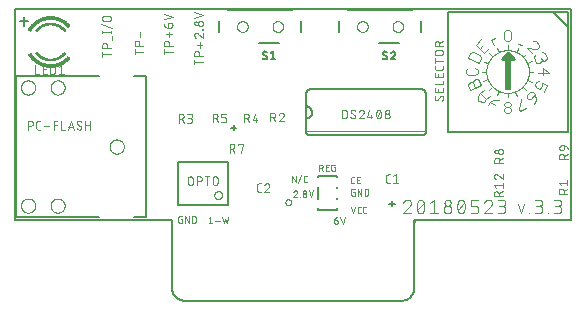
<source format=gto>
G75*
%MOIN*%
%OFA0B0*%
%FSLAX25Y25*%
%IPPOS*%
%LPD*%
%AMOC8*
5,1,8,0,0,1.08239X$1,22.5*
%
%ADD10C,0.00004*%
%ADD11C,0.00400*%
%ADD12C,0.00600*%
%ADD13C,0.00200*%
%ADD14C,0.00300*%
%ADD15C,0.00800*%
%ADD16C,0.00000*%
%ADD17C,0.00060*%
%ADD18C,0.00100*%
%ADD19C,0.00500*%
%ADD20C,0.01000*%
%ADD21R,0.02000X0.10000*%
D10*
X0145979Y0053933D02*
X0145891Y0054433D01*
D11*
X0144746Y0056633D02*
X0142191Y0056633D01*
X0144363Y0059189D01*
X0143596Y0061233D02*
X0143522Y0061231D01*
X0143448Y0061226D01*
X0143374Y0061216D01*
X0143301Y0061203D01*
X0143228Y0061187D01*
X0143157Y0061166D01*
X0143087Y0061142D01*
X0143018Y0061115D01*
X0142950Y0061084D01*
X0142884Y0061050D01*
X0142820Y0061013D01*
X0142758Y0060972D01*
X0142698Y0060928D01*
X0142640Y0060882D01*
X0142584Y0060832D01*
X0142531Y0060780D01*
X0142481Y0060725D01*
X0142434Y0060668D01*
X0142390Y0060608D01*
X0142348Y0060546D01*
X0142310Y0060483D01*
X0142275Y0060417D01*
X0142244Y0060350D01*
X0142216Y0060281D01*
X0142191Y0060211D01*
X0144363Y0059189D02*
X0144410Y0059236D01*
X0144454Y0059286D01*
X0144496Y0059338D01*
X0144535Y0059392D01*
X0144570Y0059448D01*
X0144603Y0059506D01*
X0144633Y0059566D01*
X0144659Y0059627D01*
X0144682Y0059690D01*
X0144701Y0059754D01*
X0144717Y0059818D01*
X0144730Y0059884D01*
X0144739Y0059950D01*
X0144744Y0060016D01*
X0144746Y0060083D01*
X0144744Y0060150D01*
X0144738Y0060217D01*
X0144729Y0060283D01*
X0144715Y0060348D01*
X0144698Y0060413D01*
X0144677Y0060476D01*
X0144652Y0060538D01*
X0144624Y0060599D01*
X0144592Y0060658D01*
X0144557Y0060715D01*
X0144518Y0060770D01*
X0144477Y0060822D01*
X0144432Y0060872D01*
X0144385Y0060919D01*
X0144335Y0060964D01*
X0144283Y0061005D01*
X0144228Y0061044D01*
X0144171Y0061079D01*
X0144112Y0061111D01*
X0144051Y0061139D01*
X0143989Y0061164D01*
X0143926Y0061185D01*
X0143861Y0061202D01*
X0143796Y0061216D01*
X0143730Y0061225D01*
X0143663Y0061231D01*
X0143596Y0061233D01*
X0149246Y0058933D02*
X0149244Y0058818D01*
X0149239Y0058704D01*
X0149230Y0058590D01*
X0149218Y0058476D01*
X0149203Y0058362D01*
X0149184Y0058249D01*
X0149161Y0058137D01*
X0149136Y0058025D01*
X0149106Y0057914D01*
X0149074Y0057804D01*
X0149038Y0057695D01*
X0148999Y0057587D01*
X0148957Y0057481D01*
X0148911Y0057376D01*
X0148863Y0057272D01*
X0148842Y0057217D01*
X0148818Y0057164D01*
X0148791Y0057112D01*
X0148760Y0057062D01*
X0148727Y0057014D01*
X0148690Y0056968D01*
X0148651Y0056924D01*
X0148609Y0056883D01*
X0148565Y0056845D01*
X0148518Y0056809D01*
X0148469Y0056777D01*
X0148418Y0056747D01*
X0148366Y0056721D01*
X0148312Y0056698D01*
X0148257Y0056678D01*
X0148200Y0056662D01*
X0148143Y0056649D01*
X0148085Y0056640D01*
X0148027Y0056635D01*
X0147968Y0056633D01*
X0147909Y0056635D01*
X0147851Y0056640D01*
X0147793Y0056649D01*
X0147736Y0056662D01*
X0147679Y0056678D01*
X0147624Y0056698D01*
X0147570Y0056721D01*
X0147518Y0056747D01*
X0147467Y0056777D01*
X0147418Y0056809D01*
X0147371Y0056845D01*
X0147327Y0056883D01*
X0147285Y0056924D01*
X0147246Y0056968D01*
X0147209Y0057014D01*
X0147176Y0057062D01*
X0147145Y0057112D01*
X0147118Y0057164D01*
X0147094Y0057217D01*
X0147073Y0057272D01*
X0146946Y0057655D02*
X0148991Y0060211D01*
X0148863Y0060595D02*
X0148842Y0060650D01*
X0148818Y0060703D01*
X0148791Y0060755D01*
X0148760Y0060805D01*
X0148727Y0060853D01*
X0148690Y0060899D01*
X0148651Y0060943D01*
X0148609Y0060984D01*
X0148565Y0061022D01*
X0148518Y0061058D01*
X0148469Y0061090D01*
X0148418Y0061120D01*
X0148366Y0061146D01*
X0148312Y0061169D01*
X0148257Y0061189D01*
X0148200Y0061205D01*
X0148143Y0061218D01*
X0148085Y0061227D01*
X0148027Y0061232D01*
X0147968Y0061234D01*
X0147909Y0061232D01*
X0147851Y0061227D01*
X0147793Y0061218D01*
X0147736Y0061205D01*
X0147679Y0061189D01*
X0147624Y0061169D01*
X0147570Y0061146D01*
X0147518Y0061120D01*
X0147467Y0061090D01*
X0147418Y0061058D01*
X0147371Y0061022D01*
X0147327Y0060984D01*
X0147285Y0060943D01*
X0147246Y0060899D01*
X0147209Y0060853D01*
X0147176Y0060805D01*
X0147145Y0060755D01*
X0147118Y0060703D01*
X0147094Y0060650D01*
X0147073Y0060595D01*
X0148863Y0060594D02*
X0148911Y0060490D01*
X0148957Y0060385D01*
X0148999Y0060279D01*
X0149038Y0060171D01*
X0149074Y0060062D01*
X0149106Y0059952D01*
X0149136Y0059841D01*
X0149161Y0059729D01*
X0149184Y0059617D01*
X0149203Y0059504D01*
X0149218Y0059390D01*
X0149230Y0059276D01*
X0149239Y0059162D01*
X0149244Y0059048D01*
X0149246Y0058933D01*
X0146690Y0058933D02*
X0146692Y0059048D01*
X0146697Y0059162D01*
X0146706Y0059276D01*
X0146718Y0059390D01*
X0146733Y0059504D01*
X0146752Y0059617D01*
X0146775Y0059729D01*
X0146800Y0059841D01*
X0146830Y0059952D01*
X0146862Y0060062D01*
X0146898Y0060171D01*
X0146937Y0060279D01*
X0146979Y0060385D01*
X0147025Y0060490D01*
X0147073Y0060594D01*
X0146690Y0058933D02*
X0146692Y0058818D01*
X0146697Y0058704D01*
X0146706Y0058590D01*
X0146718Y0058476D01*
X0146733Y0058362D01*
X0146752Y0058249D01*
X0146775Y0058137D01*
X0146800Y0058025D01*
X0146830Y0057914D01*
X0146862Y0057804D01*
X0146898Y0057695D01*
X0146937Y0057587D01*
X0146979Y0057481D01*
X0147025Y0057376D01*
X0147073Y0057272D01*
X0151191Y0056633D02*
X0153746Y0056633D01*
X0152468Y0056633D02*
X0152468Y0061233D01*
X0151191Y0060211D01*
X0155946Y0060211D02*
X0155948Y0060148D01*
X0155954Y0060085D01*
X0155963Y0060023D01*
X0155977Y0059962D01*
X0155994Y0059901D01*
X0156015Y0059842D01*
X0156040Y0059784D01*
X0156068Y0059727D01*
X0156099Y0059673D01*
X0156134Y0059621D01*
X0156172Y0059570D01*
X0156213Y0059522D01*
X0156257Y0059477D01*
X0156303Y0059435D01*
X0156352Y0059395D01*
X0156403Y0059359D01*
X0156457Y0059326D01*
X0156512Y0059296D01*
X0156570Y0059270D01*
X0156628Y0059247D01*
X0156688Y0059228D01*
X0156749Y0059213D01*
X0156811Y0059201D01*
X0156874Y0059193D01*
X0156937Y0059189D01*
X0156999Y0059189D01*
X0157062Y0059193D01*
X0157125Y0059201D01*
X0157187Y0059213D01*
X0157248Y0059228D01*
X0157308Y0059247D01*
X0157366Y0059270D01*
X0157424Y0059296D01*
X0157479Y0059326D01*
X0157533Y0059359D01*
X0157584Y0059395D01*
X0157633Y0059435D01*
X0157679Y0059477D01*
X0157723Y0059522D01*
X0157764Y0059570D01*
X0157802Y0059621D01*
X0157837Y0059673D01*
X0157868Y0059727D01*
X0157896Y0059784D01*
X0157921Y0059842D01*
X0157942Y0059901D01*
X0157959Y0059962D01*
X0157973Y0060023D01*
X0157982Y0060085D01*
X0157988Y0060148D01*
X0157990Y0060211D01*
X0157988Y0060274D01*
X0157982Y0060337D01*
X0157973Y0060399D01*
X0157959Y0060460D01*
X0157942Y0060521D01*
X0157921Y0060580D01*
X0157896Y0060638D01*
X0157868Y0060695D01*
X0157837Y0060749D01*
X0157802Y0060801D01*
X0157764Y0060852D01*
X0157723Y0060900D01*
X0157679Y0060945D01*
X0157633Y0060987D01*
X0157584Y0061027D01*
X0157533Y0061063D01*
X0157479Y0061096D01*
X0157424Y0061126D01*
X0157366Y0061152D01*
X0157308Y0061175D01*
X0157248Y0061194D01*
X0157187Y0061209D01*
X0157125Y0061221D01*
X0157062Y0061229D01*
X0156999Y0061233D01*
X0156937Y0061233D01*
X0156874Y0061229D01*
X0156811Y0061221D01*
X0156749Y0061209D01*
X0156688Y0061194D01*
X0156628Y0061175D01*
X0156570Y0061152D01*
X0156512Y0061126D01*
X0156457Y0061096D01*
X0156403Y0061063D01*
X0156352Y0061027D01*
X0156303Y0060987D01*
X0156257Y0060945D01*
X0156213Y0060900D01*
X0156172Y0060852D01*
X0156134Y0060801D01*
X0156099Y0060749D01*
X0156068Y0060695D01*
X0156040Y0060638D01*
X0156015Y0060580D01*
X0155994Y0060521D01*
X0155977Y0060460D01*
X0155963Y0060399D01*
X0155954Y0060337D01*
X0155948Y0060274D01*
X0155946Y0060211D01*
X0155690Y0057911D02*
X0155692Y0057841D01*
X0155698Y0057770D01*
X0155707Y0057701D01*
X0155721Y0057632D01*
X0155738Y0057563D01*
X0155759Y0057496D01*
X0155784Y0057430D01*
X0155812Y0057366D01*
X0155844Y0057303D01*
X0155879Y0057242D01*
X0155918Y0057183D01*
X0155959Y0057126D01*
X0156004Y0057072D01*
X0156052Y0057020D01*
X0156102Y0056971D01*
X0156156Y0056924D01*
X0156211Y0056881D01*
X0156269Y0056841D01*
X0156329Y0056804D01*
X0156391Y0056771D01*
X0156455Y0056741D01*
X0156520Y0056714D01*
X0156586Y0056691D01*
X0156654Y0056672D01*
X0156723Y0056657D01*
X0156792Y0056645D01*
X0156862Y0056637D01*
X0156933Y0056633D01*
X0157003Y0056633D01*
X0157074Y0056637D01*
X0157144Y0056645D01*
X0157213Y0056657D01*
X0157282Y0056672D01*
X0157350Y0056691D01*
X0157416Y0056714D01*
X0157481Y0056741D01*
X0157545Y0056771D01*
X0157607Y0056804D01*
X0157667Y0056841D01*
X0157725Y0056881D01*
X0157780Y0056924D01*
X0157834Y0056971D01*
X0157884Y0057020D01*
X0157932Y0057072D01*
X0157977Y0057126D01*
X0158018Y0057183D01*
X0158057Y0057242D01*
X0158092Y0057303D01*
X0158124Y0057366D01*
X0158152Y0057430D01*
X0158177Y0057496D01*
X0158198Y0057563D01*
X0158215Y0057632D01*
X0158229Y0057701D01*
X0158238Y0057770D01*
X0158244Y0057841D01*
X0158246Y0057911D01*
X0162363Y0057272D02*
X0162411Y0057376D01*
X0162457Y0057481D01*
X0162499Y0057587D01*
X0162538Y0057695D01*
X0162574Y0057804D01*
X0162606Y0057914D01*
X0162636Y0058025D01*
X0162661Y0058137D01*
X0162684Y0058249D01*
X0162703Y0058362D01*
X0162718Y0058476D01*
X0162730Y0058590D01*
X0162739Y0058704D01*
X0162744Y0058818D01*
X0162746Y0058933D01*
X0160190Y0058933D02*
X0160192Y0059048D01*
X0160197Y0059162D01*
X0160206Y0059276D01*
X0160218Y0059390D01*
X0160233Y0059504D01*
X0160252Y0059617D01*
X0160275Y0059729D01*
X0160300Y0059841D01*
X0160330Y0059952D01*
X0160362Y0060062D01*
X0160398Y0060171D01*
X0160437Y0060279D01*
X0160479Y0060385D01*
X0160525Y0060490D01*
X0160573Y0060594D01*
X0161468Y0061234D02*
X0161527Y0061232D01*
X0161585Y0061227D01*
X0161643Y0061218D01*
X0161700Y0061205D01*
X0161757Y0061189D01*
X0161812Y0061169D01*
X0161866Y0061146D01*
X0161918Y0061120D01*
X0161969Y0061090D01*
X0162018Y0061058D01*
X0162065Y0061022D01*
X0162109Y0060984D01*
X0162151Y0060943D01*
X0162190Y0060899D01*
X0162227Y0060853D01*
X0162260Y0060805D01*
X0162291Y0060755D01*
X0162318Y0060703D01*
X0162342Y0060650D01*
X0162363Y0060595D01*
X0162491Y0060211D02*
X0160446Y0057655D01*
X0161468Y0056633D02*
X0161527Y0056635D01*
X0161585Y0056640D01*
X0161643Y0056649D01*
X0161700Y0056662D01*
X0161757Y0056678D01*
X0161812Y0056698D01*
X0161866Y0056721D01*
X0161918Y0056747D01*
X0161969Y0056777D01*
X0162018Y0056809D01*
X0162065Y0056845D01*
X0162109Y0056883D01*
X0162151Y0056924D01*
X0162190Y0056968D01*
X0162227Y0057014D01*
X0162260Y0057062D01*
X0162291Y0057112D01*
X0162318Y0057164D01*
X0162342Y0057217D01*
X0162363Y0057272D01*
X0161468Y0056633D02*
X0161409Y0056635D01*
X0161351Y0056640D01*
X0161293Y0056649D01*
X0161236Y0056662D01*
X0161179Y0056678D01*
X0161124Y0056698D01*
X0161070Y0056721D01*
X0161018Y0056747D01*
X0160967Y0056777D01*
X0160918Y0056809D01*
X0160871Y0056845D01*
X0160827Y0056883D01*
X0160785Y0056924D01*
X0160746Y0056968D01*
X0160709Y0057014D01*
X0160676Y0057062D01*
X0160645Y0057112D01*
X0160618Y0057164D01*
X0160594Y0057217D01*
X0160573Y0057272D01*
X0162746Y0058933D02*
X0162744Y0059048D01*
X0162739Y0059162D01*
X0162730Y0059276D01*
X0162718Y0059390D01*
X0162703Y0059504D01*
X0162684Y0059617D01*
X0162661Y0059729D01*
X0162636Y0059841D01*
X0162606Y0059952D01*
X0162574Y0060062D01*
X0162538Y0060171D01*
X0162499Y0060279D01*
X0162457Y0060385D01*
X0162411Y0060490D01*
X0162363Y0060594D01*
X0161468Y0061234D02*
X0161409Y0061232D01*
X0161351Y0061227D01*
X0161293Y0061218D01*
X0161236Y0061205D01*
X0161179Y0061189D01*
X0161124Y0061169D01*
X0161070Y0061146D01*
X0161018Y0061120D01*
X0160967Y0061090D01*
X0160918Y0061058D01*
X0160871Y0061022D01*
X0160827Y0060984D01*
X0160785Y0060943D01*
X0160746Y0060899D01*
X0160709Y0060853D01*
X0160676Y0060805D01*
X0160645Y0060755D01*
X0160618Y0060703D01*
X0160594Y0060650D01*
X0160573Y0060595D01*
X0160190Y0058933D02*
X0160192Y0058818D01*
X0160197Y0058704D01*
X0160206Y0058590D01*
X0160218Y0058476D01*
X0160233Y0058362D01*
X0160252Y0058249D01*
X0160275Y0058137D01*
X0160300Y0058025D01*
X0160330Y0057914D01*
X0160362Y0057804D01*
X0160398Y0057695D01*
X0160437Y0057587D01*
X0160479Y0057481D01*
X0160525Y0057376D01*
X0160573Y0057272D01*
X0158246Y0057911D02*
X0158244Y0057981D01*
X0158238Y0058052D01*
X0158229Y0058121D01*
X0158215Y0058190D01*
X0158198Y0058259D01*
X0158177Y0058326D01*
X0158152Y0058392D01*
X0158124Y0058456D01*
X0158092Y0058519D01*
X0158057Y0058580D01*
X0158018Y0058639D01*
X0157977Y0058696D01*
X0157932Y0058750D01*
X0157884Y0058802D01*
X0157834Y0058851D01*
X0157780Y0058898D01*
X0157725Y0058941D01*
X0157667Y0058981D01*
X0157607Y0059018D01*
X0157545Y0059051D01*
X0157481Y0059081D01*
X0157416Y0059108D01*
X0157350Y0059131D01*
X0157282Y0059150D01*
X0157213Y0059165D01*
X0157144Y0059177D01*
X0157074Y0059185D01*
X0157003Y0059189D01*
X0156933Y0059189D01*
X0156862Y0059185D01*
X0156792Y0059177D01*
X0156723Y0059165D01*
X0156654Y0059150D01*
X0156586Y0059131D01*
X0156520Y0059108D01*
X0156455Y0059081D01*
X0156391Y0059051D01*
X0156329Y0059018D01*
X0156269Y0058981D01*
X0156211Y0058941D01*
X0156156Y0058898D01*
X0156102Y0058851D01*
X0156052Y0058802D01*
X0156004Y0058750D01*
X0155959Y0058696D01*
X0155918Y0058639D01*
X0155879Y0058580D01*
X0155844Y0058519D01*
X0155812Y0058456D01*
X0155784Y0058392D01*
X0155759Y0058326D01*
X0155738Y0058259D01*
X0155721Y0058190D01*
X0155707Y0058121D01*
X0155698Y0058052D01*
X0155692Y0057981D01*
X0155690Y0057911D01*
X0164690Y0059189D02*
X0164690Y0061233D01*
X0167246Y0061233D01*
X0166224Y0059189D02*
X0164690Y0059189D01*
X0166224Y0059188D02*
X0166286Y0059186D01*
X0166347Y0059181D01*
X0166408Y0059171D01*
X0166469Y0059158D01*
X0166528Y0059142D01*
X0166586Y0059122D01*
X0166643Y0059098D01*
X0166699Y0059071D01*
X0166753Y0059041D01*
X0166805Y0059007D01*
X0166854Y0058971D01*
X0166902Y0058931D01*
X0166947Y0058889D01*
X0166989Y0058844D01*
X0167029Y0058796D01*
X0167065Y0058747D01*
X0167099Y0058695D01*
X0167129Y0058641D01*
X0167156Y0058585D01*
X0167180Y0058528D01*
X0167200Y0058470D01*
X0167216Y0058411D01*
X0167229Y0058350D01*
X0167239Y0058289D01*
X0167244Y0058228D01*
X0167246Y0058166D01*
X0167246Y0057655D01*
X0167244Y0057593D01*
X0167239Y0057532D01*
X0167229Y0057471D01*
X0167216Y0057410D01*
X0167200Y0057351D01*
X0167180Y0057293D01*
X0167156Y0057236D01*
X0167129Y0057180D01*
X0167099Y0057126D01*
X0167065Y0057074D01*
X0167029Y0057025D01*
X0166989Y0056977D01*
X0166947Y0056932D01*
X0166902Y0056890D01*
X0166854Y0056850D01*
X0166805Y0056814D01*
X0166753Y0056780D01*
X0166699Y0056750D01*
X0166643Y0056723D01*
X0166586Y0056699D01*
X0166528Y0056679D01*
X0166469Y0056663D01*
X0166408Y0056650D01*
X0166347Y0056640D01*
X0166286Y0056635D01*
X0166224Y0056633D01*
X0164690Y0056633D01*
X0169190Y0056633D02*
X0171746Y0056633D01*
X0173690Y0056633D02*
X0174968Y0056633D01*
X0175038Y0056635D01*
X0175109Y0056641D01*
X0175178Y0056650D01*
X0175247Y0056664D01*
X0175316Y0056681D01*
X0175383Y0056702D01*
X0175449Y0056727D01*
X0175513Y0056755D01*
X0175576Y0056787D01*
X0175637Y0056822D01*
X0175696Y0056861D01*
X0175753Y0056902D01*
X0175807Y0056947D01*
X0175859Y0056995D01*
X0175908Y0057045D01*
X0175955Y0057099D01*
X0175998Y0057154D01*
X0176038Y0057212D01*
X0176075Y0057272D01*
X0176108Y0057334D01*
X0176138Y0057398D01*
X0176165Y0057463D01*
X0176188Y0057529D01*
X0176207Y0057597D01*
X0176222Y0057666D01*
X0176234Y0057735D01*
X0176242Y0057805D01*
X0176246Y0057876D01*
X0176246Y0057946D01*
X0176242Y0058017D01*
X0176234Y0058087D01*
X0176222Y0058156D01*
X0176207Y0058225D01*
X0176188Y0058293D01*
X0176165Y0058359D01*
X0176138Y0058424D01*
X0176108Y0058488D01*
X0176075Y0058550D01*
X0176038Y0058610D01*
X0175998Y0058668D01*
X0175955Y0058723D01*
X0175908Y0058777D01*
X0175859Y0058827D01*
X0175807Y0058875D01*
X0175753Y0058920D01*
X0175696Y0058961D01*
X0175637Y0059000D01*
X0175576Y0059035D01*
X0175513Y0059067D01*
X0175449Y0059095D01*
X0175383Y0059120D01*
X0175316Y0059141D01*
X0175247Y0059158D01*
X0175178Y0059172D01*
X0175109Y0059181D01*
X0175038Y0059187D01*
X0174968Y0059189D01*
X0175224Y0059189D02*
X0174202Y0059189D01*
X0175224Y0059189D02*
X0175287Y0059191D01*
X0175350Y0059197D01*
X0175412Y0059206D01*
X0175473Y0059220D01*
X0175534Y0059237D01*
X0175593Y0059258D01*
X0175651Y0059283D01*
X0175708Y0059311D01*
X0175762Y0059342D01*
X0175814Y0059377D01*
X0175865Y0059415D01*
X0175913Y0059456D01*
X0175958Y0059500D01*
X0176000Y0059546D01*
X0176040Y0059595D01*
X0176076Y0059646D01*
X0176109Y0059700D01*
X0176139Y0059755D01*
X0176165Y0059813D01*
X0176188Y0059871D01*
X0176207Y0059931D01*
X0176222Y0059992D01*
X0176234Y0060054D01*
X0176242Y0060117D01*
X0176246Y0060180D01*
X0176246Y0060242D01*
X0176242Y0060305D01*
X0176234Y0060368D01*
X0176222Y0060430D01*
X0176207Y0060491D01*
X0176188Y0060551D01*
X0176165Y0060609D01*
X0176139Y0060667D01*
X0176109Y0060722D01*
X0176076Y0060776D01*
X0176040Y0060827D01*
X0176000Y0060876D01*
X0175958Y0060922D01*
X0175913Y0060966D01*
X0175865Y0061007D01*
X0175814Y0061045D01*
X0175762Y0061080D01*
X0175708Y0061111D01*
X0175651Y0061139D01*
X0175593Y0061164D01*
X0175534Y0061185D01*
X0175473Y0061202D01*
X0175412Y0061216D01*
X0175350Y0061225D01*
X0175287Y0061231D01*
X0175224Y0061233D01*
X0173690Y0061233D01*
X0171363Y0059189D02*
X0169190Y0056633D01*
X0169191Y0060211D02*
X0169216Y0060281D01*
X0169244Y0060350D01*
X0169275Y0060417D01*
X0169310Y0060483D01*
X0169348Y0060546D01*
X0169390Y0060608D01*
X0169434Y0060668D01*
X0169481Y0060725D01*
X0169531Y0060780D01*
X0169584Y0060832D01*
X0169640Y0060882D01*
X0169698Y0060928D01*
X0169758Y0060972D01*
X0169820Y0061013D01*
X0169884Y0061050D01*
X0169950Y0061084D01*
X0170018Y0061115D01*
X0170087Y0061142D01*
X0170157Y0061166D01*
X0170228Y0061187D01*
X0170301Y0061203D01*
X0170374Y0061216D01*
X0170448Y0061226D01*
X0170522Y0061231D01*
X0170596Y0061233D01*
X0170663Y0061231D01*
X0170730Y0061225D01*
X0170796Y0061216D01*
X0170861Y0061202D01*
X0170926Y0061185D01*
X0170989Y0061164D01*
X0171051Y0061139D01*
X0171112Y0061111D01*
X0171171Y0061079D01*
X0171228Y0061044D01*
X0171283Y0061005D01*
X0171335Y0060964D01*
X0171385Y0060919D01*
X0171432Y0060872D01*
X0171477Y0060822D01*
X0171518Y0060770D01*
X0171557Y0060715D01*
X0171592Y0060658D01*
X0171624Y0060599D01*
X0171652Y0060538D01*
X0171677Y0060476D01*
X0171698Y0060413D01*
X0171715Y0060348D01*
X0171729Y0060283D01*
X0171738Y0060217D01*
X0171744Y0060150D01*
X0171746Y0060083D01*
X0171744Y0060016D01*
X0171739Y0059950D01*
X0171730Y0059884D01*
X0171717Y0059818D01*
X0171701Y0059754D01*
X0171682Y0059690D01*
X0171659Y0059627D01*
X0171633Y0059566D01*
X0171603Y0059506D01*
X0171570Y0059448D01*
X0171535Y0059392D01*
X0171496Y0059338D01*
X0171454Y0059286D01*
X0171410Y0059236D01*
X0171363Y0059189D01*
X0180396Y0059700D02*
X0181418Y0056633D01*
X0182440Y0059700D01*
X0183990Y0056889D02*
X0184246Y0056889D01*
X0184246Y0056633D01*
X0183990Y0056633D01*
X0183990Y0056889D01*
X0185990Y0056633D02*
X0187268Y0056633D01*
X0187338Y0056635D01*
X0187409Y0056641D01*
X0187478Y0056650D01*
X0187547Y0056664D01*
X0187616Y0056681D01*
X0187683Y0056702D01*
X0187749Y0056727D01*
X0187813Y0056755D01*
X0187876Y0056787D01*
X0187937Y0056822D01*
X0187996Y0056861D01*
X0188053Y0056902D01*
X0188107Y0056947D01*
X0188159Y0056995D01*
X0188208Y0057045D01*
X0188255Y0057099D01*
X0188298Y0057154D01*
X0188338Y0057212D01*
X0188375Y0057272D01*
X0188408Y0057334D01*
X0188438Y0057398D01*
X0188465Y0057463D01*
X0188488Y0057529D01*
X0188507Y0057597D01*
X0188522Y0057666D01*
X0188534Y0057735D01*
X0188542Y0057805D01*
X0188546Y0057876D01*
X0188546Y0057946D01*
X0188542Y0058017D01*
X0188534Y0058087D01*
X0188522Y0058156D01*
X0188507Y0058225D01*
X0188488Y0058293D01*
X0188465Y0058359D01*
X0188438Y0058424D01*
X0188408Y0058488D01*
X0188375Y0058550D01*
X0188338Y0058610D01*
X0188298Y0058668D01*
X0188255Y0058723D01*
X0188208Y0058777D01*
X0188159Y0058827D01*
X0188107Y0058875D01*
X0188053Y0058920D01*
X0187996Y0058961D01*
X0187937Y0059000D01*
X0187876Y0059035D01*
X0187813Y0059067D01*
X0187749Y0059095D01*
X0187683Y0059120D01*
X0187616Y0059141D01*
X0187547Y0059158D01*
X0187478Y0059172D01*
X0187409Y0059181D01*
X0187338Y0059187D01*
X0187268Y0059189D01*
X0187524Y0059189D02*
X0186502Y0059189D01*
X0187524Y0059189D02*
X0187587Y0059191D01*
X0187650Y0059197D01*
X0187712Y0059206D01*
X0187773Y0059220D01*
X0187834Y0059237D01*
X0187893Y0059258D01*
X0187951Y0059283D01*
X0188008Y0059311D01*
X0188062Y0059342D01*
X0188114Y0059377D01*
X0188165Y0059415D01*
X0188213Y0059456D01*
X0188258Y0059500D01*
X0188300Y0059546D01*
X0188340Y0059595D01*
X0188376Y0059646D01*
X0188409Y0059700D01*
X0188439Y0059755D01*
X0188465Y0059813D01*
X0188488Y0059871D01*
X0188507Y0059931D01*
X0188522Y0059992D01*
X0188534Y0060054D01*
X0188542Y0060117D01*
X0188546Y0060180D01*
X0188546Y0060242D01*
X0188542Y0060305D01*
X0188534Y0060368D01*
X0188522Y0060430D01*
X0188507Y0060491D01*
X0188488Y0060551D01*
X0188465Y0060609D01*
X0188439Y0060667D01*
X0188409Y0060722D01*
X0188376Y0060776D01*
X0188340Y0060827D01*
X0188300Y0060876D01*
X0188258Y0060922D01*
X0188213Y0060966D01*
X0188165Y0061007D01*
X0188114Y0061045D01*
X0188062Y0061080D01*
X0188008Y0061111D01*
X0187951Y0061139D01*
X0187893Y0061164D01*
X0187834Y0061185D01*
X0187773Y0061202D01*
X0187712Y0061216D01*
X0187650Y0061225D01*
X0187587Y0061231D01*
X0187524Y0061233D01*
X0185990Y0061233D01*
X0190290Y0056889D02*
X0190546Y0056889D01*
X0190546Y0056633D01*
X0190290Y0056633D01*
X0190290Y0056889D01*
X0192290Y0056633D02*
X0193568Y0056633D01*
X0193638Y0056635D01*
X0193709Y0056641D01*
X0193778Y0056650D01*
X0193847Y0056664D01*
X0193916Y0056681D01*
X0193983Y0056702D01*
X0194049Y0056727D01*
X0194113Y0056755D01*
X0194176Y0056787D01*
X0194237Y0056822D01*
X0194296Y0056861D01*
X0194353Y0056902D01*
X0194407Y0056947D01*
X0194459Y0056995D01*
X0194508Y0057045D01*
X0194555Y0057099D01*
X0194598Y0057154D01*
X0194638Y0057212D01*
X0194675Y0057272D01*
X0194708Y0057334D01*
X0194738Y0057398D01*
X0194765Y0057463D01*
X0194788Y0057529D01*
X0194807Y0057597D01*
X0194822Y0057666D01*
X0194834Y0057735D01*
X0194842Y0057805D01*
X0194846Y0057876D01*
X0194846Y0057946D01*
X0194842Y0058017D01*
X0194834Y0058087D01*
X0194822Y0058156D01*
X0194807Y0058225D01*
X0194788Y0058293D01*
X0194765Y0058359D01*
X0194738Y0058424D01*
X0194708Y0058488D01*
X0194675Y0058550D01*
X0194638Y0058610D01*
X0194598Y0058668D01*
X0194555Y0058723D01*
X0194508Y0058777D01*
X0194459Y0058827D01*
X0194407Y0058875D01*
X0194353Y0058920D01*
X0194296Y0058961D01*
X0194237Y0059000D01*
X0194176Y0059035D01*
X0194113Y0059067D01*
X0194049Y0059095D01*
X0193983Y0059120D01*
X0193916Y0059141D01*
X0193847Y0059158D01*
X0193778Y0059172D01*
X0193709Y0059181D01*
X0193638Y0059187D01*
X0193568Y0059189D01*
X0193824Y0059189D02*
X0192802Y0059189D01*
X0193824Y0059189D02*
X0193887Y0059191D01*
X0193950Y0059197D01*
X0194012Y0059206D01*
X0194073Y0059220D01*
X0194134Y0059237D01*
X0194193Y0059258D01*
X0194251Y0059283D01*
X0194308Y0059311D01*
X0194362Y0059342D01*
X0194414Y0059377D01*
X0194465Y0059415D01*
X0194513Y0059456D01*
X0194558Y0059500D01*
X0194600Y0059546D01*
X0194640Y0059595D01*
X0194676Y0059646D01*
X0194709Y0059700D01*
X0194739Y0059755D01*
X0194765Y0059813D01*
X0194788Y0059871D01*
X0194807Y0059931D01*
X0194822Y0059992D01*
X0194834Y0060054D01*
X0194842Y0060117D01*
X0194846Y0060180D01*
X0194846Y0060242D01*
X0194842Y0060305D01*
X0194834Y0060368D01*
X0194822Y0060430D01*
X0194807Y0060491D01*
X0194788Y0060551D01*
X0194765Y0060609D01*
X0194739Y0060667D01*
X0194709Y0060722D01*
X0194676Y0060776D01*
X0194640Y0060827D01*
X0194600Y0060876D01*
X0194558Y0060922D01*
X0194513Y0060966D01*
X0194465Y0061007D01*
X0194414Y0061045D01*
X0194362Y0061080D01*
X0194308Y0061111D01*
X0194251Y0061139D01*
X0194193Y0061164D01*
X0194134Y0061185D01*
X0194073Y0061202D01*
X0194012Y0061216D01*
X0193950Y0061225D01*
X0193887Y0061231D01*
X0193824Y0061233D01*
X0192290Y0061233D01*
X0177491Y0090133D02*
X0176291Y0090133D01*
X0175691Y0090833D01*
X0175691Y0091433D01*
X0176291Y0092033D01*
X0177491Y0092033D01*
X0178091Y0092633D01*
X0178091Y0093233D01*
X0177491Y0093833D01*
X0176291Y0093833D01*
X0175691Y0093233D01*
X0175691Y0092633D01*
X0176291Y0092033D01*
X0177491Y0092033D02*
X0178091Y0091433D01*
X0178091Y0090833D01*
X0177491Y0090133D01*
X0180791Y0091333D02*
X0181591Y0094333D01*
X0181391Y0094933D01*
X0183391Y0095133D02*
X0183391Y0096133D01*
X0184391Y0097133D01*
X0185391Y0097133D01*
X0186191Y0096333D01*
X0186591Y0094533D01*
X0185791Y0093133D01*
X0183191Y0091733D02*
X0180991Y0090733D01*
X0180791Y0091333D01*
X0183791Y0094733D02*
X0184791Y0094733D01*
X0186191Y0096333D01*
X0187291Y0098133D02*
X0186291Y0098633D01*
X0185991Y0099433D01*
X0186491Y0100433D01*
X0187291Y0100733D01*
X0188391Y0100233D02*
X0188491Y0099333D01*
X0188091Y0098433D01*
X0187291Y0098133D01*
X0188991Y0097233D02*
X0189991Y0099433D01*
X0188391Y0100233D01*
X0188891Y0102733D02*
X0188891Y0105133D01*
X0190791Y0103333D01*
X0187091Y0103333D01*
X0187391Y0106733D02*
X0186491Y0106933D01*
X0185791Y0108633D01*
X0186191Y0109333D01*
X0184991Y0110033D02*
X0183391Y0111733D01*
X0186791Y0111533D01*
X0187391Y0112033D01*
X0187391Y0112933D01*
X0186391Y0114033D01*
X0185291Y0114033D01*
X0181691Y0112733D02*
X0180591Y0113233D01*
X0178191Y0114733D02*
X0178191Y0117133D01*
X0177591Y0117733D01*
X0176391Y0117733D01*
X0175791Y0117133D01*
X0175791Y0114733D01*
X0176391Y0114033D01*
X0177591Y0114033D01*
X0178191Y0114733D01*
X0172891Y0115033D02*
X0171491Y0114433D01*
X0172291Y0112733D01*
X0170691Y0111633D02*
X0169091Y0110133D01*
X0167691Y0111533D01*
X0166291Y0112933D01*
X0167991Y0114633D01*
X0168591Y0112433D02*
X0167691Y0111533D01*
X0167791Y0109333D02*
X0165291Y0110533D01*
X0164591Y0110233D01*
X0163791Y0108533D01*
X0167391Y0106933D01*
X0168091Y0108533D01*
X0167791Y0109333D01*
X0166191Y0105133D02*
X0166991Y0104533D01*
X0166991Y0103333D01*
X0166191Y0102733D01*
X0163791Y0102733D01*
X0163191Y0103333D01*
X0163191Y0104533D01*
X0163791Y0105133D01*
X0168291Y0103933D02*
X0169791Y0103933D01*
X0167191Y0101333D02*
X0166491Y0101433D01*
X0165791Y0101133D01*
X0165391Y0100333D01*
X0166191Y0098533D01*
X0164591Y0097733D01*
X0163791Y0099533D01*
X0163991Y0100133D01*
X0164791Y0100533D01*
X0165391Y0100333D01*
X0166191Y0098533D02*
X0167991Y0099333D01*
X0167191Y0101333D01*
X0168991Y0097933D02*
X0167791Y0096733D01*
X0169791Y0094733D01*
X0168991Y0093933D01*
X0167191Y0094133D01*
X0166991Y0095933D01*
X0167791Y0096733D01*
X0169791Y0094733D02*
X0170991Y0095933D01*
X0172191Y0094533D02*
X0173991Y0094333D01*
X0172191Y0094533D02*
X0170991Y0093733D01*
X0170391Y0092733D01*
X0170991Y0093733D02*
X0172791Y0092933D01*
X0176991Y0095333D02*
X0176991Y0096833D01*
X0181991Y0098933D02*
X0182991Y0097933D01*
X0183391Y0095133D02*
X0183791Y0094733D01*
X0187391Y0106733D02*
X0188191Y0107133D01*
X0188391Y0107633D01*
X0188991Y0107533D01*
X0189791Y0107933D01*
X0190091Y0108433D01*
X0189391Y0110133D01*
X0188391Y0110333D01*
X0188091Y0108433D02*
X0188391Y0107633D01*
X0079194Y0062739D02*
X0079196Y0062811D01*
X0079202Y0062883D01*
X0079212Y0062954D01*
X0079225Y0063025D01*
X0079243Y0063095D01*
X0079264Y0063164D01*
X0079289Y0063231D01*
X0079318Y0063297D01*
X0079350Y0063362D01*
X0079386Y0063424D01*
X0079425Y0063485D01*
X0079467Y0063543D01*
X0079513Y0063599D01*
X0079561Y0063652D01*
X0079613Y0063703D01*
X0079667Y0063751D01*
X0079723Y0063795D01*
X0079782Y0063837D01*
X0079843Y0063875D01*
X0079906Y0063910D01*
X0079971Y0063942D01*
X0080038Y0063969D01*
X0080105Y0063993D01*
X0080175Y0064014D01*
X0080245Y0064030D01*
X0080316Y0064043D01*
X0080387Y0064052D01*
X0080459Y0064057D01*
X0080531Y0064058D01*
X0080603Y0064055D01*
X0080675Y0064048D01*
X0080746Y0064037D01*
X0080817Y0064023D01*
X0080886Y0064004D01*
X0080955Y0063982D01*
X0081022Y0063956D01*
X0081088Y0063926D01*
X0081152Y0063893D01*
X0081214Y0063857D01*
X0081274Y0063817D01*
X0081331Y0063773D01*
X0081387Y0063727D01*
X0081439Y0063678D01*
X0081489Y0063626D01*
X0081536Y0063571D01*
X0081580Y0063514D01*
X0081621Y0063455D01*
X0081658Y0063393D01*
X0081692Y0063330D01*
X0081723Y0063264D01*
X0081750Y0063198D01*
X0081773Y0063129D01*
X0081792Y0063060D01*
X0081808Y0062990D01*
X0081820Y0062919D01*
X0081828Y0062847D01*
X0081832Y0062775D01*
X0081832Y0062703D01*
X0081828Y0062631D01*
X0081820Y0062559D01*
X0081808Y0062488D01*
X0081792Y0062418D01*
X0081773Y0062349D01*
X0081750Y0062280D01*
X0081723Y0062214D01*
X0081692Y0062148D01*
X0081658Y0062085D01*
X0081621Y0062023D01*
X0081580Y0061964D01*
X0081536Y0061907D01*
X0081489Y0061852D01*
X0081439Y0061800D01*
X0081387Y0061751D01*
X0081331Y0061705D01*
X0081274Y0061661D01*
X0081214Y0061621D01*
X0081152Y0061585D01*
X0081088Y0061552D01*
X0081022Y0061522D01*
X0080955Y0061496D01*
X0080886Y0061474D01*
X0080817Y0061455D01*
X0080746Y0061441D01*
X0080675Y0061430D01*
X0080603Y0061423D01*
X0080531Y0061420D01*
X0080459Y0061421D01*
X0080387Y0061426D01*
X0080316Y0061435D01*
X0080245Y0061448D01*
X0080175Y0061464D01*
X0080105Y0061485D01*
X0080038Y0061509D01*
X0079971Y0061536D01*
X0079906Y0061568D01*
X0079843Y0061603D01*
X0079782Y0061641D01*
X0079723Y0061683D01*
X0079667Y0061727D01*
X0079613Y0061775D01*
X0079561Y0061826D01*
X0079513Y0061879D01*
X0079467Y0061935D01*
X0079425Y0061993D01*
X0079386Y0062054D01*
X0079350Y0062116D01*
X0079318Y0062181D01*
X0079289Y0062247D01*
X0079264Y0062314D01*
X0079243Y0062383D01*
X0079225Y0062453D01*
X0079212Y0062524D01*
X0079202Y0062595D01*
X0079196Y0062667D01*
X0079194Y0062739D01*
D12*
X0065091Y0054433D02*
X0065091Y0032433D01*
X0065079Y0032301D01*
X0065072Y0032169D01*
X0065068Y0032036D01*
X0065069Y0031904D01*
X0065073Y0031771D01*
X0065081Y0031639D01*
X0065093Y0031507D01*
X0065109Y0031375D01*
X0065129Y0031244D01*
X0065153Y0031114D01*
X0065181Y0030984D01*
X0065212Y0030855D01*
X0065248Y0030727D01*
X0065287Y0030601D01*
X0065330Y0030475D01*
X0065376Y0030351D01*
X0065426Y0030229D01*
X0065480Y0030107D01*
X0065538Y0029988D01*
X0065598Y0029870D01*
X0065663Y0029754D01*
X0065731Y0029640D01*
X0065802Y0029528D01*
X0065876Y0029419D01*
X0065954Y0029311D01*
X0066034Y0029206D01*
X0066118Y0029103D01*
X0066205Y0029003D01*
X0066295Y0028906D01*
X0066387Y0028811D01*
X0066483Y0028719D01*
X0066581Y0028630D01*
X0066682Y0028543D01*
X0066785Y0028460D01*
X0066890Y0028380D01*
X0066998Y0028303D01*
X0067108Y0028229D01*
X0067221Y0028159D01*
X0067335Y0028092D01*
X0067451Y0028028D01*
X0067570Y0027968D01*
X0067689Y0027911D01*
X0067811Y0027858D01*
X0067934Y0027809D01*
X0068058Y0027763D01*
X0068184Y0027721D01*
X0068311Y0027682D01*
X0068439Y0027648D01*
X0068568Y0027617D01*
X0068698Y0027590D01*
X0068828Y0027567D01*
X0068959Y0027548D01*
X0069091Y0027533D01*
X0141891Y0027533D01*
X0142023Y0027548D01*
X0142154Y0027567D01*
X0142284Y0027590D01*
X0142414Y0027617D01*
X0142543Y0027648D01*
X0142671Y0027682D01*
X0142798Y0027721D01*
X0142924Y0027763D01*
X0143048Y0027809D01*
X0143171Y0027858D01*
X0143293Y0027911D01*
X0143412Y0027968D01*
X0143531Y0028028D01*
X0143647Y0028092D01*
X0143761Y0028159D01*
X0143874Y0028229D01*
X0143984Y0028303D01*
X0144092Y0028380D01*
X0144197Y0028460D01*
X0144300Y0028543D01*
X0144401Y0028630D01*
X0144499Y0028719D01*
X0144595Y0028811D01*
X0144687Y0028906D01*
X0144777Y0029003D01*
X0144864Y0029103D01*
X0144948Y0029206D01*
X0145028Y0029311D01*
X0145106Y0029419D01*
X0145180Y0029528D01*
X0145251Y0029640D01*
X0145319Y0029754D01*
X0145384Y0029870D01*
X0145444Y0029988D01*
X0145502Y0030107D01*
X0145556Y0030229D01*
X0145606Y0030351D01*
X0145652Y0030475D01*
X0145695Y0030601D01*
X0145734Y0030727D01*
X0145770Y0030855D01*
X0145801Y0030984D01*
X0145829Y0031114D01*
X0145853Y0031244D01*
X0145873Y0031375D01*
X0145889Y0031507D01*
X0145901Y0031639D01*
X0145909Y0031771D01*
X0145913Y0031904D01*
X0145914Y0032036D01*
X0145910Y0032169D01*
X0145903Y0032301D01*
X0145891Y0032433D01*
X0145891Y0054433D01*
X0198241Y0054433D01*
X0198241Y0124933D01*
X0012741Y0124933D01*
X0012741Y0054433D01*
X0065091Y0054433D01*
X0085657Y0084378D02*
X0085657Y0086111D01*
X0084791Y0085244D02*
X0086524Y0085244D01*
X0109791Y0084133D02*
X0109791Y0088333D01*
X0109791Y0092333D01*
X0109791Y0096533D01*
X0109793Y0096609D01*
X0109799Y0096685D01*
X0109808Y0096760D01*
X0109822Y0096835D01*
X0109839Y0096909D01*
X0109860Y0096982D01*
X0109884Y0097054D01*
X0109913Y0097125D01*
X0109944Y0097194D01*
X0109979Y0097261D01*
X0110018Y0097326D01*
X0110060Y0097390D01*
X0110105Y0097451D01*
X0110153Y0097510D01*
X0110204Y0097566D01*
X0110258Y0097620D01*
X0110314Y0097671D01*
X0110373Y0097719D01*
X0110434Y0097764D01*
X0110498Y0097806D01*
X0110563Y0097845D01*
X0110630Y0097880D01*
X0110699Y0097911D01*
X0110770Y0097940D01*
X0110842Y0097964D01*
X0110915Y0097985D01*
X0110989Y0098002D01*
X0111064Y0098016D01*
X0111139Y0098025D01*
X0111215Y0098031D01*
X0111291Y0098033D01*
X0148291Y0098033D01*
X0148367Y0098031D01*
X0148443Y0098025D01*
X0148518Y0098016D01*
X0148593Y0098002D01*
X0148667Y0097985D01*
X0148740Y0097964D01*
X0148812Y0097940D01*
X0148883Y0097911D01*
X0148952Y0097880D01*
X0149019Y0097845D01*
X0149084Y0097806D01*
X0149148Y0097764D01*
X0149209Y0097719D01*
X0149268Y0097671D01*
X0149324Y0097620D01*
X0149378Y0097566D01*
X0149429Y0097510D01*
X0149477Y0097451D01*
X0149522Y0097390D01*
X0149564Y0097326D01*
X0149603Y0097261D01*
X0149638Y0097194D01*
X0149669Y0097125D01*
X0149698Y0097054D01*
X0149722Y0096982D01*
X0149743Y0096909D01*
X0149760Y0096835D01*
X0149774Y0096760D01*
X0149783Y0096685D01*
X0149789Y0096609D01*
X0149791Y0096533D01*
X0149791Y0084133D01*
X0149789Y0084057D01*
X0149783Y0083981D01*
X0149774Y0083906D01*
X0149760Y0083831D01*
X0149743Y0083757D01*
X0149722Y0083684D01*
X0149698Y0083612D01*
X0149669Y0083541D01*
X0149638Y0083472D01*
X0149603Y0083405D01*
X0149564Y0083340D01*
X0149522Y0083276D01*
X0149477Y0083215D01*
X0149429Y0083156D01*
X0149378Y0083100D01*
X0149324Y0083046D01*
X0149268Y0082995D01*
X0149209Y0082947D01*
X0149148Y0082902D01*
X0149084Y0082860D01*
X0149019Y0082821D01*
X0148952Y0082786D01*
X0148883Y0082755D01*
X0148812Y0082726D01*
X0148740Y0082702D01*
X0148667Y0082681D01*
X0148593Y0082664D01*
X0148518Y0082650D01*
X0148443Y0082641D01*
X0148367Y0082635D01*
X0148291Y0082633D01*
X0111291Y0082633D01*
X0111215Y0082635D01*
X0111139Y0082641D01*
X0111064Y0082650D01*
X0110989Y0082664D01*
X0110915Y0082681D01*
X0110842Y0082702D01*
X0110770Y0082726D01*
X0110699Y0082755D01*
X0110630Y0082786D01*
X0110563Y0082821D01*
X0110498Y0082860D01*
X0110434Y0082902D01*
X0110373Y0082947D01*
X0110314Y0082995D01*
X0110258Y0083046D01*
X0110204Y0083100D01*
X0110153Y0083156D01*
X0110105Y0083215D01*
X0110060Y0083276D01*
X0110018Y0083340D01*
X0109979Y0083405D01*
X0109944Y0083472D01*
X0109913Y0083541D01*
X0109884Y0083612D01*
X0109860Y0083684D01*
X0109839Y0083757D01*
X0109822Y0083831D01*
X0109808Y0083906D01*
X0109799Y0083981D01*
X0109793Y0084057D01*
X0109791Y0084133D01*
X0109791Y0088333D02*
X0109879Y0088335D01*
X0109968Y0088341D01*
X0110056Y0088351D01*
X0110143Y0088364D01*
X0110230Y0088382D01*
X0110316Y0088403D01*
X0110401Y0088428D01*
X0110484Y0088457D01*
X0110567Y0088490D01*
X0110647Y0088526D01*
X0110726Y0088565D01*
X0110804Y0088608D01*
X0110879Y0088655D01*
X0110952Y0088705D01*
X0111023Y0088758D01*
X0111092Y0088814D01*
X0111158Y0088873D01*
X0111221Y0088935D01*
X0111281Y0088999D01*
X0111339Y0089066D01*
X0111393Y0089136D01*
X0111445Y0089208D01*
X0111493Y0089282D01*
X0111538Y0089359D01*
X0111579Y0089437D01*
X0111617Y0089517D01*
X0111651Y0089598D01*
X0111682Y0089681D01*
X0111709Y0089766D01*
X0111732Y0089851D01*
X0111751Y0089937D01*
X0111767Y0090025D01*
X0111779Y0090112D01*
X0111787Y0090200D01*
X0111791Y0090289D01*
X0111791Y0090377D01*
X0111787Y0090466D01*
X0111779Y0090554D01*
X0111767Y0090641D01*
X0111751Y0090729D01*
X0111732Y0090815D01*
X0111709Y0090900D01*
X0111682Y0090985D01*
X0111651Y0091068D01*
X0111617Y0091149D01*
X0111579Y0091229D01*
X0111538Y0091307D01*
X0111493Y0091384D01*
X0111445Y0091458D01*
X0111393Y0091530D01*
X0111339Y0091600D01*
X0111281Y0091667D01*
X0111221Y0091731D01*
X0111158Y0091793D01*
X0111092Y0091852D01*
X0111023Y0091908D01*
X0110952Y0091961D01*
X0110879Y0092011D01*
X0110804Y0092058D01*
X0110726Y0092101D01*
X0110647Y0092140D01*
X0110567Y0092176D01*
X0110484Y0092209D01*
X0110401Y0092238D01*
X0110316Y0092263D01*
X0110230Y0092284D01*
X0110143Y0092302D01*
X0110056Y0092315D01*
X0109968Y0092325D01*
X0109879Y0092331D01*
X0109791Y0092333D01*
X0099605Y0108033D02*
X0098160Y0108033D01*
X0098883Y0108033D02*
X0098883Y0110633D01*
X0098160Y0110055D01*
X0096532Y0109116D02*
X0095737Y0109550D01*
X0096026Y0110633D02*
X0096089Y0110631D01*
X0096152Y0110626D01*
X0096215Y0110616D01*
X0096277Y0110603D01*
X0096338Y0110587D01*
X0096398Y0110567D01*
X0096457Y0110543D01*
X0096515Y0110517D01*
X0096570Y0110486D01*
X0096624Y0110453D01*
X0096676Y0110416D01*
X0095737Y0109549D02*
X0095698Y0109575D01*
X0095660Y0109603D01*
X0095625Y0109634D01*
X0095593Y0109668D01*
X0095564Y0109705D01*
X0095537Y0109744D01*
X0095514Y0109784D01*
X0095494Y0109827D01*
X0095478Y0109871D01*
X0095465Y0109916D01*
X0095455Y0109962D01*
X0095450Y0110008D01*
X0095448Y0110055D01*
X0095450Y0110100D01*
X0095455Y0110145D01*
X0095464Y0110190D01*
X0095476Y0110234D01*
X0095492Y0110276D01*
X0095511Y0110317D01*
X0095533Y0110357D01*
X0095558Y0110395D01*
X0095586Y0110430D01*
X0095617Y0110464D01*
X0095651Y0110495D01*
X0095686Y0110523D01*
X0095724Y0110548D01*
X0095764Y0110570D01*
X0095805Y0110589D01*
X0095847Y0110605D01*
X0095891Y0110617D01*
X0095936Y0110626D01*
X0095981Y0110631D01*
X0096026Y0110633D01*
X0095376Y0108394D02*
X0095426Y0108347D01*
X0095478Y0108302D01*
X0095533Y0108261D01*
X0095590Y0108222D01*
X0095650Y0108187D01*
X0095711Y0108155D01*
X0095773Y0108127D01*
X0095838Y0108102D01*
X0095903Y0108081D01*
X0095970Y0108064D01*
X0096037Y0108050D01*
X0096106Y0108041D01*
X0096174Y0108035D01*
X0096243Y0108033D01*
X0096288Y0108035D01*
X0096333Y0108040D01*
X0096378Y0108049D01*
X0096422Y0108061D01*
X0096464Y0108077D01*
X0096505Y0108096D01*
X0096545Y0108118D01*
X0096583Y0108143D01*
X0096618Y0108171D01*
X0096652Y0108202D01*
X0096683Y0108236D01*
X0096711Y0108271D01*
X0096736Y0108309D01*
X0096758Y0108349D01*
X0096777Y0108390D01*
X0096793Y0108432D01*
X0096805Y0108476D01*
X0096814Y0108521D01*
X0096819Y0108566D01*
X0096821Y0108611D01*
X0096819Y0108658D01*
X0096814Y0108704D01*
X0096804Y0108750D01*
X0096791Y0108795D01*
X0096775Y0108839D01*
X0096755Y0108882D01*
X0096732Y0108922D01*
X0096705Y0108961D01*
X0096676Y0108998D01*
X0096644Y0109032D01*
X0096609Y0109063D01*
X0096571Y0109091D01*
X0096532Y0109117D01*
X0135737Y0109550D02*
X0136532Y0109116D01*
X0136243Y0108033D02*
X0136174Y0108035D01*
X0136106Y0108041D01*
X0136037Y0108050D01*
X0135970Y0108064D01*
X0135903Y0108081D01*
X0135838Y0108102D01*
X0135773Y0108127D01*
X0135711Y0108155D01*
X0135650Y0108187D01*
X0135590Y0108222D01*
X0135533Y0108261D01*
X0135478Y0108302D01*
X0135426Y0108347D01*
X0135376Y0108394D01*
X0136532Y0109117D02*
X0136571Y0109091D01*
X0136609Y0109063D01*
X0136644Y0109032D01*
X0136676Y0108998D01*
X0136705Y0108961D01*
X0136732Y0108922D01*
X0136755Y0108882D01*
X0136775Y0108839D01*
X0136791Y0108795D01*
X0136804Y0108750D01*
X0136814Y0108704D01*
X0136819Y0108658D01*
X0136821Y0108611D01*
X0136819Y0108566D01*
X0136814Y0108521D01*
X0136805Y0108476D01*
X0136793Y0108432D01*
X0136777Y0108390D01*
X0136758Y0108349D01*
X0136736Y0108309D01*
X0136711Y0108271D01*
X0136683Y0108236D01*
X0136652Y0108202D01*
X0136618Y0108171D01*
X0136583Y0108143D01*
X0136545Y0108118D01*
X0136505Y0108096D01*
X0136464Y0108077D01*
X0136422Y0108061D01*
X0136378Y0108049D01*
X0136333Y0108040D01*
X0136288Y0108035D01*
X0136243Y0108033D01*
X0136676Y0110416D02*
X0136624Y0110453D01*
X0136570Y0110486D01*
X0136515Y0110517D01*
X0136457Y0110543D01*
X0136398Y0110567D01*
X0136338Y0110587D01*
X0136277Y0110603D01*
X0136215Y0110616D01*
X0136152Y0110626D01*
X0136089Y0110631D01*
X0136026Y0110633D01*
X0135981Y0110631D01*
X0135936Y0110626D01*
X0135891Y0110617D01*
X0135847Y0110605D01*
X0135805Y0110589D01*
X0135764Y0110570D01*
X0135724Y0110548D01*
X0135686Y0110523D01*
X0135651Y0110495D01*
X0135617Y0110464D01*
X0135586Y0110430D01*
X0135558Y0110395D01*
X0135533Y0110357D01*
X0135511Y0110317D01*
X0135492Y0110276D01*
X0135476Y0110234D01*
X0135464Y0110190D01*
X0135455Y0110145D01*
X0135450Y0110100D01*
X0135448Y0110055D01*
X0135450Y0110008D01*
X0135455Y0109962D01*
X0135465Y0109916D01*
X0135478Y0109871D01*
X0135494Y0109827D01*
X0135514Y0109784D01*
X0135537Y0109744D01*
X0135564Y0109705D01*
X0135593Y0109668D01*
X0135625Y0109634D01*
X0135660Y0109603D01*
X0135698Y0109575D01*
X0135737Y0109549D01*
X0138160Y0108033D02*
X0139605Y0108033D01*
X0138160Y0108033D02*
X0139388Y0109478D01*
X0138955Y0110633D02*
X0138900Y0110631D01*
X0138845Y0110626D01*
X0138790Y0110617D01*
X0138737Y0110604D01*
X0138684Y0110588D01*
X0138632Y0110568D01*
X0138582Y0110545D01*
X0138533Y0110519D01*
X0138486Y0110489D01*
X0138442Y0110457D01*
X0138399Y0110421D01*
X0138359Y0110383D01*
X0138322Y0110342D01*
X0138287Y0110299D01*
X0138256Y0110254D01*
X0138227Y0110207D01*
X0138202Y0110158D01*
X0138179Y0110107D01*
X0138161Y0110055D01*
X0139388Y0109478D02*
X0139424Y0109514D01*
X0139457Y0109554D01*
X0139487Y0109595D01*
X0139514Y0109639D01*
X0139538Y0109685D01*
X0139558Y0109732D01*
X0139575Y0109780D01*
X0139588Y0109830D01*
X0139597Y0109881D01*
X0139603Y0109932D01*
X0139605Y0109983D01*
X0139603Y0110032D01*
X0139598Y0110080D01*
X0139589Y0110128D01*
X0139576Y0110175D01*
X0139560Y0110220D01*
X0139541Y0110265D01*
X0139518Y0110308D01*
X0139492Y0110349D01*
X0139463Y0110388D01*
X0139431Y0110425D01*
X0139397Y0110459D01*
X0139360Y0110491D01*
X0139321Y0110520D01*
X0139280Y0110546D01*
X0139237Y0110569D01*
X0139192Y0110588D01*
X0139147Y0110604D01*
X0139100Y0110617D01*
X0139052Y0110626D01*
X0139004Y0110631D01*
X0138955Y0110633D01*
X0156991Y0123933D02*
X0191991Y0123933D01*
X0196991Y0118933D01*
X0196991Y0083933D01*
X0156991Y0083933D01*
X0156991Y0123933D01*
X0191991Y0123933D02*
X0196991Y0123933D01*
X0196991Y0118933D01*
X0120013Y0069242D02*
X0120013Y0068760D01*
X0120013Y0069242D02*
X0113631Y0069242D01*
X0113631Y0068760D01*
X0113631Y0065590D02*
X0113631Y0061476D01*
X0113631Y0058306D02*
X0113631Y0057824D01*
X0120013Y0057824D01*
X0120013Y0058306D01*
X0120013Y0061476D02*
X0120013Y0061850D01*
X0120013Y0065217D02*
X0120013Y0065590D01*
X0137591Y0059944D02*
X0139324Y0059944D01*
X0138457Y0059078D02*
X0138457Y0060811D01*
D13*
X0130578Y0063187D02*
X0130578Y0064164D01*
X0130576Y0064212D01*
X0130570Y0064260D01*
X0130561Y0064307D01*
X0130548Y0064353D01*
X0130531Y0064398D01*
X0130511Y0064441D01*
X0130488Y0064483D01*
X0130461Y0064523D01*
X0130432Y0064561D01*
X0130399Y0064596D01*
X0130364Y0064629D01*
X0130326Y0064658D01*
X0130286Y0064685D01*
X0130244Y0064708D01*
X0130201Y0064728D01*
X0130156Y0064745D01*
X0130110Y0064758D01*
X0130063Y0064767D01*
X0130015Y0064773D01*
X0129967Y0064775D01*
X0129967Y0064776D02*
X0129356Y0064776D01*
X0129356Y0062576D01*
X0129967Y0062576D01*
X0130015Y0062578D01*
X0130063Y0062584D01*
X0130110Y0062593D01*
X0130156Y0062606D01*
X0130201Y0062623D01*
X0130244Y0062643D01*
X0130286Y0062666D01*
X0130326Y0062693D01*
X0130364Y0062722D01*
X0130399Y0062755D01*
X0130432Y0062790D01*
X0130461Y0062828D01*
X0130488Y0062868D01*
X0130511Y0062910D01*
X0130531Y0062953D01*
X0130548Y0062998D01*
X0130561Y0063044D01*
X0130570Y0063091D01*
X0130576Y0063139D01*
X0130578Y0063187D01*
X0128274Y0062576D02*
X0128274Y0064776D01*
X0127052Y0064776D02*
X0128274Y0062576D01*
X0127052Y0062576D02*
X0127052Y0064776D01*
X0125970Y0064776D02*
X0125237Y0064776D01*
X0125194Y0064774D01*
X0125152Y0064769D01*
X0125110Y0064759D01*
X0125070Y0064747D01*
X0125030Y0064730D01*
X0124992Y0064710D01*
X0124957Y0064688D01*
X0124923Y0064662D01*
X0124891Y0064633D01*
X0124862Y0064601D01*
X0124836Y0064567D01*
X0124814Y0064531D01*
X0124794Y0064494D01*
X0124777Y0064454D01*
X0124765Y0064414D01*
X0124755Y0064372D01*
X0124750Y0064330D01*
X0124748Y0064287D01*
X0124748Y0063064D01*
X0124750Y0063021D01*
X0124755Y0062979D01*
X0124765Y0062937D01*
X0124777Y0062897D01*
X0124794Y0062857D01*
X0124814Y0062820D01*
X0124836Y0062784D01*
X0124862Y0062750D01*
X0124891Y0062718D01*
X0124923Y0062689D01*
X0124957Y0062663D01*
X0124993Y0062641D01*
X0125030Y0062621D01*
X0125070Y0062604D01*
X0125110Y0062592D01*
X0125152Y0062582D01*
X0125194Y0062577D01*
X0125237Y0062575D01*
X0125237Y0062576D02*
X0125970Y0062576D01*
X0125970Y0063798D01*
X0125603Y0063798D01*
X0125388Y0066663D02*
X0125877Y0066663D01*
X0125388Y0066662D02*
X0125345Y0066664D01*
X0125303Y0066669D01*
X0125261Y0066679D01*
X0125221Y0066691D01*
X0125181Y0066708D01*
X0125144Y0066728D01*
X0125108Y0066750D01*
X0125074Y0066776D01*
X0125042Y0066805D01*
X0125013Y0066837D01*
X0124987Y0066871D01*
X0124965Y0066907D01*
X0124945Y0066944D01*
X0124928Y0066984D01*
X0124916Y0067024D01*
X0124906Y0067066D01*
X0124901Y0067108D01*
X0124899Y0067151D01*
X0124900Y0067151D02*
X0124900Y0068374D01*
X0124899Y0068374D02*
X0124901Y0068417D01*
X0124906Y0068459D01*
X0124916Y0068501D01*
X0124928Y0068541D01*
X0124945Y0068581D01*
X0124965Y0068618D01*
X0124987Y0068654D01*
X0125013Y0068688D01*
X0125042Y0068720D01*
X0125074Y0068749D01*
X0125108Y0068775D01*
X0125143Y0068797D01*
X0125181Y0068817D01*
X0125221Y0068834D01*
X0125261Y0068846D01*
X0125303Y0068856D01*
X0125345Y0068861D01*
X0125388Y0068863D01*
X0125877Y0068863D01*
X0126782Y0068863D02*
X0127760Y0068863D01*
X0126782Y0068863D02*
X0126782Y0066663D01*
X0127760Y0066663D01*
X0127516Y0067885D02*
X0126782Y0067885D01*
X0119454Y0070733D02*
X0118720Y0070733D01*
X0118677Y0070735D01*
X0118635Y0070740D01*
X0118593Y0070750D01*
X0118553Y0070762D01*
X0118513Y0070779D01*
X0118476Y0070799D01*
X0118440Y0070821D01*
X0118406Y0070847D01*
X0118374Y0070876D01*
X0118345Y0070908D01*
X0118319Y0070942D01*
X0118297Y0070978D01*
X0118277Y0071015D01*
X0118260Y0071055D01*
X0118248Y0071095D01*
X0118238Y0071137D01*
X0118233Y0071179D01*
X0118231Y0071222D01*
X0118231Y0072444D01*
X0118233Y0072487D01*
X0118238Y0072529D01*
X0118248Y0072571D01*
X0118260Y0072611D01*
X0118277Y0072651D01*
X0118297Y0072688D01*
X0118319Y0072724D01*
X0118345Y0072758D01*
X0118374Y0072790D01*
X0118406Y0072819D01*
X0118440Y0072845D01*
X0118475Y0072867D01*
X0118513Y0072887D01*
X0118553Y0072904D01*
X0118593Y0072916D01*
X0118635Y0072926D01*
X0118677Y0072931D01*
X0118720Y0072933D01*
X0119454Y0072933D01*
X0119454Y0071955D02*
X0119454Y0070733D01*
X0119454Y0071955D02*
X0119087Y0071955D01*
X0117097Y0071955D02*
X0116364Y0071955D01*
X0116364Y0072933D02*
X0116364Y0070733D01*
X0117341Y0070733D01*
X0115364Y0070733D02*
X0114875Y0071711D01*
X0114753Y0071711D02*
X0114142Y0071711D01*
X0114753Y0071711D02*
X0114801Y0071713D01*
X0114849Y0071719D01*
X0114896Y0071728D01*
X0114942Y0071741D01*
X0114987Y0071758D01*
X0115030Y0071778D01*
X0115072Y0071801D01*
X0115112Y0071828D01*
X0115150Y0071857D01*
X0115185Y0071890D01*
X0115218Y0071925D01*
X0115247Y0071963D01*
X0115274Y0072003D01*
X0115297Y0072045D01*
X0115317Y0072088D01*
X0115334Y0072133D01*
X0115347Y0072179D01*
X0115356Y0072226D01*
X0115362Y0072274D01*
X0115364Y0072322D01*
X0115362Y0072370D01*
X0115356Y0072418D01*
X0115347Y0072465D01*
X0115334Y0072511D01*
X0115317Y0072556D01*
X0115297Y0072599D01*
X0115274Y0072641D01*
X0115247Y0072681D01*
X0115218Y0072719D01*
X0115185Y0072754D01*
X0115150Y0072787D01*
X0115112Y0072816D01*
X0115072Y0072843D01*
X0115030Y0072866D01*
X0114987Y0072886D01*
X0114942Y0072903D01*
X0114896Y0072916D01*
X0114849Y0072925D01*
X0114801Y0072931D01*
X0114753Y0072933D01*
X0114142Y0072933D01*
X0114142Y0070733D01*
X0116364Y0072933D02*
X0117341Y0072933D01*
X0110046Y0069189D02*
X0109557Y0069189D01*
X0109514Y0069187D01*
X0109472Y0069182D01*
X0109430Y0069172D01*
X0109390Y0069160D01*
X0109350Y0069143D01*
X0109312Y0069123D01*
X0109277Y0069101D01*
X0109243Y0069075D01*
X0109211Y0069046D01*
X0109182Y0069014D01*
X0109156Y0068980D01*
X0109134Y0068944D01*
X0109114Y0068907D01*
X0109097Y0068867D01*
X0109085Y0068827D01*
X0109075Y0068785D01*
X0109070Y0068743D01*
X0109068Y0068700D01*
X0109068Y0067477D01*
X0109070Y0067434D01*
X0109075Y0067392D01*
X0109085Y0067350D01*
X0109097Y0067310D01*
X0109114Y0067270D01*
X0109134Y0067233D01*
X0109156Y0067197D01*
X0109182Y0067163D01*
X0109211Y0067131D01*
X0109243Y0067102D01*
X0109277Y0067076D01*
X0109313Y0067054D01*
X0109350Y0067034D01*
X0109390Y0067017D01*
X0109430Y0067005D01*
X0109472Y0066995D01*
X0109514Y0066990D01*
X0109557Y0066988D01*
X0109557Y0066989D02*
X0110046Y0066989D01*
X0107253Y0066744D02*
X0108231Y0069433D01*
X0106337Y0069189D02*
X0106337Y0066989D01*
X0105115Y0069189D01*
X0105115Y0066989D01*
X0106837Y0063739D02*
X0106835Y0063691D01*
X0106829Y0063644D01*
X0106820Y0063597D01*
X0106806Y0063551D01*
X0106789Y0063506D01*
X0106769Y0063463D01*
X0106745Y0063422D01*
X0106717Y0063382D01*
X0106687Y0063345D01*
X0106654Y0063311D01*
X0106653Y0063311D02*
X0105615Y0062089D01*
X0106837Y0062089D01*
X0107677Y0062089D02*
X0107799Y0062089D01*
X0107799Y0062211D01*
X0107677Y0062211D01*
X0107677Y0062089D01*
X0108639Y0062700D02*
X0108641Y0062652D01*
X0108647Y0062604D01*
X0108656Y0062557D01*
X0108669Y0062511D01*
X0108686Y0062466D01*
X0108706Y0062423D01*
X0108729Y0062381D01*
X0108756Y0062341D01*
X0108785Y0062303D01*
X0108818Y0062268D01*
X0108853Y0062235D01*
X0108891Y0062206D01*
X0108931Y0062179D01*
X0108973Y0062156D01*
X0109016Y0062136D01*
X0109061Y0062119D01*
X0109107Y0062106D01*
X0109154Y0062097D01*
X0109202Y0062091D01*
X0109250Y0062089D01*
X0109298Y0062091D01*
X0109346Y0062097D01*
X0109393Y0062106D01*
X0109439Y0062119D01*
X0109484Y0062136D01*
X0109527Y0062156D01*
X0109569Y0062179D01*
X0109609Y0062206D01*
X0109647Y0062235D01*
X0109682Y0062268D01*
X0109715Y0062303D01*
X0109744Y0062341D01*
X0109771Y0062381D01*
X0109794Y0062423D01*
X0109814Y0062466D01*
X0109831Y0062511D01*
X0109844Y0062557D01*
X0109853Y0062604D01*
X0109859Y0062652D01*
X0109861Y0062700D01*
X0109859Y0062748D01*
X0109853Y0062796D01*
X0109844Y0062843D01*
X0109831Y0062889D01*
X0109814Y0062934D01*
X0109794Y0062977D01*
X0109771Y0063019D01*
X0109744Y0063059D01*
X0109715Y0063097D01*
X0109682Y0063132D01*
X0109647Y0063165D01*
X0109609Y0063194D01*
X0109569Y0063221D01*
X0109527Y0063244D01*
X0109484Y0063264D01*
X0109439Y0063281D01*
X0109393Y0063294D01*
X0109346Y0063303D01*
X0109298Y0063309D01*
X0109250Y0063311D01*
X0109202Y0063309D01*
X0109154Y0063303D01*
X0109107Y0063294D01*
X0109061Y0063281D01*
X0109016Y0063264D01*
X0108973Y0063244D01*
X0108931Y0063221D01*
X0108891Y0063194D01*
X0108853Y0063165D01*
X0108818Y0063132D01*
X0108785Y0063097D01*
X0108756Y0063059D01*
X0108729Y0063019D01*
X0108706Y0062977D01*
X0108686Y0062934D01*
X0108669Y0062889D01*
X0108656Y0062843D01*
X0108647Y0062796D01*
X0108641Y0062748D01*
X0108639Y0062700D01*
X0108761Y0063800D02*
X0108763Y0063757D01*
X0108768Y0063715D01*
X0108778Y0063673D01*
X0108790Y0063633D01*
X0108807Y0063593D01*
X0108827Y0063556D01*
X0108849Y0063520D01*
X0108875Y0063486D01*
X0108904Y0063454D01*
X0108936Y0063425D01*
X0108970Y0063399D01*
X0109006Y0063377D01*
X0109043Y0063357D01*
X0109083Y0063340D01*
X0109123Y0063328D01*
X0109165Y0063318D01*
X0109207Y0063313D01*
X0109250Y0063311D01*
X0109293Y0063313D01*
X0109335Y0063318D01*
X0109377Y0063328D01*
X0109417Y0063340D01*
X0109457Y0063357D01*
X0109495Y0063377D01*
X0109530Y0063399D01*
X0109564Y0063425D01*
X0109596Y0063454D01*
X0109625Y0063486D01*
X0109651Y0063520D01*
X0109673Y0063556D01*
X0109693Y0063593D01*
X0109710Y0063633D01*
X0109722Y0063673D01*
X0109732Y0063715D01*
X0109737Y0063757D01*
X0109739Y0063800D01*
X0109737Y0063843D01*
X0109732Y0063885D01*
X0109722Y0063927D01*
X0109710Y0063967D01*
X0109693Y0064007D01*
X0109673Y0064045D01*
X0109651Y0064080D01*
X0109625Y0064114D01*
X0109596Y0064146D01*
X0109564Y0064175D01*
X0109530Y0064201D01*
X0109495Y0064223D01*
X0109457Y0064243D01*
X0109417Y0064260D01*
X0109377Y0064272D01*
X0109335Y0064282D01*
X0109293Y0064287D01*
X0109250Y0064289D01*
X0109207Y0064287D01*
X0109165Y0064282D01*
X0109123Y0064272D01*
X0109083Y0064260D01*
X0109043Y0064243D01*
X0109006Y0064223D01*
X0108970Y0064201D01*
X0108936Y0064175D01*
X0108904Y0064146D01*
X0108875Y0064114D01*
X0108849Y0064080D01*
X0108827Y0064045D01*
X0108807Y0064007D01*
X0108790Y0063967D01*
X0108778Y0063927D01*
X0108768Y0063885D01*
X0108763Y0063843D01*
X0108761Y0063800D01*
X0110676Y0064289D02*
X0111410Y0062089D01*
X0112143Y0064289D01*
X0106837Y0063739D02*
X0106835Y0063784D01*
X0106829Y0063830D01*
X0106820Y0063874D01*
X0106807Y0063918D01*
X0106791Y0063960D01*
X0106771Y0064001D01*
X0106747Y0064040D01*
X0106721Y0064077D01*
X0106692Y0064112D01*
X0106660Y0064144D01*
X0106625Y0064173D01*
X0106588Y0064199D01*
X0106549Y0064223D01*
X0106508Y0064243D01*
X0106466Y0064259D01*
X0106422Y0064272D01*
X0106378Y0064281D01*
X0106332Y0064287D01*
X0106287Y0064289D01*
X0106235Y0064287D01*
X0106183Y0064281D01*
X0106131Y0064272D01*
X0106081Y0064258D01*
X0106031Y0064241D01*
X0105983Y0064220D01*
X0105937Y0064196D01*
X0105893Y0064169D01*
X0105850Y0064138D01*
X0105810Y0064104D01*
X0105773Y0064068D01*
X0105739Y0064028D01*
X0105707Y0063986D01*
X0105679Y0063943D01*
X0105654Y0063897D01*
X0105632Y0063849D01*
X0105614Y0063800D01*
X0119200Y0054411D02*
X0119200Y0053800D01*
X0119202Y0053752D01*
X0119208Y0053704D01*
X0119217Y0053657D01*
X0119230Y0053611D01*
X0119247Y0053566D01*
X0119267Y0053523D01*
X0119290Y0053481D01*
X0119317Y0053441D01*
X0119346Y0053403D01*
X0119379Y0053368D01*
X0119414Y0053335D01*
X0119452Y0053306D01*
X0119492Y0053279D01*
X0119534Y0053256D01*
X0119577Y0053236D01*
X0119622Y0053219D01*
X0119668Y0053206D01*
X0119715Y0053197D01*
X0119763Y0053191D01*
X0119811Y0053189D01*
X0119859Y0053191D01*
X0119907Y0053197D01*
X0119954Y0053206D01*
X0120000Y0053219D01*
X0120045Y0053236D01*
X0120088Y0053256D01*
X0120130Y0053279D01*
X0120170Y0053306D01*
X0120208Y0053335D01*
X0120243Y0053368D01*
X0120276Y0053403D01*
X0120305Y0053441D01*
X0120332Y0053481D01*
X0120355Y0053523D01*
X0120375Y0053566D01*
X0120392Y0053611D01*
X0120405Y0053657D01*
X0120414Y0053704D01*
X0120420Y0053752D01*
X0120422Y0053800D01*
X0120422Y0053922D01*
X0120420Y0053965D01*
X0120415Y0054007D01*
X0120405Y0054049D01*
X0120393Y0054089D01*
X0120376Y0054129D01*
X0120356Y0054167D01*
X0120334Y0054202D01*
X0120308Y0054236D01*
X0120279Y0054268D01*
X0120247Y0054297D01*
X0120213Y0054323D01*
X0120178Y0054345D01*
X0120140Y0054365D01*
X0120100Y0054382D01*
X0120060Y0054394D01*
X0120018Y0054404D01*
X0119976Y0054409D01*
X0119933Y0054411D01*
X0119200Y0054411D01*
X0119199Y0054411D02*
X0119201Y0054472D01*
X0119207Y0054534D01*
X0119216Y0054594D01*
X0119230Y0054654D01*
X0119247Y0054713D01*
X0119268Y0054771D01*
X0119292Y0054827D01*
X0119320Y0054882D01*
X0119351Y0054935D01*
X0119386Y0054986D01*
X0119423Y0055034D01*
X0119464Y0055080D01*
X0119508Y0055124D01*
X0119554Y0055165D01*
X0119602Y0055202D01*
X0119653Y0055237D01*
X0119706Y0055268D01*
X0119761Y0055296D01*
X0119817Y0055320D01*
X0119875Y0055341D01*
X0119934Y0055358D01*
X0119994Y0055372D01*
X0120054Y0055381D01*
X0120116Y0055387D01*
X0120177Y0055389D01*
X0121237Y0055389D02*
X0121971Y0053189D01*
X0122704Y0055389D01*
X0125524Y0056733D02*
X0126257Y0058933D01*
X0127066Y0058444D02*
X0127066Y0057222D01*
X0127068Y0057179D01*
X0127073Y0057137D01*
X0127083Y0057095D01*
X0127095Y0057055D01*
X0127112Y0057015D01*
X0127132Y0056978D01*
X0127154Y0056942D01*
X0127180Y0056908D01*
X0127209Y0056876D01*
X0127241Y0056847D01*
X0127275Y0056821D01*
X0127311Y0056799D01*
X0127348Y0056779D01*
X0127388Y0056762D01*
X0127428Y0056750D01*
X0127470Y0056740D01*
X0127512Y0056735D01*
X0127555Y0056733D01*
X0128044Y0056733D01*
X0128866Y0057222D02*
X0128866Y0058444D01*
X0128868Y0058487D01*
X0128873Y0058529D01*
X0128883Y0058571D01*
X0128895Y0058611D01*
X0128912Y0058651D01*
X0128932Y0058688D01*
X0128954Y0058724D01*
X0128980Y0058758D01*
X0129009Y0058790D01*
X0129041Y0058819D01*
X0129075Y0058845D01*
X0129110Y0058867D01*
X0129148Y0058887D01*
X0129188Y0058904D01*
X0129228Y0058916D01*
X0129270Y0058926D01*
X0129312Y0058931D01*
X0129355Y0058933D01*
X0129844Y0058933D01*
X0128866Y0057222D02*
X0128868Y0057179D01*
X0128873Y0057137D01*
X0128883Y0057095D01*
X0128895Y0057055D01*
X0128912Y0057015D01*
X0128932Y0056978D01*
X0128954Y0056942D01*
X0128980Y0056908D01*
X0129009Y0056876D01*
X0129041Y0056847D01*
X0129075Y0056821D01*
X0129111Y0056799D01*
X0129148Y0056779D01*
X0129188Y0056762D01*
X0129228Y0056750D01*
X0129270Y0056740D01*
X0129312Y0056735D01*
X0129355Y0056733D01*
X0129844Y0056733D01*
X0128044Y0058933D02*
X0127555Y0058933D01*
X0127512Y0058931D01*
X0127470Y0058926D01*
X0127428Y0058916D01*
X0127388Y0058904D01*
X0127348Y0058887D01*
X0127310Y0058867D01*
X0127275Y0058845D01*
X0127241Y0058819D01*
X0127209Y0058790D01*
X0127180Y0058758D01*
X0127154Y0058724D01*
X0127132Y0058688D01*
X0127112Y0058651D01*
X0127095Y0058611D01*
X0127083Y0058571D01*
X0127073Y0058529D01*
X0127068Y0058487D01*
X0127066Y0058444D01*
X0125524Y0056733D02*
X0124791Y0058933D01*
X0109791Y0084033D02*
X0149791Y0084033D01*
X0170891Y0097833D02*
X0171891Y0098833D01*
X0173991Y0097433D02*
X0173391Y0096133D01*
X0170491Y0101333D02*
X0168891Y0100633D01*
X0169891Y0103933D02*
X0169893Y0104107D01*
X0169900Y0104281D01*
X0169910Y0104455D01*
X0169925Y0104629D01*
X0169944Y0104802D01*
X0169968Y0104975D01*
X0169996Y0105147D01*
X0170027Y0105318D01*
X0170064Y0105489D01*
X0170104Y0105658D01*
X0170148Y0105827D01*
X0170197Y0105994D01*
X0170249Y0106160D01*
X0170306Y0106325D01*
X0170367Y0106488D01*
X0170431Y0106650D01*
X0170500Y0106810D01*
X0170573Y0106969D01*
X0170649Y0107125D01*
X0170729Y0107280D01*
X0170813Y0107433D01*
X0170901Y0107583D01*
X0170993Y0107731D01*
X0171088Y0107878D01*
X0171186Y0108021D01*
X0171288Y0108162D01*
X0171394Y0108301D01*
X0171503Y0108437D01*
X0171615Y0108571D01*
X0171730Y0108701D01*
X0171849Y0108829D01*
X0171971Y0108953D01*
X0172095Y0109075D01*
X0172223Y0109194D01*
X0172353Y0109309D01*
X0172487Y0109421D01*
X0172623Y0109530D01*
X0172762Y0109636D01*
X0172903Y0109738D01*
X0173046Y0109836D01*
X0173193Y0109931D01*
X0173341Y0110023D01*
X0173491Y0110111D01*
X0173644Y0110195D01*
X0173799Y0110275D01*
X0173955Y0110351D01*
X0174114Y0110424D01*
X0174274Y0110493D01*
X0174436Y0110557D01*
X0174599Y0110618D01*
X0174764Y0110675D01*
X0174930Y0110727D01*
X0175097Y0110776D01*
X0175266Y0110820D01*
X0175435Y0110860D01*
X0175606Y0110897D01*
X0175777Y0110928D01*
X0175949Y0110956D01*
X0176122Y0110980D01*
X0176295Y0110999D01*
X0176469Y0111014D01*
X0176643Y0111024D01*
X0176817Y0111031D01*
X0176991Y0111033D01*
X0177165Y0111031D01*
X0177339Y0111024D01*
X0177513Y0111014D01*
X0177687Y0110999D01*
X0177860Y0110980D01*
X0178033Y0110956D01*
X0178205Y0110928D01*
X0178376Y0110897D01*
X0178547Y0110860D01*
X0178716Y0110820D01*
X0178885Y0110776D01*
X0179052Y0110727D01*
X0179218Y0110675D01*
X0179383Y0110618D01*
X0179546Y0110557D01*
X0179708Y0110493D01*
X0179868Y0110424D01*
X0180027Y0110351D01*
X0180183Y0110275D01*
X0180338Y0110195D01*
X0180491Y0110111D01*
X0180641Y0110023D01*
X0180789Y0109931D01*
X0180936Y0109836D01*
X0181079Y0109738D01*
X0181220Y0109636D01*
X0181359Y0109530D01*
X0181495Y0109421D01*
X0181629Y0109309D01*
X0181759Y0109194D01*
X0181887Y0109075D01*
X0182011Y0108953D01*
X0182133Y0108829D01*
X0182252Y0108701D01*
X0182367Y0108571D01*
X0182479Y0108437D01*
X0182588Y0108301D01*
X0182694Y0108162D01*
X0182796Y0108021D01*
X0182894Y0107878D01*
X0182989Y0107731D01*
X0183081Y0107583D01*
X0183169Y0107433D01*
X0183253Y0107280D01*
X0183333Y0107125D01*
X0183409Y0106969D01*
X0183482Y0106810D01*
X0183551Y0106650D01*
X0183615Y0106488D01*
X0183676Y0106325D01*
X0183733Y0106160D01*
X0183785Y0105994D01*
X0183834Y0105827D01*
X0183878Y0105658D01*
X0183918Y0105489D01*
X0183955Y0105318D01*
X0183986Y0105147D01*
X0184014Y0104975D01*
X0184038Y0104802D01*
X0184057Y0104629D01*
X0184072Y0104455D01*
X0184082Y0104281D01*
X0184089Y0104107D01*
X0184091Y0103933D01*
X0184089Y0103759D01*
X0184082Y0103585D01*
X0184072Y0103411D01*
X0184057Y0103237D01*
X0184038Y0103064D01*
X0184014Y0102891D01*
X0183986Y0102719D01*
X0183955Y0102548D01*
X0183918Y0102377D01*
X0183878Y0102208D01*
X0183834Y0102039D01*
X0183785Y0101872D01*
X0183733Y0101706D01*
X0183676Y0101541D01*
X0183615Y0101378D01*
X0183551Y0101216D01*
X0183482Y0101056D01*
X0183409Y0100897D01*
X0183333Y0100741D01*
X0183253Y0100586D01*
X0183169Y0100433D01*
X0183081Y0100283D01*
X0182989Y0100135D01*
X0182894Y0099988D01*
X0182796Y0099845D01*
X0182694Y0099704D01*
X0182588Y0099565D01*
X0182479Y0099429D01*
X0182367Y0099295D01*
X0182252Y0099165D01*
X0182133Y0099037D01*
X0182011Y0098913D01*
X0181887Y0098791D01*
X0181759Y0098672D01*
X0181629Y0098557D01*
X0181495Y0098445D01*
X0181359Y0098336D01*
X0181220Y0098230D01*
X0181079Y0098128D01*
X0180936Y0098030D01*
X0180789Y0097935D01*
X0180641Y0097843D01*
X0180491Y0097755D01*
X0180338Y0097671D01*
X0180183Y0097591D01*
X0180027Y0097515D01*
X0179868Y0097442D01*
X0179708Y0097373D01*
X0179546Y0097309D01*
X0179383Y0097248D01*
X0179218Y0097191D01*
X0179052Y0097139D01*
X0178885Y0097090D01*
X0178716Y0097046D01*
X0178547Y0097006D01*
X0178376Y0096969D01*
X0178205Y0096938D01*
X0178033Y0096910D01*
X0177860Y0096886D01*
X0177687Y0096867D01*
X0177513Y0096852D01*
X0177339Y0096842D01*
X0177165Y0096835D01*
X0176991Y0096833D01*
X0176817Y0096835D01*
X0176643Y0096842D01*
X0176469Y0096852D01*
X0176295Y0096867D01*
X0176122Y0096886D01*
X0175949Y0096910D01*
X0175777Y0096938D01*
X0175606Y0096969D01*
X0175435Y0097006D01*
X0175266Y0097046D01*
X0175097Y0097090D01*
X0174930Y0097139D01*
X0174764Y0097191D01*
X0174599Y0097248D01*
X0174436Y0097309D01*
X0174274Y0097373D01*
X0174114Y0097442D01*
X0173955Y0097515D01*
X0173799Y0097591D01*
X0173644Y0097671D01*
X0173491Y0097755D01*
X0173341Y0097843D01*
X0173193Y0097935D01*
X0173046Y0098030D01*
X0172903Y0098128D01*
X0172762Y0098230D01*
X0172623Y0098336D01*
X0172487Y0098445D01*
X0172353Y0098557D01*
X0172223Y0098672D01*
X0172095Y0098791D01*
X0171971Y0098913D01*
X0171849Y0099037D01*
X0171730Y0099165D01*
X0171615Y0099295D01*
X0171503Y0099429D01*
X0171394Y0099565D01*
X0171288Y0099704D01*
X0171186Y0099845D01*
X0171088Y0099988D01*
X0170993Y0100135D01*
X0170901Y0100283D01*
X0170813Y0100433D01*
X0170729Y0100586D01*
X0170649Y0100741D01*
X0170573Y0100897D01*
X0170500Y0101056D01*
X0170431Y0101216D01*
X0170367Y0101378D01*
X0170306Y0101541D01*
X0170249Y0101706D01*
X0170197Y0101872D01*
X0170148Y0102039D01*
X0170104Y0102208D01*
X0170064Y0102377D01*
X0170027Y0102548D01*
X0169996Y0102719D01*
X0169968Y0102891D01*
X0169944Y0103064D01*
X0169925Y0103237D01*
X0169910Y0103411D01*
X0169900Y0103585D01*
X0169893Y0103759D01*
X0169891Y0103933D01*
X0170391Y0106733D02*
X0169091Y0107233D01*
X0171891Y0109033D02*
X0170891Y0110033D01*
X0173591Y0111933D02*
X0174191Y0110533D01*
X0176991Y0111133D02*
X0176991Y0112633D01*
X0180591Y0111733D02*
X0179991Y0110433D01*
X0182091Y0108933D02*
X0183091Y0109933D01*
X0184991Y0107333D02*
X0183491Y0106733D01*
X0184091Y0103933D02*
X0185591Y0103933D01*
X0184991Y0100433D02*
X0183491Y0101033D01*
X0179591Y0097233D02*
X0180191Y0095733D01*
X0083825Y0055483D02*
X0083337Y0053283D01*
X0082848Y0054750D01*
X0082359Y0053283D01*
X0081870Y0055483D01*
X0080989Y0054139D02*
X0079522Y0054139D01*
X0078563Y0053283D02*
X0077341Y0053283D01*
X0077952Y0053283D02*
X0077952Y0055483D01*
X0077341Y0054994D01*
X0073071Y0055122D02*
X0073071Y0054144D01*
X0073069Y0054096D01*
X0073063Y0054048D01*
X0073054Y0054001D01*
X0073041Y0053955D01*
X0073024Y0053910D01*
X0073004Y0053867D01*
X0072981Y0053825D01*
X0072954Y0053785D01*
X0072925Y0053747D01*
X0072892Y0053712D01*
X0072857Y0053679D01*
X0072819Y0053650D01*
X0072779Y0053623D01*
X0072737Y0053600D01*
X0072694Y0053580D01*
X0072649Y0053563D01*
X0072603Y0053550D01*
X0072556Y0053541D01*
X0072508Y0053535D01*
X0072460Y0053533D01*
X0071849Y0053533D01*
X0071849Y0055733D01*
X0072460Y0055733D01*
X0072508Y0055731D01*
X0072556Y0055725D01*
X0072603Y0055716D01*
X0072649Y0055703D01*
X0072694Y0055686D01*
X0072737Y0055666D01*
X0072779Y0055643D01*
X0072819Y0055616D01*
X0072857Y0055587D01*
X0072892Y0055554D01*
X0072925Y0055519D01*
X0072954Y0055481D01*
X0072981Y0055441D01*
X0073004Y0055399D01*
X0073024Y0055356D01*
X0073041Y0055311D01*
X0073054Y0055265D01*
X0073063Y0055218D01*
X0073069Y0055170D01*
X0073071Y0055122D01*
X0070767Y0055733D02*
X0070767Y0053533D01*
X0069545Y0055733D01*
X0069545Y0053533D01*
X0068463Y0053533D02*
X0067729Y0053533D01*
X0067686Y0053535D01*
X0067644Y0053540D01*
X0067602Y0053550D01*
X0067562Y0053562D01*
X0067522Y0053579D01*
X0067485Y0053599D01*
X0067449Y0053621D01*
X0067415Y0053647D01*
X0067383Y0053676D01*
X0067354Y0053708D01*
X0067328Y0053742D01*
X0067306Y0053778D01*
X0067286Y0053815D01*
X0067269Y0053855D01*
X0067257Y0053895D01*
X0067247Y0053937D01*
X0067242Y0053979D01*
X0067240Y0054022D01*
X0067241Y0054022D02*
X0067241Y0055244D01*
X0067240Y0055244D02*
X0067242Y0055287D01*
X0067247Y0055329D01*
X0067257Y0055371D01*
X0067269Y0055411D01*
X0067286Y0055451D01*
X0067306Y0055488D01*
X0067328Y0055524D01*
X0067354Y0055558D01*
X0067383Y0055590D01*
X0067415Y0055619D01*
X0067449Y0055645D01*
X0067484Y0055667D01*
X0067522Y0055687D01*
X0067562Y0055704D01*
X0067602Y0055716D01*
X0067644Y0055726D01*
X0067686Y0055731D01*
X0067729Y0055733D01*
X0068463Y0055733D01*
X0068463Y0054755D02*
X0068096Y0054755D01*
X0068463Y0054755D02*
X0068463Y0053533D01*
D14*
X0070436Y0066889D02*
X0070436Y0068178D01*
X0070438Y0068233D01*
X0070444Y0068288D01*
X0070453Y0068342D01*
X0070466Y0068395D01*
X0070483Y0068448D01*
X0070503Y0068499D01*
X0070526Y0068549D01*
X0070553Y0068597D01*
X0070584Y0068643D01*
X0070617Y0068687D01*
X0070653Y0068728D01*
X0070692Y0068767D01*
X0070733Y0068803D01*
X0070777Y0068836D01*
X0070823Y0068867D01*
X0070871Y0068894D01*
X0070921Y0068917D01*
X0070972Y0068937D01*
X0071025Y0068954D01*
X0071078Y0068967D01*
X0071132Y0068976D01*
X0071187Y0068982D01*
X0071242Y0068984D01*
X0071297Y0068982D01*
X0071352Y0068976D01*
X0071406Y0068967D01*
X0071459Y0068954D01*
X0071512Y0068937D01*
X0071563Y0068917D01*
X0071613Y0068894D01*
X0071661Y0068867D01*
X0071707Y0068836D01*
X0071751Y0068803D01*
X0071792Y0068767D01*
X0071831Y0068728D01*
X0071867Y0068687D01*
X0071900Y0068643D01*
X0071931Y0068597D01*
X0071958Y0068549D01*
X0071981Y0068499D01*
X0072001Y0068448D01*
X0072018Y0068395D01*
X0072031Y0068342D01*
X0072040Y0068288D01*
X0072046Y0068233D01*
X0072048Y0068178D01*
X0072048Y0066889D01*
X0072046Y0066834D01*
X0072040Y0066779D01*
X0072031Y0066725D01*
X0072018Y0066672D01*
X0072001Y0066619D01*
X0071981Y0066568D01*
X0071958Y0066518D01*
X0071931Y0066470D01*
X0071900Y0066424D01*
X0071867Y0066380D01*
X0071831Y0066339D01*
X0071792Y0066300D01*
X0071751Y0066264D01*
X0071707Y0066231D01*
X0071661Y0066200D01*
X0071613Y0066173D01*
X0071563Y0066150D01*
X0071512Y0066130D01*
X0071459Y0066113D01*
X0071406Y0066100D01*
X0071352Y0066091D01*
X0071297Y0066085D01*
X0071242Y0066083D01*
X0071187Y0066085D01*
X0071132Y0066091D01*
X0071078Y0066100D01*
X0071025Y0066113D01*
X0070972Y0066130D01*
X0070921Y0066150D01*
X0070871Y0066173D01*
X0070823Y0066200D01*
X0070777Y0066231D01*
X0070733Y0066264D01*
X0070692Y0066300D01*
X0070653Y0066339D01*
X0070617Y0066380D01*
X0070584Y0066424D01*
X0070553Y0066470D01*
X0070526Y0066518D01*
X0070503Y0066568D01*
X0070483Y0066619D01*
X0070466Y0066672D01*
X0070453Y0066725D01*
X0070444Y0066779D01*
X0070438Y0066834D01*
X0070436Y0066889D01*
X0073459Y0067372D02*
X0074264Y0067372D01*
X0074319Y0067374D01*
X0074374Y0067380D01*
X0074428Y0067389D01*
X0074481Y0067402D01*
X0074534Y0067419D01*
X0074585Y0067439D01*
X0074635Y0067462D01*
X0074683Y0067489D01*
X0074729Y0067520D01*
X0074773Y0067553D01*
X0074814Y0067589D01*
X0074853Y0067628D01*
X0074889Y0067669D01*
X0074922Y0067713D01*
X0074953Y0067759D01*
X0074980Y0067807D01*
X0075003Y0067857D01*
X0075023Y0067908D01*
X0075040Y0067961D01*
X0075053Y0068014D01*
X0075062Y0068068D01*
X0075068Y0068123D01*
X0075070Y0068178D01*
X0075068Y0068233D01*
X0075062Y0068288D01*
X0075053Y0068342D01*
X0075040Y0068395D01*
X0075023Y0068448D01*
X0075003Y0068499D01*
X0074980Y0068549D01*
X0074953Y0068597D01*
X0074922Y0068643D01*
X0074889Y0068687D01*
X0074853Y0068728D01*
X0074814Y0068767D01*
X0074773Y0068803D01*
X0074729Y0068836D01*
X0074683Y0068867D01*
X0074635Y0068894D01*
X0074585Y0068917D01*
X0074534Y0068937D01*
X0074481Y0068954D01*
X0074428Y0068967D01*
X0074374Y0068976D01*
X0074319Y0068982D01*
X0074264Y0068984D01*
X0074264Y0068983D02*
X0073459Y0068983D01*
X0073459Y0066083D01*
X0076810Y0066083D02*
X0076810Y0068983D01*
X0076004Y0068983D02*
X0077616Y0068983D01*
X0078692Y0068178D02*
X0078692Y0066889D01*
X0078694Y0066834D01*
X0078700Y0066779D01*
X0078709Y0066725D01*
X0078722Y0066672D01*
X0078739Y0066619D01*
X0078759Y0066568D01*
X0078782Y0066518D01*
X0078809Y0066470D01*
X0078840Y0066424D01*
X0078873Y0066380D01*
X0078909Y0066339D01*
X0078948Y0066300D01*
X0078989Y0066264D01*
X0079033Y0066231D01*
X0079079Y0066200D01*
X0079127Y0066173D01*
X0079177Y0066150D01*
X0079228Y0066130D01*
X0079281Y0066113D01*
X0079334Y0066100D01*
X0079388Y0066091D01*
X0079443Y0066085D01*
X0079498Y0066083D01*
X0079553Y0066085D01*
X0079608Y0066091D01*
X0079662Y0066100D01*
X0079715Y0066113D01*
X0079768Y0066130D01*
X0079819Y0066150D01*
X0079869Y0066173D01*
X0079917Y0066200D01*
X0079963Y0066231D01*
X0080007Y0066264D01*
X0080048Y0066300D01*
X0080087Y0066339D01*
X0080123Y0066380D01*
X0080156Y0066424D01*
X0080187Y0066470D01*
X0080214Y0066518D01*
X0080237Y0066568D01*
X0080257Y0066619D01*
X0080274Y0066672D01*
X0080287Y0066725D01*
X0080296Y0066779D01*
X0080302Y0066834D01*
X0080304Y0066889D01*
X0080304Y0068178D01*
X0080302Y0068233D01*
X0080296Y0068288D01*
X0080287Y0068342D01*
X0080274Y0068395D01*
X0080257Y0068448D01*
X0080237Y0068499D01*
X0080214Y0068549D01*
X0080187Y0068597D01*
X0080156Y0068643D01*
X0080123Y0068687D01*
X0080087Y0068728D01*
X0080048Y0068767D01*
X0080007Y0068803D01*
X0079963Y0068836D01*
X0079917Y0068867D01*
X0079869Y0068894D01*
X0079819Y0068917D01*
X0079768Y0068937D01*
X0079715Y0068954D01*
X0079662Y0068967D01*
X0079608Y0068976D01*
X0079553Y0068982D01*
X0079498Y0068984D01*
X0079443Y0068982D01*
X0079388Y0068976D01*
X0079334Y0068967D01*
X0079281Y0068954D01*
X0079228Y0068937D01*
X0079177Y0068917D01*
X0079127Y0068894D01*
X0079079Y0068867D01*
X0079033Y0068836D01*
X0078989Y0068803D01*
X0078948Y0068767D01*
X0078909Y0068728D01*
X0078873Y0068687D01*
X0078840Y0068643D01*
X0078809Y0068597D01*
X0078782Y0068549D01*
X0078759Y0068499D01*
X0078739Y0068448D01*
X0078722Y0068395D01*
X0078709Y0068342D01*
X0078700Y0068288D01*
X0078694Y0068233D01*
X0078692Y0068178D01*
X0084341Y0076933D02*
X0084341Y0079833D01*
X0085146Y0079833D01*
X0085146Y0079834D02*
X0085201Y0079832D01*
X0085256Y0079826D01*
X0085310Y0079817D01*
X0085363Y0079804D01*
X0085416Y0079787D01*
X0085467Y0079767D01*
X0085517Y0079744D01*
X0085565Y0079717D01*
X0085611Y0079686D01*
X0085655Y0079653D01*
X0085696Y0079617D01*
X0085735Y0079578D01*
X0085771Y0079537D01*
X0085804Y0079493D01*
X0085835Y0079447D01*
X0085862Y0079399D01*
X0085885Y0079349D01*
X0085905Y0079298D01*
X0085922Y0079245D01*
X0085935Y0079192D01*
X0085944Y0079138D01*
X0085950Y0079083D01*
X0085952Y0079028D01*
X0085950Y0078973D01*
X0085944Y0078918D01*
X0085935Y0078864D01*
X0085922Y0078811D01*
X0085905Y0078758D01*
X0085885Y0078707D01*
X0085862Y0078657D01*
X0085835Y0078609D01*
X0085804Y0078563D01*
X0085771Y0078519D01*
X0085735Y0078478D01*
X0085696Y0078439D01*
X0085655Y0078403D01*
X0085611Y0078370D01*
X0085565Y0078339D01*
X0085517Y0078312D01*
X0085467Y0078289D01*
X0085416Y0078269D01*
X0085363Y0078252D01*
X0085310Y0078239D01*
X0085256Y0078230D01*
X0085201Y0078224D01*
X0085146Y0078222D01*
X0084341Y0078222D01*
X0085307Y0078222D02*
X0085952Y0076933D01*
X0088006Y0076933D02*
X0088812Y0079833D01*
X0087200Y0079833D01*
X0087200Y0079511D01*
X0089141Y0087033D02*
X0089141Y0089933D01*
X0089946Y0089933D01*
X0089946Y0089934D02*
X0090001Y0089932D01*
X0090056Y0089926D01*
X0090110Y0089917D01*
X0090163Y0089904D01*
X0090216Y0089887D01*
X0090267Y0089867D01*
X0090317Y0089844D01*
X0090365Y0089817D01*
X0090411Y0089786D01*
X0090455Y0089753D01*
X0090496Y0089717D01*
X0090535Y0089678D01*
X0090571Y0089637D01*
X0090604Y0089593D01*
X0090635Y0089547D01*
X0090662Y0089499D01*
X0090685Y0089449D01*
X0090705Y0089398D01*
X0090722Y0089345D01*
X0090735Y0089292D01*
X0090744Y0089238D01*
X0090750Y0089183D01*
X0090752Y0089128D01*
X0090750Y0089073D01*
X0090744Y0089018D01*
X0090735Y0088964D01*
X0090722Y0088911D01*
X0090705Y0088858D01*
X0090685Y0088807D01*
X0090662Y0088757D01*
X0090635Y0088709D01*
X0090604Y0088663D01*
X0090571Y0088619D01*
X0090535Y0088578D01*
X0090496Y0088539D01*
X0090455Y0088503D01*
X0090411Y0088470D01*
X0090365Y0088439D01*
X0090317Y0088412D01*
X0090267Y0088389D01*
X0090216Y0088369D01*
X0090163Y0088352D01*
X0090110Y0088339D01*
X0090056Y0088330D01*
X0090001Y0088324D01*
X0089946Y0088322D01*
X0089141Y0088322D01*
X0090107Y0088322D02*
X0090752Y0087033D01*
X0092000Y0087678D02*
X0093612Y0087678D01*
X0093128Y0088322D02*
X0093128Y0087033D01*
X0092000Y0087678D02*
X0092645Y0089933D01*
X0097870Y0090233D02*
X0097870Y0087333D01*
X0097870Y0088622D02*
X0098675Y0088622D01*
X0098836Y0088622D02*
X0099481Y0087333D01*
X0100729Y0087333D02*
X0102099Y0088944D01*
X0101616Y0090233D02*
X0101557Y0090231D01*
X0101499Y0090226D01*
X0101441Y0090216D01*
X0101384Y0090204D01*
X0101328Y0090187D01*
X0101273Y0090168D01*
X0101219Y0090144D01*
X0101167Y0090118D01*
X0101117Y0090088D01*
X0101068Y0090055D01*
X0101022Y0090019D01*
X0100978Y0089980D01*
X0100937Y0089939D01*
X0100898Y0089895D01*
X0100862Y0089849D01*
X0100830Y0089800D01*
X0100800Y0089750D01*
X0100773Y0089698D01*
X0100750Y0089644D01*
X0100730Y0089589D01*
X0102099Y0088944D02*
X0102136Y0088981D01*
X0102170Y0089021D01*
X0102202Y0089063D01*
X0102230Y0089108D01*
X0102256Y0089154D01*
X0102278Y0089201D01*
X0102297Y0089250D01*
X0102313Y0089300D01*
X0102325Y0089351D01*
X0102334Y0089403D01*
X0102339Y0089455D01*
X0102341Y0089508D01*
X0102339Y0089560D01*
X0102334Y0089611D01*
X0102324Y0089662D01*
X0102312Y0089712D01*
X0102295Y0089761D01*
X0102275Y0089809D01*
X0102252Y0089855D01*
X0102226Y0089900D01*
X0102196Y0089942D01*
X0102164Y0089983D01*
X0102129Y0090021D01*
X0102091Y0090056D01*
X0102050Y0090088D01*
X0102008Y0090118D01*
X0101963Y0090144D01*
X0101917Y0090167D01*
X0101869Y0090187D01*
X0101820Y0090204D01*
X0101770Y0090216D01*
X0101719Y0090226D01*
X0101668Y0090231D01*
X0101616Y0090233D01*
X0098675Y0090233D02*
X0097870Y0090233D01*
X0098675Y0090234D02*
X0098730Y0090232D01*
X0098785Y0090226D01*
X0098839Y0090217D01*
X0098892Y0090204D01*
X0098945Y0090187D01*
X0098996Y0090167D01*
X0099046Y0090144D01*
X0099094Y0090117D01*
X0099140Y0090086D01*
X0099184Y0090053D01*
X0099225Y0090017D01*
X0099264Y0089978D01*
X0099300Y0089937D01*
X0099333Y0089893D01*
X0099364Y0089847D01*
X0099391Y0089799D01*
X0099414Y0089749D01*
X0099434Y0089698D01*
X0099451Y0089645D01*
X0099464Y0089592D01*
X0099473Y0089538D01*
X0099479Y0089483D01*
X0099481Y0089428D01*
X0099479Y0089373D01*
X0099473Y0089318D01*
X0099464Y0089264D01*
X0099451Y0089211D01*
X0099434Y0089158D01*
X0099414Y0089107D01*
X0099391Y0089057D01*
X0099364Y0089009D01*
X0099333Y0088963D01*
X0099300Y0088919D01*
X0099264Y0088878D01*
X0099225Y0088839D01*
X0099184Y0088803D01*
X0099140Y0088770D01*
X0099094Y0088739D01*
X0099046Y0088712D01*
X0098996Y0088689D01*
X0098945Y0088669D01*
X0098892Y0088652D01*
X0098839Y0088639D01*
X0098785Y0088630D01*
X0098730Y0088624D01*
X0098675Y0088622D01*
X0100729Y0087333D02*
X0102341Y0087333D01*
X0083162Y0087678D02*
X0083162Y0088000D01*
X0083161Y0088000D02*
X0083159Y0088048D01*
X0083154Y0088096D01*
X0083145Y0088143D01*
X0083132Y0088190D01*
X0083116Y0088235D01*
X0083097Y0088279D01*
X0083075Y0088322D01*
X0083049Y0088363D01*
X0083020Y0088402D01*
X0082989Y0088438D01*
X0082955Y0088472D01*
X0082919Y0088503D01*
X0082880Y0088532D01*
X0082839Y0088558D01*
X0082796Y0088580D01*
X0082752Y0088599D01*
X0082707Y0088615D01*
X0082660Y0088628D01*
X0082613Y0088637D01*
X0082565Y0088642D01*
X0082517Y0088644D01*
X0081550Y0088644D01*
X0081550Y0089933D01*
X0083162Y0089933D01*
X0083161Y0087678D02*
X0083159Y0087630D01*
X0083154Y0087582D01*
X0083145Y0087535D01*
X0083132Y0087488D01*
X0083116Y0087443D01*
X0083097Y0087399D01*
X0083075Y0087356D01*
X0083049Y0087315D01*
X0083020Y0087276D01*
X0082989Y0087240D01*
X0082955Y0087206D01*
X0082919Y0087175D01*
X0082880Y0087146D01*
X0082839Y0087120D01*
X0082796Y0087098D01*
X0082752Y0087079D01*
X0082707Y0087063D01*
X0082660Y0087050D01*
X0082613Y0087041D01*
X0082565Y0087036D01*
X0082517Y0087034D01*
X0082517Y0087033D02*
X0081550Y0087033D01*
X0080302Y0087033D02*
X0079657Y0088322D01*
X0079496Y0088322D02*
X0078691Y0088322D01*
X0079496Y0088322D02*
X0079551Y0088324D01*
X0079606Y0088330D01*
X0079660Y0088339D01*
X0079713Y0088352D01*
X0079766Y0088369D01*
X0079817Y0088389D01*
X0079867Y0088412D01*
X0079915Y0088439D01*
X0079961Y0088470D01*
X0080005Y0088503D01*
X0080046Y0088539D01*
X0080085Y0088578D01*
X0080121Y0088619D01*
X0080154Y0088663D01*
X0080185Y0088709D01*
X0080212Y0088757D01*
X0080235Y0088807D01*
X0080255Y0088858D01*
X0080272Y0088911D01*
X0080285Y0088964D01*
X0080294Y0089018D01*
X0080300Y0089073D01*
X0080302Y0089128D01*
X0080300Y0089183D01*
X0080294Y0089238D01*
X0080285Y0089292D01*
X0080272Y0089345D01*
X0080255Y0089398D01*
X0080235Y0089449D01*
X0080212Y0089499D01*
X0080185Y0089547D01*
X0080154Y0089593D01*
X0080121Y0089637D01*
X0080085Y0089678D01*
X0080046Y0089717D01*
X0080005Y0089753D01*
X0079961Y0089786D01*
X0079915Y0089817D01*
X0079867Y0089844D01*
X0079817Y0089867D01*
X0079766Y0089887D01*
X0079713Y0089904D01*
X0079660Y0089917D01*
X0079606Y0089926D01*
X0079551Y0089932D01*
X0079496Y0089934D01*
X0079496Y0089933D02*
X0078691Y0089933D01*
X0078691Y0087033D01*
X0071217Y0088494D02*
X0070573Y0088494D01*
X0071217Y0088495D02*
X0071266Y0088497D01*
X0071315Y0088503D01*
X0071364Y0088512D01*
X0071411Y0088525D01*
X0071458Y0088542D01*
X0071503Y0088562D01*
X0071546Y0088585D01*
X0071588Y0088612D01*
X0071627Y0088642D01*
X0071664Y0088675D01*
X0071698Y0088711D01*
X0071729Y0088749D01*
X0071758Y0088789D01*
X0071783Y0088831D01*
X0071805Y0088876D01*
X0071823Y0088921D01*
X0071838Y0088968D01*
X0071849Y0089016D01*
X0071857Y0089065D01*
X0071861Y0089114D01*
X0071861Y0089164D01*
X0071857Y0089213D01*
X0071849Y0089262D01*
X0071838Y0089310D01*
X0071823Y0089357D01*
X0071805Y0089402D01*
X0071783Y0089447D01*
X0071758Y0089489D01*
X0071729Y0089529D01*
X0071698Y0089567D01*
X0071664Y0089603D01*
X0071627Y0089636D01*
X0071588Y0089666D01*
X0071546Y0089693D01*
X0071503Y0089716D01*
X0071458Y0089736D01*
X0071411Y0089753D01*
X0071364Y0089766D01*
X0071315Y0089775D01*
X0071266Y0089781D01*
X0071217Y0089783D01*
X0070250Y0089783D01*
X0068196Y0089783D02*
X0067391Y0089783D01*
X0067391Y0086883D01*
X0067391Y0088172D02*
X0068196Y0088172D01*
X0068357Y0088172D02*
X0069002Y0086883D01*
X0070250Y0086883D02*
X0071056Y0086883D01*
X0071111Y0086885D01*
X0071166Y0086891D01*
X0071220Y0086900D01*
X0071273Y0086913D01*
X0071326Y0086930D01*
X0071377Y0086950D01*
X0071427Y0086973D01*
X0071475Y0087000D01*
X0071521Y0087031D01*
X0071565Y0087064D01*
X0071606Y0087100D01*
X0071645Y0087139D01*
X0071681Y0087180D01*
X0071714Y0087224D01*
X0071745Y0087270D01*
X0071772Y0087318D01*
X0071795Y0087368D01*
X0071815Y0087419D01*
X0071832Y0087472D01*
X0071845Y0087525D01*
X0071854Y0087579D01*
X0071860Y0087634D01*
X0071862Y0087689D01*
X0071860Y0087744D01*
X0071854Y0087799D01*
X0071845Y0087853D01*
X0071832Y0087906D01*
X0071815Y0087959D01*
X0071795Y0088010D01*
X0071772Y0088060D01*
X0071745Y0088108D01*
X0071714Y0088154D01*
X0071681Y0088198D01*
X0071645Y0088239D01*
X0071606Y0088278D01*
X0071565Y0088314D01*
X0071521Y0088347D01*
X0071475Y0088378D01*
X0071427Y0088405D01*
X0071377Y0088428D01*
X0071326Y0088448D01*
X0071273Y0088465D01*
X0071220Y0088478D01*
X0071166Y0088487D01*
X0071111Y0088493D01*
X0071056Y0088495D01*
X0068196Y0088172D02*
X0068251Y0088174D01*
X0068306Y0088180D01*
X0068360Y0088189D01*
X0068413Y0088202D01*
X0068466Y0088219D01*
X0068517Y0088239D01*
X0068567Y0088262D01*
X0068615Y0088289D01*
X0068661Y0088320D01*
X0068705Y0088353D01*
X0068746Y0088389D01*
X0068785Y0088428D01*
X0068821Y0088469D01*
X0068854Y0088513D01*
X0068885Y0088559D01*
X0068912Y0088607D01*
X0068935Y0088657D01*
X0068955Y0088708D01*
X0068972Y0088761D01*
X0068985Y0088814D01*
X0068994Y0088868D01*
X0069000Y0088923D01*
X0069002Y0088978D01*
X0069000Y0089033D01*
X0068994Y0089088D01*
X0068985Y0089142D01*
X0068972Y0089195D01*
X0068955Y0089248D01*
X0068935Y0089299D01*
X0068912Y0089349D01*
X0068885Y0089397D01*
X0068854Y0089443D01*
X0068821Y0089487D01*
X0068785Y0089528D01*
X0068746Y0089567D01*
X0068705Y0089603D01*
X0068661Y0089636D01*
X0068615Y0089667D01*
X0068567Y0089694D01*
X0068517Y0089717D01*
X0068466Y0089737D01*
X0068413Y0089754D01*
X0068360Y0089767D01*
X0068306Y0089776D01*
X0068251Y0089782D01*
X0068196Y0089784D01*
X0072540Y0106316D02*
X0072540Y0107927D01*
X0072540Y0107121D02*
X0075440Y0107121D01*
X0075440Y0109146D02*
X0072540Y0109146D01*
X0072540Y0109952D01*
X0072542Y0110007D01*
X0072548Y0110062D01*
X0072557Y0110116D01*
X0072570Y0110169D01*
X0072587Y0110222D01*
X0072607Y0110273D01*
X0072630Y0110323D01*
X0072657Y0110371D01*
X0072688Y0110417D01*
X0072721Y0110461D01*
X0072757Y0110502D01*
X0072796Y0110541D01*
X0072837Y0110577D01*
X0072881Y0110610D01*
X0072927Y0110641D01*
X0072975Y0110668D01*
X0073025Y0110691D01*
X0073076Y0110711D01*
X0073129Y0110728D01*
X0073182Y0110741D01*
X0073236Y0110750D01*
X0073291Y0110756D01*
X0073346Y0110758D01*
X0073401Y0110756D01*
X0073456Y0110750D01*
X0073510Y0110741D01*
X0073563Y0110728D01*
X0073616Y0110711D01*
X0073667Y0110691D01*
X0073717Y0110668D01*
X0073765Y0110641D01*
X0073811Y0110610D01*
X0073855Y0110577D01*
X0073896Y0110541D01*
X0073935Y0110502D01*
X0073971Y0110461D01*
X0074004Y0110417D01*
X0074035Y0110371D01*
X0074062Y0110323D01*
X0074085Y0110273D01*
X0074105Y0110222D01*
X0074122Y0110169D01*
X0074135Y0110116D01*
X0074144Y0110062D01*
X0074150Y0110007D01*
X0074152Y0109952D01*
X0074151Y0109952D02*
X0074151Y0109146D01*
X0074312Y0111915D02*
X0074312Y0113848D01*
X0073346Y0112881D02*
X0075279Y0112881D01*
X0075440Y0115148D02*
X0075440Y0116759D01*
X0075440Y0117889D02*
X0075440Y0118050D01*
X0075279Y0118050D01*
X0075279Y0117889D01*
X0075440Y0117889D01*
X0073829Y0116517D02*
X0075440Y0115148D01*
X0073185Y0115148D02*
X0073130Y0115168D01*
X0073076Y0115191D01*
X0073024Y0115218D01*
X0072974Y0115248D01*
X0072925Y0115280D01*
X0072879Y0115316D01*
X0072835Y0115355D01*
X0072794Y0115396D01*
X0072755Y0115440D01*
X0072719Y0115486D01*
X0072686Y0115535D01*
X0072656Y0115585D01*
X0072630Y0115637D01*
X0072606Y0115691D01*
X0072587Y0115746D01*
X0072570Y0115802D01*
X0072558Y0115859D01*
X0072548Y0115917D01*
X0072543Y0115975D01*
X0072541Y0116034D01*
X0072540Y0116034D02*
X0072542Y0116086D01*
X0072547Y0116137D01*
X0072557Y0116188D01*
X0072569Y0116238D01*
X0072586Y0116287D01*
X0072606Y0116335D01*
X0072629Y0116381D01*
X0072655Y0116426D01*
X0072685Y0116468D01*
X0072717Y0116509D01*
X0072752Y0116547D01*
X0072790Y0116582D01*
X0072831Y0116614D01*
X0072873Y0116644D01*
X0072918Y0116670D01*
X0072964Y0116693D01*
X0073012Y0116713D01*
X0073061Y0116730D01*
X0073111Y0116742D01*
X0073162Y0116752D01*
X0073213Y0116757D01*
X0073265Y0116759D01*
X0073318Y0116757D01*
X0073370Y0116752D01*
X0073422Y0116743D01*
X0073473Y0116731D01*
X0073523Y0116715D01*
X0073572Y0116696D01*
X0073619Y0116674D01*
X0073665Y0116648D01*
X0073710Y0116620D01*
X0073752Y0116588D01*
X0073792Y0116554D01*
X0073829Y0116517D01*
X0073185Y0119341D02*
X0073234Y0119343D01*
X0073283Y0119349D01*
X0073332Y0119358D01*
X0073379Y0119371D01*
X0073426Y0119388D01*
X0073471Y0119408D01*
X0073514Y0119431D01*
X0073556Y0119458D01*
X0073595Y0119488D01*
X0073632Y0119521D01*
X0073666Y0119557D01*
X0073697Y0119595D01*
X0073726Y0119635D01*
X0073751Y0119677D01*
X0073773Y0119722D01*
X0073791Y0119767D01*
X0073806Y0119814D01*
X0073817Y0119862D01*
X0073825Y0119911D01*
X0073829Y0119960D01*
X0073829Y0120010D01*
X0073825Y0120059D01*
X0073817Y0120108D01*
X0073806Y0120156D01*
X0073791Y0120203D01*
X0073773Y0120248D01*
X0073751Y0120293D01*
X0073726Y0120335D01*
X0073697Y0120375D01*
X0073666Y0120413D01*
X0073632Y0120449D01*
X0073595Y0120482D01*
X0073556Y0120512D01*
X0073514Y0120539D01*
X0073471Y0120562D01*
X0073426Y0120582D01*
X0073379Y0120599D01*
X0073332Y0120612D01*
X0073283Y0120621D01*
X0073234Y0120627D01*
X0073185Y0120629D01*
X0073136Y0120627D01*
X0073087Y0120621D01*
X0073038Y0120612D01*
X0072991Y0120599D01*
X0072944Y0120582D01*
X0072899Y0120562D01*
X0072856Y0120539D01*
X0072814Y0120512D01*
X0072775Y0120482D01*
X0072738Y0120449D01*
X0072704Y0120413D01*
X0072673Y0120375D01*
X0072644Y0120335D01*
X0072619Y0120293D01*
X0072597Y0120248D01*
X0072579Y0120203D01*
X0072564Y0120156D01*
X0072553Y0120108D01*
X0072545Y0120059D01*
X0072541Y0120010D01*
X0072541Y0119960D01*
X0072545Y0119911D01*
X0072553Y0119862D01*
X0072564Y0119814D01*
X0072579Y0119767D01*
X0072597Y0119722D01*
X0072619Y0119677D01*
X0072644Y0119635D01*
X0072673Y0119595D01*
X0072704Y0119557D01*
X0072738Y0119521D01*
X0072775Y0119488D01*
X0072814Y0119458D01*
X0072856Y0119431D01*
X0072899Y0119408D01*
X0072944Y0119388D01*
X0072991Y0119371D01*
X0073038Y0119358D01*
X0073087Y0119349D01*
X0073136Y0119343D01*
X0073185Y0119341D01*
X0074635Y0119179D02*
X0074690Y0119181D01*
X0074745Y0119187D01*
X0074799Y0119196D01*
X0074852Y0119209D01*
X0074905Y0119226D01*
X0074956Y0119246D01*
X0075006Y0119269D01*
X0075054Y0119296D01*
X0075100Y0119327D01*
X0075144Y0119360D01*
X0075185Y0119396D01*
X0075224Y0119435D01*
X0075260Y0119476D01*
X0075293Y0119520D01*
X0075324Y0119566D01*
X0075351Y0119614D01*
X0075374Y0119664D01*
X0075394Y0119715D01*
X0075411Y0119768D01*
X0075424Y0119821D01*
X0075433Y0119875D01*
X0075439Y0119930D01*
X0075441Y0119985D01*
X0075439Y0120040D01*
X0075433Y0120095D01*
X0075424Y0120149D01*
X0075411Y0120202D01*
X0075394Y0120255D01*
X0075374Y0120306D01*
X0075351Y0120356D01*
X0075324Y0120404D01*
X0075293Y0120450D01*
X0075260Y0120494D01*
X0075224Y0120535D01*
X0075185Y0120574D01*
X0075144Y0120610D01*
X0075100Y0120643D01*
X0075054Y0120674D01*
X0075006Y0120701D01*
X0074956Y0120724D01*
X0074905Y0120744D01*
X0074852Y0120761D01*
X0074799Y0120774D01*
X0074745Y0120783D01*
X0074690Y0120789D01*
X0074635Y0120791D01*
X0074580Y0120789D01*
X0074525Y0120783D01*
X0074471Y0120774D01*
X0074418Y0120761D01*
X0074365Y0120744D01*
X0074314Y0120724D01*
X0074264Y0120701D01*
X0074216Y0120674D01*
X0074170Y0120643D01*
X0074126Y0120610D01*
X0074085Y0120574D01*
X0074046Y0120535D01*
X0074010Y0120494D01*
X0073977Y0120450D01*
X0073946Y0120404D01*
X0073919Y0120356D01*
X0073896Y0120306D01*
X0073876Y0120255D01*
X0073859Y0120202D01*
X0073846Y0120149D01*
X0073837Y0120095D01*
X0073831Y0120040D01*
X0073829Y0119985D01*
X0073831Y0119930D01*
X0073837Y0119875D01*
X0073846Y0119821D01*
X0073859Y0119768D01*
X0073876Y0119715D01*
X0073896Y0119664D01*
X0073919Y0119614D01*
X0073946Y0119566D01*
X0073977Y0119520D01*
X0074010Y0119476D01*
X0074046Y0119435D01*
X0074085Y0119396D01*
X0074126Y0119360D01*
X0074170Y0119327D01*
X0074216Y0119296D01*
X0074264Y0119269D01*
X0074314Y0119246D01*
X0074365Y0119226D01*
X0074418Y0119209D01*
X0074471Y0119196D01*
X0074525Y0119187D01*
X0074580Y0119181D01*
X0074635Y0119179D01*
X0072540Y0121899D02*
X0075440Y0122865D01*
X0072540Y0123832D01*
X0065291Y0122252D02*
X0062391Y0123218D01*
X0062391Y0121285D02*
X0065291Y0122252D01*
X0064485Y0120177D02*
X0064324Y0120177D01*
X0064276Y0120175D01*
X0064228Y0120170D01*
X0064181Y0120161D01*
X0064134Y0120148D01*
X0064089Y0120132D01*
X0064045Y0120113D01*
X0064002Y0120091D01*
X0063961Y0120065D01*
X0063922Y0120037D01*
X0063886Y0120005D01*
X0063852Y0119971D01*
X0063821Y0119935D01*
X0063792Y0119896D01*
X0063766Y0119855D01*
X0063744Y0119812D01*
X0063725Y0119768D01*
X0063709Y0119723D01*
X0063696Y0119676D01*
X0063687Y0119629D01*
X0063682Y0119581D01*
X0063680Y0119533D01*
X0063680Y0118566D01*
X0064485Y0118566D01*
X0064540Y0118568D01*
X0064595Y0118574D01*
X0064649Y0118583D01*
X0064702Y0118596D01*
X0064755Y0118613D01*
X0064806Y0118633D01*
X0064856Y0118656D01*
X0064904Y0118683D01*
X0064950Y0118714D01*
X0064994Y0118747D01*
X0065035Y0118783D01*
X0065074Y0118822D01*
X0065110Y0118863D01*
X0065143Y0118907D01*
X0065174Y0118953D01*
X0065201Y0119001D01*
X0065224Y0119051D01*
X0065244Y0119102D01*
X0065261Y0119155D01*
X0065274Y0119208D01*
X0065283Y0119262D01*
X0065289Y0119317D01*
X0065291Y0119372D01*
X0065289Y0119427D01*
X0065283Y0119482D01*
X0065274Y0119536D01*
X0065261Y0119589D01*
X0065244Y0119642D01*
X0065224Y0119693D01*
X0065201Y0119743D01*
X0065174Y0119791D01*
X0065143Y0119837D01*
X0065110Y0119881D01*
X0065074Y0119922D01*
X0065035Y0119961D01*
X0064994Y0119997D01*
X0064950Y0120030D01*
X0064904Y0120061D01*
X0064856Y0120088D01*
X0064806Y0120111D01*
X0064755Y0120131D01*
X0064702Y0120148D01*
X0064649Y0120161D01*
X0064595Y0120170D01*
X0064540Y0120176D01*
X0064485Y0120178D01*
X0063680Y0118566D02*
X0063610Y0118568D01*
X0063541Y0118574D01*
X0063471Y0118583D01*
X0063403Y0118596D01*
X0063335Y0118613D01*
X0063268Y0118633D01*
X0063203Y0118658D01*
X0063139Y0118685D01*
X0063076Y0118716D01*
X0063015Y0118751D01*
X0062957Y0118788D01*
X0062900Y0118829D01*
X0062846Y0118873D01*
X0062794Y0118919D01*
X0062744Y0118969D01*
X0062698Y0119021D01*
X0062654Y0119075D01*
X0062613Y0119132D01*
X0062576Y0119190D01*
X0062541Y0119251D01*
X0062510Y0119314D01*
X0062483Y0119378D01*
X0062458Y0119443D01*
X0062438Y0119510D01*
X0062421Y0119578D01*
X0062408Y0119646D01*
X0062399Y0119716D01*
X0062393Y0119785D01*
X0062391Y0119855D01*
X0064163Y0117266D02*
X0064163Y0115333D01*
X0063197Y0116300D02*
X0065130Y0116300D01*
X0064002Y0113370D02*
X0064002Y0112565D01*
X0064003Y0113370D02*
X0064001Y0113425D01*
X0063995Y0113480D01*
X0063986Y0113534D01*
X0063973Y0113587D01*
X0063956Y0113640D01*
X0063936Y0113691D01*
X0063913Y0113741D01*
X0063886Y0113789D01*
X0063855Y0113835D01*
X0063822Y0113879D01*
X0063786Y0113920D01*
X0063747Y0113959D01*
X0063706Y0113995D01*
X0063662Y0114028D01*
X0063616Y0114059D01*
X0063568Y0114086D01*
X0063518Y0114109D01*
X0063467Y0114129D01*
X0063414Y0114146D01*
X0063361Y0114159D01*
X0063307Y0114168D01*
X0063252Y0114174D01*
X0063197Y0114176D01*
X0063142Y0114174D01*
X0063087Y0114168D01*
X0063033Y0114159D01*
X0062980Y0114146D01*
X0062927Y0114129D01*
X0062876Y0114109D01*
X0062826Y0114086D01*
X0062778Y0114059D01*
X0062732Y0114028D01*
X0062688Y0113995D01*
X0062647Y0113959D01*
X0062608Y0113920D01*
X0062572Y0113879D01*
X0062539Y0113835D01*
X0062508Y0113789D01*
X0062481Y0113741D01*
X0062458Y0113691D01*
X0062438Y0113640D01*
X0062421Y0113587D01*
X0062408Y0113534D01*
X0062399Y0113480D01*
X0062393Y0113425D01*
X0062391Y0113370D01*
X0062391Y0112565D01*
X0065291Y0112565D01*
X0065291Y0110540D02*
X0062391Y0110540D01*
X0062391Y0111345D02*
X0062391Y0109734D01*
X0055541Y0110540D02*
X0052641Y0110540D01*
X0052641Y0111345D02*
X0052641Y0109734D01*
X0052641Y0112565D02*
X0052641Y0113370D01*
X0052641Y0112565D02*
X0055541Y0112565D01*
X0054252Y0112565D02*
X0054252Y0113370D01*
X0054253Y0113370D02*
X0054251Y0113425D01*
X0054245Y0113480D01*
X0054236Y0113534D01*
X0054223Y0113587D01*
X0054206Y0113640D01*
X0054186Y0113691D01*
X0054163Y0113741D01*
X0054136Y0113789D01*
X0054105Y0113835D01*
X0054072Y0113879D01*
X0054036Y0113920D01*
X0053997Y0113959D01*
X0053956Y0113995D01*
X0053912Y0114028D01*
X0053866Y0114059D01*
X0053818Y0114086D01*
X0053768Y0114109D01*
X0053717Y0114129D01*
X0053664Y0114146D01*
X0053611Y0114159D01*
X0053557Y0114168D01*
X0053502Y0114174D01*
X0053447Y0114176D01*
X0053392Y0114174D01*
X0053337Y0114168D01*
X0053283Y0114159D01*
X0053230Y0114146D01*
X0053177Y0114129D01*
X0053126Y0114109D01*
X0053076Y0114086D01*
X0053028Y0114059D01*
X0052982Y0114028D01*
X0052938Y0113995D01*
X0052897Y0113959D01*
X0052858Y0113920D01*
X0052822Y0113879D01*
X0052789Y0113835D01*
X0052758Y0113789D01*
X0052731Y0113741D01*
X0052708Y0113691D01*
X0052688Y0113640D01*
X0052671Y0113587D01*
X0052658Y0113534D01*
X0052649Y0113480D01*
X0052643Y0113425D01*
X0052641Y0113370D01*
X0054413Y0115333D02*
X0054413Y0117266D01*
X0045063Y0118407D02*
X0041519Y0119696D01*
X0042647Y0120838D02*
X0043935Y0120838D01*
X0043990Y0120840D01*
X0044045Y0120846D01*
X0044099Y0120855D01*
X0044152Y0120868D01*
X0044205Y0120885D01*
X0044256Y0120905D01*
X0044306Y0120928D01*
X0044354Y0120955D01*
X0044400Y0120986D01*
X0044444Y0121019D01*
X0044485Y0121055D01*
X0044524Y0121094D01*
X0044560Y0121135D01*
X0044593Y0121179D01*
X0044624Y0121225D01*
X0044651Y0121273D01*
X0044674Y0121323D01*
X0044694Y0121374D01*
X0044711Y0121427D01*
X0044724Y0121480D01*
X0044733Y0121534D01*
X0044739Y0121589D01*
X0044741Y0121644D01*
X0044739Y0121699D01*
X0044733Y0121754D01*
X0044724Y0121808D01*
X0044711Y0121861D01*
X0044694Y0121914D01*
X0044674Y0121965D01*
X0044651Y0122015D01*
X0044624Y0122063D01*
X0044593Y0122109D01*
X0044560Y0122153D01*
X0044524Y0122194D01*
X0044485Y0122233D01*
X0044444Y0122269D01*
X0044400Y0122302D01*
X0044354Y0122333D01*
X0044306Y0122360D01*
X0044256Y0122383D01*
X0044205Y0122403D01*
X0044152Y0122420D01*
X0044099Y0122433D01*
X0044045Y0122442D01*
X0043990Y0122448D01*
X0043935Y0122450D01*
X0043935Y0122449D02*
X0042647Y0122449D01*
X0042647Y0122450D02*
X0042592Y0122448D01*
X0042537Y0122442D01*
X0042483Y0122433D01*
X0042430Y0122420D01*
X0042377Y0122403D01*
X0042326Y0122383D01*
X0042276Y0122360D01*
X0042228Y0122333D01*
X0042182Y0122302D01*
X0042138Y0122269D01*
X0042097Y0122233D01*
X0042058Y0122194D01*
X0042022Y0122153D01*
X0041989Y0122109D01*
X0041958Y0122063D01*
X0041931Y0122015D01*
X0041908Y0121965D01*
X0041888Y0121914D01*
X0041871Y0121861D01*
X0041858Y0121808D01*
X0041849Y0121754D01*
X0041843Y0121699D01*
X0041841Y0121644D01*
X0041843Y0121589D01*
X0041849Y0121534D01*
X0041858Y0121480D01*
X0041871Y0121427D01*
X0041888Y0121374D01*
X0041908Y0121323D01*
X0041931Y0121273D01*
X0041958Y0121225D01*
X0041989Y0121179D01*
X0042022Y0121135D01*
X0042058Y0121094D01*
X0042097Y0121055D01*
X0042138Y0121019D01*
X0042182Y0120986D01*
X0042228Y0120955D01*
X0042276Y0120928D01*
X0042326Y0120905D01*
X0042377Y0120885D01*
X0042430Y0120868D01*
X0042483Y0120855D01*
X0042537Y0120846D01*
X0042592Y0120840D01*
X0042647Y0120838D01*
X0041841Y0117358D02*
X0041841Y0116714D01*
X0041841Y0117036D02*
X0044741Y0117036D01*
X0044741Y0116714D02*
X0044741Y0117358D01*
X0045063Y0115664D02*
X0045063Y0114375D01*
X0043452Y0112570D02*
X0043452Y0111765D01*
X0043453Y0112570D02*
X0043451Y0112625D01*
X0043445Y0112680D01*
X0043436Y0112734D01*
X0043423Y0112787D01*
X0043406Y0112840D01*
X0043386Y0112891D01*
X0043363Y0112941D01*
X0043336Y0112989D01*
X0043305Y0113035D01*
X0043272Y0113079D01*
X0043236Y0113120D01*
X0043197Y0113159D01*
X0043156Y0113195D01*
X0043112Y0113228D01*
X0043066Y0113259D01*
X0043018Y0113286D01*
X0042968Y0113309D01*
X0042917Y0113329D01*
X0042864Y0113346D01*
X0042811Y0113359D01*
X0042757Y0113368D01*
X0042702Y0113374D01*
X0042647Y0113376D01*
X0042592Y0113374D01*
X0042537Y0113368D01*
X0042483Y0113359D01*
X0042430Y0113346D01*
X0042377Y0113329D01*
X0042326Y0113309D01*
X0042276Y0113286D01*
X0042228Y0113259D01*
X0042182Y0113228D01*
X0042138Y0113195D01*
X0042097Y0113159D01*
X0042058Y0113120D01*
X0042022Y0113079D01*
X0041989Y0113035D01*
X0041958Y0112989D01*
X0041931Y0112941D01*
X0041908Y0112891D01*
X0041888Y0112840D01*
X0041871Y0112787D01*
X0041858Y0112734D01*
X0041849Y0112680D01*
X0041843Y0112625D01*
X0041841Y0112570D01*
X0041841Y0111765D01*
X0044741Y0111765D01*
X0044741Y0109740D02*
X0041841Y0109740D01*
X0041841Y0110545D02*
X0041841Y0108934D01*
X0028285Y0106033D02*
X0028285Y0103133D01*
X0027479Y0103133D02*
X0029091Y0103133D01*
X0026115Y0103939D02*
X0026115Y0105228D01*
X0026113Y0105283D01*
X0026107Y0105338D01*
X0026098Y0105392D01*
X0026085Y0105445D01*
X0026068Y0105498D01*
X0026048Y0105549D01*
X0026025Y0105599D01*
X0025998Y0105647D01*
X0025967Y0105693D01*
X0025934Y0105737D01*
X0025898Y0105778D01*
X0025859Y0105817D01*
X0025818Y0105853D01*
X0025774Y0105886D01*
X0025728Y0105917D01*
X0025680Y0105944D01*
X0025630Y0105967D01*
X0025579Y0105987D01*
X0025526Y0106004D01*
X0025473Y0106017D01*
X0025419Y0106026D01*
X0025364Y0106032D01*
X0025309Y0106034D01*
X0025309Y0106033D02*
X0024503Y0106033D01*
X0024503Y0103133D01*
X0025309Y0103133D01*
X0025364Y0103135D01*
X0025419Y0103141D01*
X0025473Y0103150D01*
X0025526Y0103163D01*
X0025579Y0103180D01*
X0025630Y0103200D01*
X0025680Y0103223D01*
X0025728Y0103250D01*
X0025774Y0103281D01*
X0025818Y0103314D01*
X0025859Y0103350D01*
X0025898Y0103389D01*
X0025934Y0103430D01*
X0025967Y0103474D01*
X0025998Y0103520D01*
X0026025Y0103568D01*
X0026048Y0103618D01*
X0026068Y0103669D01*
X0026085Y0103722D01*
X0026098Y0103775D01*
X0026107Y0103829D01*
X0026113Y0103884D01*
X0026115Y0103939D01*
X0027479Y0105389D02*
X0028285Y0106033D01*
X0023303Y0106033D02*
X0022014Y0106033D01*
X0022014Y0103133D01*
X0023303Y0103133D01*
X0022980Y0104744D02*
X0022014Y0104744D01*
X0020807Y0103133D02*
X0019518Y0103133D01*
X0019518Y0106033D01*
X0020514Y0087483D02*
X0021158Y0087483D01*
X0020514Y0087483D02*
X0020463Y0087481D01*
X0020413Y0087475D01*
X0020364Y0087465D01*
X0020315Y0087451D01*
X0020268Y0087434D01*
X0020222Y0087413D01*
X0020178Y0087388D01*
X0020135Y0087360D01*
X0020096Y0087329D01*
X0020059Y0087294D01*
X0020024Y0087257D01*
X0019993Y0087218D01*
X0019965Y0087175D01*
X0019940Y0087131D01*
X0019919Y0087085D01*
X0019902Y0087038D01*
X0019888Y0086989D01*
X0019878Y0086940D01*
X0019872Y0086890D01*
X0019870Y0086839D01*
X0019869Y0086839D02*
X0019869Y0085228D01*
X0019870Y0085228D02*
X0019872Y0085180D01*
X0019877Y0085132D01*
X0019886Y0085085D01*
X0019899Y0085038D01*
X0019915Y0084993D01*
X0019934Y0084949D01*
X0019956Y0084906D01*
X0019982Y0084865D01*
X0020011Y0084826D01*
X0020042Y0084790D01*
X0020076Y0084756D01*
X0020112Y0084725D01*
X0020151Y0084696D01*
X0020192Y0084670D01*
X0020235Y0084648D01*
X0020279Y0084629D01*
X0020324Y0084613D01*
X0020371Y0084600D01*
X0020418Y0084591D01*
X0020466Y0084586D01*
X0020514Y0084584D01*
X0020514Y0084583D02*
X0021158Y0084583D01*
X0022309Y0085711D02*
X0024242Y0085711D01*
X0025644Y0086194D02*
X0026933Y0086194D01*
X0026933Y0087483D02*
X0025644Y0087483D01*
X0025644Y0084583D01*
X0028140Y0084583D02*
X0028140Y0087483D01*
X0031340Y0087483D02*
X0032306Y0084583D01*
X0032065Y0085308D02*
X0030615Y0085308D01*
X0030373Y0084583D02*
X0031340Y0087483D01*
X0033721Y0086275D02*
X0034607Y0085791D01*
X0034285Y0084583D02*
X0034213Y0084585D01*
X0034142Y0084591D01*
X0034071Y0084600D01*
X0034001Y0084613D01*
X0033931Y0084630D01*
X0033862Y0084650D01*
X0033795Y0084674D01*
X0033729Y0084702D01*
X0033664Y0084733D01*
X0033601Y0084767D01*
X0033540Y0084805D01*
X0033481Y0084846D01*
X0033425Y0084889D01*
X0033370Y0084936D01*
X0033319Y0084986D01*
X0034608Y0085792D02*
X0034648Y0085766D01*
X0034687Y0085737D01*
X0034724Y0085705D01*
X0034758Y0085670D01*
X0034789Y0085633D01*
X0034818Y0085594D01*
X0034844Y0085553D01*
X0034866Y0085510D01*
X0034885Y0085465D01*
X0034901Y0085419D01*
X0034914Y0085373D01*
X0034923Y0085325D01*
X0034928Y0085277D01*
X0034930Y0085228D01*
X0034929Y0085228D02*
X0034927Y0085180D01*
X0034922Y0085132D01*
X0034913Y0085085D01*
X0034900Y0085038D01*
X0034884Y0084993D01*
X0034865Y0084949D01*
X0034843Y0084906D01*
X0034817Y0084865D01*
X0034788Y0084826D01*
X0034757Y0084790D01*
X0034723Y0084756D01*
X0034687Y0084725D01*
X0034648Y0084696D01*
X0034607Y0084670D01*
X0034564Y0084648D01*
X0034520Y0084629D01*
X0034475Y0084613D01*
X0034428Y0084600D01*
X0034381Y0084591D01*
X0034333Y0084586D01*
X0034285Y0084584D01*
X0034768Y0087241D02*
X0034715Y0087279D01*
X0034660Y0087313D01*
X0034604Y0087345D01*
X0034545Y0087374D01*
X0034486Y0087399D01*
X0034425Y0087421D01*
X0034363Y0087440D01*
X0034300Y0087455D01*
X0034237Y0087467D01*
X0034172Y0087476D01*
X0034108Y0087481D01*
X0034043Y0087483D01*
X0033995Y0087481D01*
X0033947Y0087476D01*
X0033900Y0087467D01*
X0033853Y0087454D01*
X0033808Y0087438D01*
X0033764Y0087419D01*
X0033721Y0087397D01*
X0033680Y0087371D01*
X0033641Y0087343D01*
X0033605Y0087311D01*
X0033571Y0087277D01*
X0033540Y0087241D01*
X0033511Y0087202D01*
X0033485Y0087161D01*
X0033463Y0087118D01*
X0033444Y0087074D01*
X0033428Y0087029D01*
X0033415Y0086982D01*
X0033406Y0086935D01*
X0033401Y0086887D01*
X0033399Y0086839D01*
X0033398Y0086839D02*
X0033400Y0086790D01*
X0033405Y0086742D01*
X0033414Y0086694D01*
X0033427Y0086648D01*
X0033443Y0086602D01*
X0033462Y0086557D01*
X0033484Y0086514D01*
X0033510Y0086473D01*
X0033539Y0086434D01*
X0033570Y0086397D01*
X0033604Y0086362D01*
X0033641Y0086330D01*
X0033680Y0086301D01*
X0033720Y0086275D01*
X0036198Y0086194D02*
X0037809Y0086194D01*
X0037809Y0087483D02*
X0037809Y0084583D01*
X0036198Y0084583D02*
X0036198Y0087483D01*
X0029429Y0084583D02*
X0028140Y0084583D01*
X0017946Y0085872D02*
X0017141Y0085872D01*
X0017946Y0085872D02*
X0018001Y0085874D01*
X0018056Y0085880D01*
X0018110Y0085889D01*
X0018163Y0085902D01*
X0018216Y0085919D01*
X0018267Y0085939D01*
X0018317Y0085962D01*
X0018365Y0085989D01*
X0018411Y0086020D01*
X0018455Y0086053D01*
X0018496Y0086089D01*
X0018535Y0086128D01*
X0018571Y0086169D01*
X0018604Y0086213D01*
X0018635Y0086259D01*
X0018662Y0086307D01*
X0018685Y0086357D01*
X0018705Y0086408D01*
X0018722Y0086461D01*
X0018735Y0086514D01*
X0018744Y0086568D01*
X0018750Y0086623D01*
X0018752Y0086678D01*
X0018750Y0086733D01*
X0018744Y0086788D01*
X0018735Y0086842D01*
X0018722Y0086895D01*
X0018705Y0086948D01*
X0018685Y0086999D01*
X0018662Y0087049D01*
X0018635Y0087097D01*
X0018604Y0087143D01*
X0018571Y0087187D01*
X0018535Y0087228D01*
X0018496Y0087267D01*
X0018455Y0087303D01*
X0018411Y0087336D01*
X0018365Y0087367D01*
X0018317Y0087394D01*
X0018267Y0087417D01*
X0018216Y0087437D01*
X0018163Y0087454D01*
X0018110Y0087467D01*
X0018056Y0087476D01*
X0018001Y0087482D01*
X0017946Y0087484D01*
X0017946Y0087483D02*
X0017141Y0087483D01*
X0017141Y0084583D01*
X0093535Y0066002D02*
X0093535Y0064391D01*
X0093537Y0064343D01*
X0093542Y0064295D01*
X0093551Y0064248D01*
X0093564Y0064201D01*
X0093580Y0064156D01*
X0093599Y0064112D01*
X0093621Y0064069D01*
X0093647Y0064028D01*
X0093676Y0063989D01*
X0093707Y0063953D01*
X0093741Y0063919D01*
X0093777Y0063888D01*
X0093816Y0063859D01*
X0093857Y0063833D01*
X0093900Y0063811D01*
X0093944Y0063792D01*
X0093989Y0063776D01*
X0094036Y0063763D01*
X0094083Y0063754D01*
X0094131Y0063749D01*
X0094179Y0063747D01*
X0094179Y0063746D02*
X0094824Y0063746D01*
X0095944Y0063746D02*
X0097555Y0063746D01*
X0095944Y0063746D02*
X0097314Y0065357D01*
X0096830Y0066646D02*
X0096771Y0066644D01*
X0096713Y0066639D01*
X0096655Y0066629D01*
X0096598Y0066617D01*
X0096542Y0066600D01*
X0096487Y0066581D01*
X0096433Y0066557D01*
X0096381Y0066531D01*
X0096331Y0066501D01*
X0096282Y0066468D01*
X0096236Y0066432D01*
X0096192Y0066393D01*
X0096151Y0066352D01*
X0096112Y0066308D01*
X0096076Y0066262D01*
X0096044Y0066213D01*
X0096014Y0066163D01*
X0095987Y0066111D01*
X0095964Y0066057D01*
X0095944Y0066002D01*
X0097314Y0065357D02*
X0097351Y0065394D01*
X0097385Y0065434D01*
X0097417Y0065476D01*
X0097445Y0065521D01*
X0097471Y0065567D01*
X0097493Y0065614D01*
X0097512Y0065663D01*
X0097528Y0065713D01*
X0097540Y0065764D01*
X0097549Y0065816D01*
X0097554Y0065868D01*
X0097556Y0065921D01*
X0097555Y0065921D02*
X0097553Y0065973D01*
X0097548Y0066024D01*
X0097538Y0066075D01*
X0097526Y0066125D01*
X0097509Y0066174D01*
X0097489Y0066222D01*
X0097466Y0066268D01*
X0097440Y0066313D01*
X0097410Y0066355D01*
X0097378Y0066396D01*
X0097343Y0066434D01*
X0097305Y0066469D01*
X0097264Y0066501D01*
X0097222Y0066531D01*
X0097177Y0066557D01*
X0097131Y0066580D01*
X0097083Y0066600D01*
X0097034Y0066617D01*
X0096984Y0066629D01*
X0096933Y0066639D01*
X0096882Y0066644D01*
X0096830Y0066646D01*
X0094824Y0066646D02*
X0094179Y0066646D01*
X0094128Y0066644D01*
X0094078Y0066638D01*
X0094029Y0066628D01*
X0093980Y0066614D01*
X0093933Y0066597D01*
X0093887Y0066576D01*
X0093843Y0066551D01*
X0093800Y0066523D01*
X0093761Y0066492D01*
X0093724Y0066457D01*
X0093689Y0066420D01*
X0093658Y0066381D01*
X0093630Y0066338D01*
X0093605Y0066294D01*
X0093584Y0066248D01*
X0093567Y0066201D01*
X0093553Y0066152D01*
X0093543Y0066103D01*
X0093537Y0066053D01*
X0093535Y0066002D01*
X0102916Y0060350D02*
X0102918Y0060412D01*
X0102924Y0060475D01*
X0102934Y0060536D01*
X0102948Y0060597D01*
X0102965Y0060657D01*
X0102986Y0060716D01*
X0103012Y0060773D01*
X0103040Y0060828D01*
X0103072Y0060882D01*
X0103108Y0060933D01*
X0103146Y0060983D01*
X0103188Y0061029D01*
X0103232Y0061073D01*
X0103280Y0061114D01*
X0103329Y0061152D01*
X0103381Y0061186D01*
X0103435Y0061217D01*
X0103491Y0061245D01*
X0103549Y0061269D01*
X0103608Y0061290D01*
X0103668Y0061306D01*
X0103729Y0061319D01*
X0103791Y0061328D01*
X0103853Y0061333D01*
X0103916Y0061334D01*
X0103978Y0061331D01*
X0104040Y0061324D01*
X0104102Y0061313D01*
X0104162Y0061298D01*
X0104222Y0061280D01*
X0104280Y0061258D01*
X0104337Y0061232D01*
X0104392Y0061202D01*
X0104445Y0061169D01*
X0104496Y0061133D01*
X0104544Y0061094D01*
X0104590Y0061051D01*
X0104633Y0061006D01*
X0104673Y0060958D01*
X0104710Y0060908D01*
X0104744Y0060855D01*
X0104775Y0060801D01*
X0104801Y0060745D01*
X0104825Y0060687D01*
X0104844Y0060627D01*
X0104860Y0060567D01*
X0104872Y0060505D01*
X0104880Y0060444D01*
X0104884Y0060381D01*
X0104884Y0060319D01*
X0104880Y0060256D01*
X0104872Y0060195D01*
X0104860Y0060133D01*
X0104844Y0060073D01*
X0104825Y0060013D01*
X0104801Y0059955D01*
X0104775Y0059899D01*
X0104744Y0059845D01*
X0104710Y0059792D01*
X0104673Y0059742D01*
X0104633Y0059694D01*
X0104590Y0059649D01*
X0104544Y0059606D01*
X0104496Y0059567D01*
X0104445Y0059531D01*
X0104392Y0059498D01*
X0104337Y0059468D01*
X0104280Y0059442D01*
X0104222Y0059420D01*
X0104162Y0059402D01*
X0104102Y0059387D01*
X0104040Y0059376D01*
X0103978Y0059369D01*
X0103916Y0059366D01*
X0103853Y0059367D01*
X0103791Y0059372D01*
X0103729Y0059381D01*
X0103668Y0059394D01*
X0103608Y0059410D01*
X0103549Y0059431D01*
X0103491Y0059455D01*
X0103435Y0059483D01*
X0103381Y0059514D01*
X0103329Y0059548D01*
X0103280Y0059586D01*
X0103232Y0059627D01*
X0103188Y0059671D01*
X0103146Y0059717D01*
X0103108Y0059767D01*
X0103072Y0059818D01*
X0103040Y0059872D01*
X0103012Y0059927D01*
X0102986Y0059984D01*
X0102965Y0060043D01*
X0102948Y0060103D01*
X0102934Y0060164D01*
X0102924Y0060225D01*
X0102918Y0060288D01*
X0102916Y0060350D01*
X0136494Y0067365D02*
X0136494Y0068976D01*
X0136495Y0068976D02*
X0136497Y0069027D01*
X0136503Y0069077D01*
X0136513Y0069126D01*
X0136527Y0069175D01*
X0136544Y0069222D01*
X0136565Y0069268D01*
X0136590Y0069312D01*
X0136618Y0069355D01*
X0136649Y0069394D01*
X0136684Y0069431D01*
X0136721Y0069466D01*
X0136760Y0069497D01*
X0136803Y0069525D01*
X0136847Y0069550D01*
X0136893Y0069571D01*
X0136940Y0069588D01*
X0136989Y0069602D01*
X0137038Y0069612D01*
X0137088Y0069618D01*
X0137139Y0069620D01*
X0137783Y0069620D01*
X0138903Y0068976D02*
X0139709Y0069620D01*
X0139709Y0066720D01*
X0138903Y0066720D02*
X0140515Y0066720D01*
X0137783Y0066720D02*
X0137139Y0066720D01*
X0137139Y0066721D02*
X0137091Y0066723D01*
X0137043Y0066728D01*
X0136996Y0066737D01*
X0136949Y0066750D01*
X0136904Y0066766D01*
X0136860Y0066785D01*
X0136817Y0066807D01*
X0136776Y0066833D01*
X0136737Y0066862D01*
X0136701Y0066893D01*
X0136667Y0066927D01*
X0136636Y0066963D01*
X0136607Y0067002D01*
X0136581Y0067043D01*
X0136559Y0067086D01*
X0136540Y0067130D01*
X0136524Y0067175D01*
X0136511Y0067222D01*
X0136502Y0067269D01*
X0136497Y0067317D01*
X0136495Y0067365D01*
X0131397Y0088283D02*
X0131397Y0089572D01*
X0131881Y0088928D02*
X0130269Y0088928D01*
X0130914Y0091183D01*
X0134761Y0089733D02*
X0134759Y0089643D01*
X0134754Y0089552D01*
X0134746Y0089463D01*
X0134734Y0089373D01*
X0134718Y0089284D01*
X0134700Y0089196D01*
X0134678Y0089108D01*
X0134653Y0089021D01*
X0134624Y0088936D01*
X0134592Y0088851D01*
X0134557Y0088768D01*
X0134519Y0088686D01*
X0134502Y0088643D01*
X0134482Y0088601D01*
X0134459Y0088561D01*
X0134433Y0088523D01*
X0134404Y0088487D01*
X0134372Y0088453D01*
X0134338Y0088422D01*
X0134301Y0088394D01*
X0134263Y0088369D01*
X0134222Y0088346D01*
X0134180Y0088327D01*
X0134137Y0088311D01*
X0134092Y0088299D01*
X0134047Y0088290D01*
X0134001Y0088285D01*
X0133955Y0088283D01*
X0133909Y0088285D01*
X0133863Y0088290D01*
X0133818Y0088299D01*
X0133773Y0088311D01*
X0133730Y0088327D01*
X0133688Y0088346D01*
X0133647Y0088369D01*
X0133609Y0088394D01*
X0133572Y0088422D01*
X0133538Y0088453D01*
X0133506Y0088487D01*
X0133477Y0088523D01*
X0133451Y0088561D01*
X0133428Y0088601D01*
X0133408Y0088643D01*
X0133391Y0088686D01*
X0133311Y0088928D02*
X0134599Y0090539D01*
X0133955Y0091183D02*
X0133909Y0091181D01*
X0133863Y0091176D01*
X0133818Y0091167D01*
X0133773Y0091155D01*
X0133730Y0091139D01*
X0133688Y0091120D01*
X0133647Y0091097D01*
X0133609Y0091072D01*
X0133572Y0091044D01*
X0133538Y0091013D01*
X0133506Y0090979D01*
X0133477Y0090943D01*
X0133451Y0090905D01*
X0133428Y0090865D01*
X0133408Y0090823D01*
X0133391Y0090780D01*
X0133955Y0091183D02*
X0134001Y0091181D01*
X0134047Y0091176D01*
X0134092Y0091167D01*
X0134137Y0091155D01*
X0134180Y0091139D01*
X0134222Y0091120D01*
X0134263Y0091097D01*
X0134301Y0091072D01*
X0134338Y0091044D01*
X0134372Y0091013D01*
X0134404Y0090979D01*
X0134433Y0090943D01*
X0134459Y0090905D01*
X0134482Y0090865D01*
X0134502Y0090823D01*
X0134519Y0090780D01*
X0133391Y0090780D02*
X0133353Y0090698D01*
X0133318Y0090615D01*
X0133286Y0090530D01*
X0133257Y0090445D01*
X0133232Y0090358D01*
X0133210Y0090270D01*
X0133192Y0090182D01*
X0133176Y0090093D01*
X0133164Y0090003D01*
X0133156Y0089914D01*
X0133151Y0089823D01*
X0133149Y0089733D01*
X0134761Y0089733D02*
X0134759Y0089823D01*
X0134754Y0089914D01*
X0134746Y0090003D01*
X0134734Y0090093D01*
X0134718Y0090182D01*
X0134700Y0090270D01*
X0134678Y0090358D01*
X0134653Y0090445D01*
X0134624Y0090530D01*
X0134592Y0090615D01*
X0134557Y0090698D01*
X0134519Y0090780D01*
X0133149Y0089733D02*
X0133151Y0089643D01*
X0133156Y0089552D01*
X0133164Y0089463D01*
X0133176Y0089373D01*
X0133192Y0089284D01*
X0133210Y0089196D01*
X0133232Y0089108D01*
X0133257Y0089021D01*
X0133286Y0088936D01*
X0133318Y0088851D01*
X0133353Y0088768D01*
X0133391Y0088686D01*
X0136029Y0089089D02*
X0136031Y0089034D01*
X0136037Y0088979D01*
X0136046Y0088925D01*
X0136059Y0088872D01*
X0136076Y0088819D01*
X0136096Y0088768D01*
X0136119Y0088718D01*
X0136146Y0088670D01*
X0136177Y0088624D01*
X0136210Y0088580D01*
X0136246Y0088539D01*
X0136285Y0088500D01*
X0136326Y0088464D01*
X0136370Y0088431D01*
X0136416Y0088400D01*
X0136464Y0088373D01*
X0136514Y0088350D01*
X0136565Y0088330D01*
X0136618Y0088313D01*
X0136671Y0088300D01*
X0136725Y0088291D01*
X0136780Y0088285D01*
X0136835Y0088283D01*
X0136890Y0088285D01*
X0136945Y0088291D01*
X0136999Y0088300D01*
X0137052Y0088313D01*
X0137105Y0088330D01*
X0137156Y0088350D01*
X0137206Y0088373D01*
X0137254Y0088400D01*
X0137300Y0088431D01*
X0137344Y0088464D01*
X0137385Y0088500D01*
X0137424Y0088539D01*
X0137460Y0088580D01*
X0137493Y0088624D01*
X0137524Y0088670D01*
X0137551Y0088718D01*
X0137574Y0088768D01*
X0137594Y0088819D01*
X0137611Y0088872D01*
X0137624Y0088925D01*
X0137633Y0088979D01*
X0137639Y0089034D01*
X0137641Y0089089D01*
X0137639Y0089144D01*
X0137633Y0089199D01*
X0137624Y0089253D01*
X0137611Y0089306D01*
X0137594Y0089359D01*
X0137574Y0089410D01*
X0137551Y0089460D01*
X0137524Y0089508D01*
X0137493Y0089554D01*
X0137460Y0089598D01*
X0137424Y0089639D01*
X0137385Y0089678D01*
X0137344Y0089714D01*
X0137300Y0089747D01*
X0137254Y0089778D01*
X0137206Y0089805D01*
X0137156Y0089828D01*
X0137105Y0089848D01*
X0137052Y0089865D01*
X0136999Y0089878D01*
X0136945Y0089887D01*
X0136890Y0089893D01*
X0136835Y0089895D01*
X0136780Y0089893D01*
X0136725Y0089887D01*
X0136671Y0089878D01*
X0136618Y0089865D01*
X0136565Y0089848D01*
X0136514Y0089828D01*
X0136464Y0089805D01*
X0136416Y0089778D01*
X0136370Y0089747D01*
X0136326Y0089714D01*
X0136285Y0089678D01*
X0136246Y0089639D01*
X0136210Y0089598D01*
X0136177Y0089554D01*
X0136146Y0089508D01*
X0136119Y0089460D01*
X0136096Y0089410D01*
X0136076Y0089359D01*
X0136059Y0089306D01*
X0136046Y0089253D01*
X0136037Y0089199D01*
X0136031Y0089144D01*
X0136029Y0089089D01*
X0136191Y0090539D02*
X0136193Y0090490D01*
X0136199Y0090441D01*
X0136208Y0090392D01*
X0136221Y0090345D01*
X0136238Y0090298D01*
X0136258Y0090253D01*
X0136281Y0090210D01*
X0136308Y0090168D01*
X0136338Y0090129D01*
X0136371Y0090092D01*
X0136407Y0090058D01*
X0136445Y0090027D01*
X0136485Y0089998D01*
X0136527Y0089973D01*
X0136572Y0089951D01*
X0136617Y0089933D01*
X0136664Y0089918D01*
X0136712Y0089907D01*
X0136761Y0089899D01*
X0136810Y0089895D01*
X0136860Y0089895D01*
X0136909Y0089899D01*
X0136958Y0089907D01*
X0137006Y0089918D01*
X0137053Y0089933D01*
X0137098Y0089951D01*
X0137143Y0089973D01*
X0137185Y0089998D01*
X0137225Y0090027D01*
X0137263Y0090058D01*
X0137299Y0090092D01*
X0137332Y0090129D01*
X0137362Y0090168D01*
X0137389Y0090210D01*
X0137412Y0090253D01*
X0137432Y0090298D01*
X0137449Y0090345D01*
X0137462Y0090392D01*
X0137471Y0090441D01*
X0137477Y0090490D01*
X0137479Y0090539D01*
X0137477Y0090588D01*
X0137471Y0090637D01*
X0137462Y0090686D01*
X0137449Y0090733D01*
X0137432Y0090780D01*
X0137412Y0090825D01*
X0137389Y0090868D01*
X0137362Y0090910D01*
X0137332Y0090949D01*
X0137299Y0090986D01*
X0137263Y0091020D01*
X0137225Y0091051D01*
X0137185Y0091080D01*
X0137143Y0091105D01*
X0137098Y0091127D01*
X0137053Y0091145D01*
X0137006Y0091160D01*
X0136958Y0091171D01*
X0136909Y0091179D01*
X0136860Y0091183D01*
X0136810Y0091183D01*
X0136761Y0091179D01*
X0136712Y0091171D01*
X0136664Y0091160D01*
X0136617Y0091145D01*
X0136572Y0091127D01*
X0136527Y0091105D01*
X0136485Y0091080D01*
X0136445Y0091051D01*
X0136407Y0091020D01*
X0136371Y0090986D01*
X0136338Y0090949D01*
X0136308Y0090910D01*
X0136281Y0090868D01*
X0136258Y0090825D01*
X0136238Y0090780D01*
X0136221Y0090733D01*
X0136208Y0090686D01*
X0136199Y0090637D01*
X0136193Y0090588D01*
X0136191Y0090539D01*
X0128759Y0089894D02*
X0127389Y0088283D01*
X0129001Y0088283D01*
X0127390Y0090539D02*
X0127410Y0090594D01*
X0127433Y0090648D01*
X0127460Y0090700D01*
X0127490Y0090750D01*
X0127522Y0090799D01*
X0127558Y0090845D01*
X0127597Y0090889D01*
X0127638Y0090930D01*
X0127682Y0090969D01*
X0127728Y0091005D01*
X0127777Y0091038D01*
X0127827Y0091068D01*
X0127879Y0091094D01*
X0127933Y0091118D01*
X0127988Y0091137D01*
X0128044Y0091154D01*
X0128101Y0091166D01*
X0128159Y0091176D01*
X0128217Y0091181D01*
X0128276Y0091183D01*
X0128328Y0091181D01*
X0128379Y0091176D01*
X0128430Y0091166D01*
X0128480Y0091154D01*
X0128529Y0091137D01*
X0128577Y0091117D01*
X0128623Y0091094D01*
X0128668Y0091068D01*
X0128710Y0091038D01*
X0128751Y0091006D01*
X0128789Y0090971D01*
X0128824Y0090933D01*
X0128856Y0090892D01*
X0128886Y0090850D01*
X0128912Y0090805D01*
X0128935Y0090759D01*
X0128955Y0090711D01*
X0128972Y0090662D01*
X0128984Y0090612D01*
X0128994Y0090561D01*
X0128999Y0090510D01*
X0129001Y0090458D01*
X0128999Y0090405D01*
X0128994Y0090353D01*
X0128985Y0090301D01*
X0128973Y0090250D01*
X0128957Y0090200D01*
X0128938Y0090151D01*
X0128916Y0090104D01*
X0128890Y0090058D01*
X0128862Y0090013D01*
X0128830Y0089971D01*
X0128796Y0089931D01*
X0128759Y0089894D01*
X0125894Y0089491D02*
X0125008Y0089975D01*
X0125330Y0091183D02*
X0125395Y0091181D01*
X0125459Y0091176D01*
X0125524Y0091167D01*
X0125587Y0091155D01*
X0125650Y0091140D01*
X0125712Y0091121D01*
X0125773Y0091099D01*
X0125832Y0091074D01*
X0125891Y0091045D01*
X0125947Y0091013D01*
X0126002Y0090979D01*
X0126055Y0090941D01*
X0125007Y0089975D02*
X0124967Y0090001D01*
X0124928Y0090030D01*
X0124891Y0090062D01*
X0124857Y0090097D01*
X0124826Y0090134D01*
X0124797Y0090173D01*
X0124771Y0090214D01*
X0124749Y0090257D01*
X0124730Y0090302D01*
X0124714Y0090348D01*
X0124701Y0090394D01*
X0124692Y0090442D01*
X0124687Y0090490D01*
X0124685Y0090539D01*
X0124686Y0090539D02*
X0124688Y0090587D01*
X0124693Y0090635D01*
X0124702Y0090682D01*
X0124715Y0090729D01*
X0124731Y0090774D01*
X0124750Y0090818D01*
X0124772Y0090861D01*
X0124798Y0090902D01*
X0124827Y0090941D01*
X0124858Y0090977D01*
X0124892Y0091011D01*
X0124928Y0091043D01*
X0124967Y0091071D01*
X0125008Y0091097D01*
X0125051Y0091119D01*
X0125095Y0091138D01*
X0125140Y0091154D01*
X0125187Y0091167D01*
X0125234Y0091176D01*
X0125282Y0091181D01*
X0125330Y0091183D01*
X0124606Y0088686D02*
X0124657Y0088636D01*
X0124712Y0088589D01*
X0124768Y0088546D01*
X0124827Y0088505D01*
X0124888Y0088467D01*
X0124951Y0088433D01*
X0125016Y0088402D01*
X0125082Y0088374D01*
X0125149Y0088350D01*
X0125218Y0088330D01*
X0125288Y0088313D01*
X0125358Y0088300D01*
X0125429Y0088291D01*
X0125500Y0088285D01*
X0125572Y0088283D01*
X0125572Y0088284D02*
X0125620Y0088286D01*
X0125668Y0088291D01*
X0125715Y0088300D01*
X0125762Y0088313D01*
X0125807Y0088329D01*
X0125851Y0088348D01*
X0125894Y0088370D01*
X0125935Y0088396D01*
X0125974Y0088425D01*
X0126010Y0088456D01*
X0126044Y0088490D01*
X0126075Y0088526D01*
X0126104Y0088565D01*
X0126130Y0088606D01*
X0126152Y0088649D01*
X0126171Y0088693D01*
X0126187Y0088738D01*
X0126200Y0088785D01*
X0126209Y0088832D01*
X0126214Y0088880D01*
X0126216Y0088928D01*
X0126217Y0088928D02*
X0126215Y0088977D01*
X0126210Y0089025D01*
X0126201Y0089073D01*
X0126188Y0089119D01*
X0126172Y0089165D01*
X0126153Y0089210D01*
X0126131Y0089253D01*
X0126105Y0089294D01*
X0126076Y0089333D01*
X0126045Y0089370D01*
X0126011Y0089405D01*
X0125974Y0089437D01*
X0125935Y0089466D01*
X0125895Y0089492D01*
X0123337Y0089089D02*
X0123337Y0090378D01*
X0123335Y0090433D01*
X0123329Y0090488D01*
X0123320Y0090542D01*
X0123307Y0090595D01*
X0123290Y0090648D01*
X0123270Y0090699D01*
X0123247Y0090749D01*
X0123220Y0090797D01*
X0123189Y0090843D01*
X0123156Y0090887D01*
X0123120Y0090928D01*
X0123081Y0090967D01*
X0123040Y0091003D01*
X0122996Y0091036D01*
X0122950Y0091067D01*
X0122902Y0091094D01*
X0122852Y0091117D01*
X0122801Y0091137D01*
X0122748Y0091154D01*
X0122695Y0091167D01*
X0122641Y0091176D01*
X0122586Y0091182D01*
X0122531Y0091184D01*
X0122531Y0091183D02*
X0121725Y0091183D01*
X0121725Y0088283D01*
X0122531Y0088283D01*
X0122586Y0088285D01*
X0122641Y0088291D01*
X0122695Y0088300D01*
X0122748Y0088313D01*
X0122801Y0088330D01*
X0122852Y0088350D01*
X0122902Y0088373D01*
X0122950Y0088400D01*
X0122996Y0088431D01*
X0123040Y0088464D01*
X0123081Y0088500D01*
X0123120Y0088539D01*
X0123156Y0088580D01*
X0123189Y0088624D01*
X0123220Y0088670D01*
X0123247Y0088718D01*
X0123270Y0088768D01*
X0123290Y0088819D01*
X0123307Y0088872D01*
X0123320Y0088925D01*
X0123329Y0088979D01*
X0123335Y0089034D01*
X0123337Y0089089D01*
X0152641Y0097144D02*
X0152641Y0098433D01*
X0152641Y0099640D02*
X0155541Y0099640D01*
X0155541Y0100929D01*
X0155541Y0102136D02*
X0152641Y0102136D01*
X0152641Y0103425D01*
X0153285Y0104521D02*
X0154896Y0104521D01*
X0154944Y0104523D01*
X0154992Y0104528D01*
X0155039Y0104537D01*
X0155086Y0104550D01*
X0155131Y0104566D01*
X0155175Y0104585D01*
X0155218Y0104607D01*
X0155259Y0104633D01*
X0155298Y0104662D01*
X0155334Y0104693D01*
X0155368Y0104727D01*
X0155399Y0104763D01*
X0155428Y0104802D01*
X0155454Y0104843D01*
X0155476Y0104886D01*
X0155495Y0104930D01*
X0155511Y0104975D01*
X0155524Y0105022D01*
X0155533Y0105069D01*
X0155538Y0105117D01*
X0155540Y0105165D01*
X0155541Y0105165D02*
X0155541Y0105810D01*
X0155541Y0107543D02*
X0152641Y0107543D01*
X0152641Y0106738D02*
X0152641Y0108349D01*
X0153446Y0109426D02*
X0154735Y0109426D01*
X0154735Y0109425D02*
X0154790Y0109427D01*
X0154845Y0109433D01*
X0154899Y0109442D01*
X0154952Y0109455D01*
X0155005Y0109472D01*
X0155056Y0109492D01*
X0155106Y0109515D01*
X0155154Y0109542D01*
X0155200Y0109573D01*
X0155244Y0109606D01*
X0155285Y0109642D01*
X0155324Y0109681D01*
X0155360Y0109722D01*
X0155393Y0109766D01*
X0155424Y0109812D01*
X0155451Y0109860D01*
X0155474Y0109910D01*
X0155494Y0109961D01*
X0155511Y0110014D01*
X0155524Y0110067D01*
X0155533Y0110121D01*
X0155539Y0110176D01*
X0155541Y0110231D01*
X0155539Y0110286D01*
X0155533Y0110341D01*
X0155524Y0110395D01*
X0155511Y0110448D01*
X0155494Y0110501D01*
X0155474Y0110552D01*
X0155451Y0110602D01*
X0155424Y0110650D01*
X0155393Y0110696D01*
X0155360Y0110740D01*
X0155324Y0110781D01*
X0155285Y0110820D01*
X0155244Y0110856D01*
X0155200Y0110889D01*
X0155154Y0110920D01*
X0155106Y0110947D01*
X0155056Y0110970D01*
X0155005Y0110990D01*
X0154952Y0111007D01*
X0154899Y0111020D01*
X0154845Y0111029D01*
X0154790Y0111035D01*
X0154735Y0111037D01*
X0153446Y0111037D01*
X0153391Y0111035D01*
X0153336Y0111029D01*
X0153282Y0111020D01*
X0153229Y0111007D01*
X0153176Y0110990D01*
X0153125Y0110970D01*
X0153075Y0110947D01*
X0153027Y0110920D01*
X0152981Y0110889D01*
X0152937Y0110856D01*
X0152896Y0110820D01*
X0152857Y0110781D01*
X0152821Y0110740D01*
X0152788Y0110696D01*
X0152757Y0110650D01*
X0152730Y0110602D01*
X0152707Y0110552D01*
X0152687Y0110501D01*
X0152670Y0110448D01*
X0152657Y0110395D01*
X0152648Y0110341D01*
X0152642Y0110286D01*
X0152640Y0110231D01*
X0152642Y0110176D01*
X0152648Y0110121D01*
X0152657Y0110067D01*
X0152670Y0110014D01*
X0152687Y0109961D01*
X0152707Y0109910D01*
X0152730Y0109860D01*
X0152757Y0109812D01*
X0152788Y0109766D01*
X0152821Y0109722D01*
X0152857Y0109681D01*
X0152896Y0109642D01*
X0152937Y0109606D01*
X0152981Y0109573D01*
X0153027Y0109542D01*
X0153075Y0109515D01*
X0153125Y0109492D01*
X0153176Y0109472D01*
X0153229Y0109455D01*
X0153282Y0109442D01*
X0153336Y0109433D01*
X0153391Y0109427D01*
X0153446Y0109425D01*
X0152641Y0112422D02*
X0152641Y0113228D01*
X0152640Y0113228D02*
X0152642Y0113283D01*
X0152648Y0113338D01*
X0152657Y0113392D01*
X0152670Y0113445D01*
X0152687Y0113498D01*
X0152707Y0113549D01*
X0152730Y0113599D01*
X0152757Y0113647D01*
X0152788Y0113693D01*
X0152821Y0113737D01*
X0152857Y0113778D01*
X0152896Y0113817D01*
X0152937Y0113853D01*
X0152981Y0113886D01*
X0153027Y0113917D01*
X0153075Y0113944D01*
X0153125Y0113967D01*
X0153176Y0113987D01*
X0153229Y0114004D01*
X0153282Y0114017D01*
X0153336Y0114026D01*
X0153391Y0114032D01*
X0153446Y0114034D01*
X0153501Y0114032D01*
X0153556Y0114026D01*
X0153610Y0114017D01*
X0153663Y0114004D01*
X0153716Y0113987D01*
X0153767Y0113967D01*
X0153817Y0113944D01*
X0153865Y0113917D01*
X0153911Y0113886D01*
X0153955Y0113853D01*
X0153996Y0113817D01*
X0154035Y0113778D01*
X0154071Y0113737D01*
X0154104Y0113693D01*
X0154135Y0113647D01*
X0154162Y0113599D01*
X0154185Y0113549D01*
X0154205Y0113498D01*
X0154222Y0113445D01*
X0154235Y0113392D01*
X0154244Y0113338D01*
X0154250Y0113283D01*
X0154252Y0113228D01*
X0154252Y0112422D01*
X0154252Y0113389D02*
X0155541Y0114033D01*
X0155541Y0112422D02*
X0152641Y0112422D01*
X0152641Y0105810D02*
X0152641Y0105165D01*
X0152643Y0105114D01*
X0152649Y0105064D01*
X0152659Y0105015D01*
X0152673Y0104966D01*
X0152690Y0104919D01*
X0152711Y0104873D01*
X0152736Y0104828D01*
X0152764Y0104786D01*
X0152795Y0104747D01*
X0152830Y0104710D01*
X0152867Y0104675D01*
X0152906Y0104644D01*
X0152949Y0104616D01*
X0152993Y0104591D01*
X0153039Y0104570D01*
X0153086Y0104553D01*
X0153135Y0104539D01*
X0153184Y0104529D01*
X0153234Y0104523D01*
X0153285Y0104521D01*
X0153929Y0103103D02*
X0153929Y0102136D01*
X0155541Y0102136D02*
X0155541Y0103425D01*
X0155541Y0098433D02*
X0155541Y0097144D01*
X0152641Y0097144D01*
X0153929Y0097144D02*
X0153929Y0098111D01*
X0154332Y0095547D02*
X0153849Y0094661D01*
X0152641Y0094983D02*
X0152643Y0095048D01*
X0152648Y0095112D01*
X0152657Y0095177D01*
X0152669Y0095240D01*
X0152684Y0095303D01*
X0152703Y0095365D01*
X0152725Y0095426D01*
X0152750Y0095485D01*
X0152779Y0095544D01*
X0152811Y0095600D01*
X0152845Y0095655D01*
X0152883Y0095708D01*
X0153849Y0094660D02*
X0153823Y0094620D01*
X0153794Y0094581D01*
X0153762Y0094544D01*
X0153727Y0094510D01*
X0153690Y0094479D01*
X0153651Y0094450D01*
X0153610Y0094424D01*
X0153567Y0094402D01*
X0153522Y0094383D01*
X0153476Y0094367D01*
X0153430Y0094354D01*
X0153382Y0094345D01*
X0153334Y0094340D01*
X0153285Y0094338D01*
X0153285Y0094339D02*
X0153237Y0094341D01*
X0153189Y0094346D01*
X0153142Y0094355D01*
X0153095Y0094368D01*
X0153050Y0094384D01*
X0153006Y0094403D01*
X0152963Y0094425D01*
X0152922Y0094451D01*
X0152883Y0094480D01*
X0152847Y0094511D01*
X0152813Y0094545D01*
X0152782Y0094581D01*
X0152753Y0094620D01*
X0152727Y0094661D01*
X0152705Y0094704D01*
X0152686Y0094748D01*
X0152670Y0094793D01*
X0152657Y0094840D01*
X0152648Y0094887D01*
X0152643Y0094935D01*
X0152641Y0094983D01*
X0155137Y0094259D02*
X0155187Y0094310D01*
X0155234Y0094365D01*
X0155277Y0094421D01*
X0155318Y0094480D01*
X0155356Y0094541D01*
X0155390Y0094604D01*
X0155421Y0094669D01*
X0155449Y0094735D01*
X0155473Y0094802D01*
X0155493Y0094871D01*
X0155510Y0094941D01*
X0155523Y0095011D01*
X0155532Y0095082D01*
X0155538Y0095153D01*
X0155540Y0095225D01*
X0155538Y0095273D01*
X0155533Y0095321D01*
X0155524Y0095368D01*
X0155511Y0095415D01*
X0155495Y0095460D01*
X0155476Y0095504D01*
X0155454Y0095547D01*
X0155428Y0095588D01*
X0155399Y0095627D01*
X0155368Y0095663D01*
X0155334Y0095697D01*
X0155298Y0095728D01*
X0155259Y0095757D01*
X0155218Y0095783D01*
X0155175Y0095805D01*
X0155131Y0095824D01*
X0155086Y0095840D01*
X0155039Y0095853D01*
X0154992Y0095862D01*
X0154944Y0095867D01*
X0154896Y0095869D01*
X0154847Y0095867D01*
X0154799Y0095862D01*
X0154751Y0095853D01*
X0154705Y0095840D01*
X0154659Y0095824D01*
X0154614Y0095805D01*
X0154571Y0095783D01*
X0154530Y0095757D01*
X0154491Y0095728D01*
X0154454Y0095697D01*
X0154419Y0095663D01*
X0154387Y0095626D01*
X0154358Y0095587D01*
X0154332Y0095547D01*
X0173235Y0077922D02*
X0173284Y0077920D01*
X0173333Y0077914D01*
X0173382Y0077905D01*
X0173429Y0077892D01*
X0173476Y0077875D01*
X0173521Y0077855D01*
X0173564Y0077832D01*
X0173606Y0077805D01*
X0173645Y0077775D01*
X0173682Y0077742D01*
X0173716Y0077706D01*
X0173747Y0077668D01*
X0173776Y0077628D01*
X0173801Y0077586D01*
X0173823Y0077541D01*
X0173841Y0077496D01*
X0173856Y0077449D01*
X0173867Y0077401D01*
X0173875Y0077352D01*
X0173879Y0077303D01*
X0173879Y0077253D01*
X0173875Y0077204D01*
X0173867Y0077155D01*
X0173856Y0077107D01*
X0173841Y0077060D01*
X0173823Y0077015D01*
X0173801Y0076970D01*
X0173776Y0076928D01*
X0173747Y0076888D01*
X0173716Y0076850D01*
X0173682Y0076814D01*
X0173645Y0076781D01*
X0173606Y0076751D01*
X0173564Y0076724D01*
X0173521Y0076701D01*
X0173476Y0076681D01*
X0173429Y0076664D01*
X0173382Y0076651D01*
X0173333Y0076642D01*
X0173284Y0076636D01*
X0173235Y0076634D01*
X0173186Y0076636D01*
X0173137Y0076642D01*
X0173088Y0076651D01*
X0173041Y0076664D01*
X0172994Y0076681D01*
X0172949Y0076701D01*
X0172906Y0076724D01*
X0172864Y0076751D01*
X0172825Y0076781D01*
X0172788Y0076814D01*
X0172754Y0076850D01*
X0172723Y0076888D01*
X0172694Y0076928D01*
X0172669Y0076970D01*
X0172647Y0077015D01*
X0172629Y0077060D01*
X0172614Y0077107D01*
X0172603Y0077155D01*
X0172595Y0077204D01*
X0172591Y0077253D01*
X0172591Y0077303D01*
X0172595Y0077352D01*
X0172603Y0077401D01*
X0172614Y0077449D01*
X0172629Y0077496D01*
X0172647Y0077541D01*
X0172669Y0077586D01*
X0172694Y0077628D01*
X0172723Y0077668D01*
X0172754Y0077706D01*
X0172788Y0077742D01*
X0172825Y0077775D01*
X0172864Y0077805D01*
X0172906Y0077832D01*
X0172949Y0077855D01*
X0172994Y0077875D01*
X0173041Y0077892D01*
X0173088Y0077905D01*
X0173137Y0077914D01*
X0173186Y0077920D01*
X0173235Y0077922D01*
X0174685Y0078084D02*
X0174740Y0078082D01*
X0174795Y0078076D01*
X0174849Y0078067D01*
X0174902Y0078054D01*
X0174955Y0078037D01*
X0175006Y0078017D01*
X0175056Y0077994D01*
X0175104Y0077967D01*
X0175150Y0077936D01*
X0175194Y0077903D01*
X0175235Y0077867D01*
X0175274Y0077828D01*
X0175310Y0077787D01*
X0175343Y0077743D01*
X0175374Y0077697D01*
X0175401Y0077649D01*
X0175424Y0077599D01*
X0175444Y0077548D01*
X0175461Y0077495D01*
X0175474Y0077442D01*
X0175483Y0077388D01*
X0175489Y0077333D01*
X0175491Y0077278D01*
X0175489Y0077223D01*
X0175483Y0077168D01*
X0175474Y0077114D01*
X0175461Y0077061D01*
X0175444Y0077008D01*
X0175424Y0076957D01*
X0175401Y0076907D01*
X0175374Y0076859D01*
X0175343Y0076813D01*
X0175310Y0076769D01*
X0175274Y0076728D01*
X0175235Y0076689D01*
X0175194Y0076653D01*
X0175150Y0076620D01*
X0175104Y0076589D01*
X0175056Y0076562D01*
X0175006Y0076539D01*
X0174955Y0076519D01*
X0174902Y0076502D01*
X0174849Y0076489D01*
X0174795Y0076480D01*
X0174740Y0076474D01*
X0174685Y0076472D01*
X0174630Y0076474D01*
X0174575Y0076480D01*
X0174521Y0076489D01*
X0174468Y0076502D01*
X0174415Y0076519D01*
X0174364Y0076539D01*
X0174314Y0076562D01*
X0174266Y0076589D01*
X0174220Y0076620D01*
X0174176Y0076653D01*
X0174135Y0076689D01*
X0174096Y0076728D01*
X0174060Y0076769D01*
X0174027Y0076813D01*
X0173996Y0076859D01*
X0173969Y0076907D01*
X0173946Y0076957D01*
X0173926Y0077008D01*
X0173909Y0077061D01*
X0173896Y0077114D01*
X0173887Y0077168D01*
X0173881Y0077223D01*
X0173879Y0077278D01*
X0173881Y0077333D01*
X0173887Y0077388D01*
X0173896Y0077442D01*
X0173909Y0077495D01*
X0173926Y0077548D01*
X0173946Y0077599D01*
X0173969Y0077649D01*
X0173996Y0077697D01*
X0174027Y0077743D01*
X0174060Y0077787D01*
X0174096Y0077828D01*
X0174135Y0077867D01*
X0174176Y0077903D01*
X0174220Y0077936D01*
X0174266Y0077967D01*
X0174314Y0077994D01*
X0174364Y0078017D01*
X0174415Y0078037D01*
X0174468Y0078054D01*
X0174521Y0078067D01*
X0174575Y0078076D01*
X0174630Y0078082D01*
X0174685Y0078084D01*
X0175491Y0075223D02*
X0174202Y0074579D01*
X0174202Y0074418D02*
X0174202Y0073612D01*
X0174202Y0074418D02*
X0174200Y0074473D01*
X0174194Y0074528D01*
X0174185Y0074582D01*
X0174172Y0074635D01*
X0174155Y0074688D01*
X0174135Y0074739D01*
X0174112Y0074789D01*
X0174085Y0074837D01*
X0174054Y0074883D01*
X0174021Y0074927D01*
X0173985Y0074968D01*
X0173946Y0075007D01*
X0173905Y0075043D01*
X0173861Y0075076D01*
X0173815Y0075107D01*
X0173767Y0075134D01*
X0173717Y0075157D01*
X0173666Y0075177D01*
X0173613Y0075194D01*
X0173560Y0075207D01*
X0173506Y0075216D01*
X0173451Y0075222D01*
X0173396Y0075224D01*
X0173341Y0075222D01*
X0173286Y0075216D01*
X0173232Y0075207D01*
X0173179Y0075194D01*
X0173126Y0075177D01*
X0173075Y0075157D01*
X0173025Y0075134D01*
X0172977Y0075107D01*
X0172931Y0075076D01*
X0172887Y0075043D01*
X0172846Y0075007D01*
X0172807Y0074968D01*
X0172771Y0074927D01*
X0172738Y0074883D01*
X0172707Y0074837D01*
X0172680Y0074789D01*
X0172657Y0074739D01*
X0172637Y0074688D01*
X0172620Y0074635D01*
X0172607Y0074582D01*
X0172598Y0074528D01*
X0172592Y0074473D01*
X0172590Y0074418D01*
X0172591Y0074418D02*
X0172591Y0073612D01*
X0175491Y0073612D01*
X0175341Y0069734D02*
X0175341Y0068123D01*
X0173729Y0069492D01*
X0172441Y0069009D02*
X0172443Y0068950D01*
X0172448Y0068892D01*
X0172458Y0068834D01*
X0172470Y0068777D01*
X0172487Y0068721D01*
X0172506Y0068666D01*
X0172530Y0068612D01*
X0172556Y0068560D01*
X0172586Y0068510D01*
X0172619Y0068461D01*
X0172655Y0068415D01*
X0172694Y0068371D01*
X0172735Y0068330D01*
X0172779Y0068291D01*
X0172825Y0068255D01*
X0172874Y0068223D01*
X0172924Y0068193D01*
X0172976Y0068166D01*
X0173030Y0068143D01*
X0173085Y0068123D01*
X0173730Y0069492D02*
X0173693Y0069529D01*
X0173653Y0069563D01*
X0173611Y0069595D01*
X0173566Y0069623D01*
X0173520Y0069649D01*
X0173473Y0069671D01*
X0173424Y0069690D01*
X0173374Y0069706D01*
X0173323Y0069718D01*
X0173271Y0069727D01*
X0173219Y0069732D01*
X0173166Y0069734D01*
X0173114Y0069732D01*
X0173063Y0069727D01*
X0173012Y0069717D01*
X0172962Y0069705D01*
X0172913Y0069688D01*
X0172865Y0069668D01*
X0172819Y0069645D01*
X0172774Y0069619D01*
X0172732Y0069589D01*
X0172691Y0069557D01*
X0172653Y0069522D01*
X0172618Y0069484D01*
X0172586Y0069443D01*
X0172556Y0069401D01*
X0172530Y0069356D01*
X0172507Y0069310D01*
X0172487Y0069262D01*
X0172470Y0069213D01*
X0172458Y0069163D01*
X0172448Y0069112D01*
X0172443Y0069061D01*
X0172441Y0069009D01*
X0172441Y0066048D02*
X0175341Y0066048D01*
X0175341Y0065243D02*
X0175341Y0066854D01*
X0173085Y0065243D02*
X0172441Y0066048D01*
X0172441Y0063189D02*
X0172441Y0062383D01*
X0175341Y0062383D01*
X0174052Y0062383D02*
X0174052Y0063189D01*
X0174052Y0063350D02*
X0175341Y0063994D01*
X0174052Y0063189D02*
X0174050Y0063244D01*
X0174044Y0063299D01*
X0174035Y0063353D01*
X0174022Y0063406D01*
X0174005Y0063459D01*
X0173985Y0063510D01*
X0173962Y0063560D01*
X0173935Y0063608D01*
X0173904Y0063654D01*
X0173871Y0063698D01*
X0173835Y0063739D01*
X0173796Y0063778D01*
X0173755Y0063814D01*
X0173711Y0063847D01*
X0173665Y0063878D01*
X0173617Y0063905D01*
X0173567Y0063928D01*
X0173516Y0063948D01*
X0173463Y0063965D01*
X0173410Y0063978D01*
X0173356Y0063987D01*
X0173301Y0063993D01*
X0173246Y0063995D01*
X0173191Y0063993D01*
X0173136Y0063987D01*
X0173082Y0063978D01*
X0173029Y0063965D01*
X0172976Y0063948D01*
X0172925Y0063928D01*
X0172875Y0063905D01*
X0172827Y0063878D01*
X0172781Y0063847D01*
X0172737Y0063814D01*
X0172696Y0063778D01*
X0172657Y0063739D01*
X0172621Y0063698D01*
X0172588Y0063654D01*
X0172557Y0063608D01*
X0172530Y0063560D01*
X0172507Y0063510D01*
X0172487Y0063459D01*
X0172470Y0063406D01*
X0172457Y0063353D01*
X0172448Y0063299D01*
X0172442Y0063244D01*
X0172440Y0063189D01*
X0194041Y0063262D02*
X0194041Y0064068D01*
X0194040Y0064068D02*
X0194042Y0064123D01*
X0194048Y0064178D01*
X0194057Y0064232D01*
X0194070Y0064285D01*
X0194087Y0064338D01*
X0194107Y0064389D01*
X0194130Y0064439D01*
X0194157Y0064487D01*
X0194188Y0064533D01*
X0194221Y0064577D01*
X0194257Y0064618D01*
X0194296Y0064657D01*
X0194337Y0064693D01*
X0194381Y0064726D01*
X0194427Y0064757D01*
X0194475Y0064784D01*
X0194525Y0064807D01*
X0194576Y0064827D01*
X0194629Y0064844D01*
X0194682Y0064857D01*
X0194736Y0064866D01*
X0194791Y0064872D01*
X0194846Y0064874D01*
X0194901Y0064872D01*
X0194956Y0064866D01*
X0195010Y0064857D01*
X0195063Y0064844D01*
X0195116Y0064827D01*
X0195167Y0064807D01*
X0195217Y0064784D01*
X0195265Y0064757D01*
X0195311Y0064726D01*
X0195355Y0064693D01*
X0195396Y0064657D01*
X0195435Y0064618D01*
X0195471Y0064577D01*
X0195504Y0064533D01*
X0195535Y0064487D01*
X0195562Y0064439D01*
X0195585Y0064389D01*
X0195605Y0064338D01*
X0195622Y0064285D01*
X0195635Y0064232D01*
X0195644Y0064178D01*
X0195650Y0064123D01*
X0195652Y0064068D01*
X0195652Y0063262D01*
X0195652Y0064229D02*
X0196941Y0064873D01*
X0196941Y0066122D02*
X0196941Y0067733D01*
X0196941Y0066928D02*
X0194041Y0066928D01*
X0194685Y0066122D01*
X0194041Y0063262D02*
X0196941Y0063262D01*
X0197041Y0074812D02*
X0194141Y0074812D01*
X0194141Y0075618D01*
X0194140Y0075618D02*
X0194142Y0075673D01*
X0194148Y0075728D01*
X0194157Y0075782D01*
X0194170Y0075835D01*
X0194187Y0075888D01*
X0194207Y0075939D01*
X0194230Y0075989D01*
X0194257Y0076037D01*
X0194288Y0076083D01*
X0194321Y0076127D01*
X0194357Y0076168D01*
X0194396Y0076207D01*
X0194437Y0076243D01*
X0194481Y0076276D01*
X0194527Y0076307D01*
X0194575Y0076334D01*
X0194625Y0076357D01*
X0194676Y0076377D01*
X0194729Y0076394D01*
X0194782Y0076407D01*
X0194836Y0076416D01*
X0194891Y0076422D01*
X0194946Y0076424D01*
X0195001Y0076422D01*
X0195056Y0076416D01*
X0195110Y0076407D01*
X0195163Y0076394D01*
X0195216Y0076377D01*
X0195267Y0076357D01*
X0195317Y0076334D01*
X0195365Y0076307D01*
X0195411Y0076276D01*
X0195455Y0076243D01*
X0195496Y0076207D01*
X0195535Y0076168D01*
X0195571Y0076127D01*
X0195604Y0076083D01*
X0195635Y0076037D01*
X0195662Y0075989D01*
X0195685Y0075939D01*
X0195705Y0075888D01*
X0195722Y0075835D01*
X0195735Y0075782D01*
X0195744Y0075728D01*
X0195750Y0075673D01*
X0195752Y0075618D01*
X0195752Y0074812D01*
X0195752Y0075779D02*
X0197041Y0076423D01*
X0197041Y0077994D02*
X0197039Y0078064D01*
X0197033Y0078133D01*
X0197024Y0078203D01*
X0197011Y0078271D01*
X0196994Y0078339D01*
X0196974Y0078406D01*
X0196949Y0078471D01*
X0196922Y0078535D01*
X0196891Y0078598D01*
X0196856Y0078659D01*
X0196819Y0078717D01*
X0196778Y0078774D01*
X0196734Y0078828D01*
X0196688Y0078880D01*
X0196638Y0078930D01*
X0196586Y0078976D01*
X0196532Y0079020D01*
X0196475Y0079061D01*
X0196417Y0079098D01*
X0196356Y0079133D01*
X0196293Y0079164D01*
X0196229Y0079191D01*
X0196164Y0079216D01*
X0196097Y0079236D01*
X0196029Y0079253D01*
X0195961Y0079266D01*
X0195891Y0079275D01*
X0195822Y0079281D01*
X0195752Y0079283D01*
X0194946Y0079283D01*
X0194946Y0079284D02*
X0194891Y0079282D01*
X0194836Y0079276D01*
X0194782Y0079267D01*
X0194729Y0079254D01*
X0194676Y0079237D01*
X0194625Y0079217D01*
X0194575Y0079194D01*
X0194527Y0079167D01*
X0194481Y0079136D01*
X0194437Y0079103D01*
X0194396Y0079067D01*
X0194357Y0079028D01*
X0194321Y0078987D01*
X0194288Y0078943D01*
X0194257Y0078897D01*
X0194230Y0078849D01*
X0194207Y0078799D01*
X0194187Y0078748D01*
X0194170Y0078695D01*
X0194157Y0078642D01*
X0194148Y0078588D01*
X0194142Y0078533D01*
X0194140Y0078478D01*
X0194142Y0078423D01*
X0194148Y0078368D01*
X0194157Y0078314D01*
X0194170Y0078261D01*
X0194187Y0078208D01*
X0194207Y0078157D01*
X0194230Y0078107D01*
X0194257Y0078059D01*
X0194288Y0078013D01*
X0194321Y0077969D01*
X0194357Y0077928D01*
X0194396Y0077889D01*
X0194437Y0077853D01*
X0194481Y0077820D01*
X0194527Y0077789D01*
X0194575Y0077762D01*
X0194625Y0077739D01*
X0194676Y0077719D01*
X0194729Y0077702D01*
X0194782Y0077689D01*
X0194836Y0077680D01*
X0194891Y0077674D01*
X0194946Y0077672D01*
X0195107Y0077672D01*
X0195155Y0077674D01*
X0195203Y0077679D01*
X0195250Y0077688D01*
X0195297Y0077701D01*
X0195342Y0077717D01*
X0195386Y0077736D01*
X0195429Y0077758D01*
X0195470Y0077784D01*
X0195509Y0077813D01*
X0195545Y0077844D01*
X0195579Y0077878D01*
X0195610Y0077914D01*
X0195639Y0077953D01*
X0195665Y0077994D01*
X0195687Y0078037D01*
X0195706Y0078081D01*
X0195722Y0078126D01*
X0195735Y0078173D01*
X0195744Y0078220D01*
X0195749Y0078268D01*
X0195751Y0078316D01*
X0195752Y0078316D02*
X0195752Y0079283D01*
D15*
X0140896Y0113315D02*
X0133991Y0113315D01*
X0120802Y0117252D02*
X0120802Y0120614D01*
X0123861Y0124551D02*
X0145120Y0124551D01*
X0148180Y0120614D02*
X0148180Y0117252D01*
X0108180Y0117252D02*
X0108180Y0120614D01*
X0105120Y0124551D02*
X0083861Y0124551D01*
X0080802Y0120614D02*
X0080802Y0117252D01*
X0093991Y0113315D02*
X0100896Y0113315D01*
X0056518Y0102555D02*
X0052581Y0102555D01*
X0056518Y0102555D02*
X0056518Y0055311D01*
X0052581Y0055311D01*
X0040770Y0055311D02*
X0013211Y0055311D01*
X0013211Y0102555D01*
X0040770Y0102555D01*
X0067245Y0073733D02*
X0067245Y0059533D01*
X0083662Y0059533D01*
X0083662Y0073733D01*
X0067245Y0073733D01*
D16*
X0044314Y0078933D02*
X0044316Y0079030D01*
X0044322Y0079127D01*
X0044332Y0079223D01*
X0044346Y0079319D01*
X0044364Y0079415D01*
X0044385Y0079509D01*
X0044411Y0079603D01*
X0044440Y0079695D01*
X0044474Y0079786D01*
X0044510Y0079876D01*
X0044551Y0079964D01*
X0044595Y0080050D01*
X0044643Y0080135D01*
X0044694Y0080217D01*
X0044748Y0080298D01*
X0044806Y0080376D01*
X0044867Y0080451D01*
X0044930Y0080524D01*
X0044997Y0080595D01*
X0045067Y0080662D01*
X0045139Y0080727D01*
X0045214Y0080788D01*
X0045292Y0080847D01*
X0045371Y0080902D01*
X0045453Y0080954D01*
X0045537Y0081002D01*
X0045623Y0081047D01*
X0045711Y0081089D01*
X0045800Y0081127D01*
X0045891Y0081161D01*
X0045983Y0081191D01*
X0046076Y0081218D01*
X0046171Y0081240D01*
X0046266Y0081259D01*
X0046362Y0081274D01*
X0046458Y0081285D01*
X0046555Y0081292D01*
X0046652Y0081295D01*
X0046749Y0081294D01*
X0046846Y0081289D01*
X0046942Y0081280D01*
X0047038Y0081267D01*
X0047134Y0081250D01*
X0047229Y0081229D01*
X0047322Y0081205D01*
X0047415Y0081176D01*
X0047507Y0081144D01*
X0047597Y0081108D01*
X0047685Y0081069D01*
X0047772Y0081025D01*
X0047857Y0080979D01*
X0047940Y0080928D01*
X0048021Y0080875D01*
X0048099Y0080818D01*
X0048176Y0080758D01*
X0048249Y0080695D01*
X0048320Y0080629D01*
X0048388Y0080560D01*
X0048454Y0080488D01*
X0048516Y0080414D01*
X0048575Y0080337D01*
X0048631Y0080258D01*
X0048684Y0080176D01*
X0048734Y0080093D01*
X0048779Y0080007D01*
X0048822Y0079920D01*
X0048861Y0079831D01*
X0048896Y0079741D01*
X0048927Y0079649D01*
X0048954Y0079556D01*
X0048978Y0079462D01*
X0048998Y0079367D01*
X0049014Y0079271D01*
X0049026Y0079175D01*
X0049034Y0079078D01*
X0049038Y0078981D01*
X0049038Y0078885D01*
X0049034Y0078788D01*
X0049026Y0078691D01*
X0049014Y0078595D01*
X0048998Y0078499D01*
X0048978Y0078404D01*
X0048954Y0078310D01*
X0048927Y0078217D01*
X0048896Y0078125D01*
X0048861Y0078035D01*
X0048822Y0077946D01*
X0048779Y0077859D01*
X0048734Y0077773D01*
X0048684Y0077690D01*
X0048631Y0077608D01*
X0048575Y0077529D01*
X0048516Y0077452D01*
X0048454Y0077378D01*
X0048388Y0077306D01*
X0048320Y0077237D01*
X0048249Y0077171D01*
X0048176Y0077108D01*
X0048099Y0077048D01*
X0048021Y0076991D01*
X0047940Y0076938D01*
X0047857Y0076887D01*
X0047772Y0076841D01*
X0047685Y0076797D01*
X0047597Y0076758D01*
X0047507Y0076722D01*
X0047415Y0076690D01*
X0047322Y0076661D01*
X0047229Y0076637D01*
X0047134Y0076616D01*
X0047038Y0076599D01*
X0046942Y0076586D01*
X0046846Y0076577D01*
X0046749Y0076572D01*
X0046652Y0076571D01*
X0046555Y0076574D01*
X0046458Y0076581D01*
X0046362Y0076592D01*
X0046266Y0076607D01*
X0046171Y0076626D01*
X0046076Y0076648D01*
X0045983Y0076675D01*
X0045891Y0076705D01*
X0045800Y0076739D01*
X0045711Y0076777D01*
X0045623Y0076819D01*
X0045537Y0076864D01*
X0045453Y0076912D01*
X0045371Y0076964D01*
X0045292Y0077019D01*
X0045214Y0077078D01*
X0045139Y0077139D01*
X0045067Y0077204D01*
X0044997Y0077271D01*
X0044930Y0077342D01*
X0044867Y0077415D01*
X0044806Y0077490D01*
X0044748Y0077568D01*
X0044694Y0077649D01*
X0044643Y0077731D01*
X0044595Y0077816D01*
X0044551Y0077902D01*
X0044510Y0077990D01*
X0044474Y0078080D01*
X0044440Y0078171D01*
X0044411Y0078263D01*
X0044385Y0078357D01*
X0044364Y0078451D01*
X0044346Y0078547D01*
X0044332Y0078643D01*
X0044322Y0078739D01*
X0044316Y0078836D01*
X0044314Y0078933D01*
X0024629Y0059248D02*
X0024631Y0059345D01*
X0024637Y0059442D01*
X0024647Y0059538D01*
X0024661Y0059634D01*
X0024679Y0059730D01*
X0024700Y0059824D01*
X0024726Y0059918D01*
X0024755Y0060010D01*
X0024789Y0060101D01*
X0024825Y0060191D01*
X0024866Y0060279D01*
X0024910Y0060365D01*
X0024958Y0060450D01*
X0025009Y0060532D01*
X0025063Y0060613D01*
X0025121Y0060691D01*
X0025182Y0060766D01*
X0025245Y0060839D01*
X0025312Y0060910D01*
X0025382Y0060977D01*
X0025454Y0061042D01*
X0025529Y0061103D01*
X0025607Y0061162D01*
X0025686Y0061217D01*
X0025768Y0061269D01*
X0025852Y0061317D01*
X0025938Y0061362D01*
X0026026Y0061404D01*
X0026115Y0061442D01*
X0026206Y0061476D01*
X0026298Y0061506D01*
X0026391Y0061533D01*
X0026486Y0061555D01*
X0026581Y0061574D01*
X0026677Y0061589D01*
X0026773Y0061600D01*
X0026870Y0061607D01*
X0026967Y0061610D01*
X0027064Y0061609D01*
X0027161Y0061604D01*
X0027257Y0061595D01*
X0027353Y0061582D01*
X0027449Y0061565D01*
X0027544Y0061544D01*
X0027637Y0061520D01*
X0027730Y0061491D01*
X0027822Y0061459D01*
X0027912Y0061423D01*
X0028000Y0061384D01*
X0028087Y0061340D01*
X0028172Y0061294D01*
X0028255Y0061243D01*
X0028336Y0061190D01*
X0028414Y0061133D01*
X0028491Y0061073D01*
X0028564Y0061010D01*
X0028635Y0060944D01*
X0028703Y0060875D01*
X0028769Y0060803D01*
X0028831Y0060729D01*
X0028890Y0060652D01*
X0028946Y0060573D01*
X0028999Y0060491D01*
X0029049Y0060408D01*
X0029094Y0060322D01*
X0029137Y0060235D01*
X0029176Y0060146D01*
X0029211Y0060056D01*
X0029242Y0059964D01*
X0029269Y0059871D01*
X0029293Y0059777D01*
X0029313Y0059682D01*
X0029329Y0059586D01*
X0029341Y0059490D01*
X0029349Y0059393D01*
X0029353Y0059296D01*
X0029353Y0059200D01*
X0029349Y0059103D01*
X0029341Y0059006D01*
X0029329Y0058910D01*
X0029313Y0058814D01*
X0029293Y0058719D01*
X0029269Y0058625D01*
X0029242Y0058532D01*
X0029211Y0058440D01*
X0029176Y0058350D01*
X0029137Y0058261D01*
X0029094Y0058174D01*
X0029049Y0058088D01*
X0028999Y0058005D01*
X0028946Y0057923D01*
X0028890Y0057844D01*
X0028831Y0057767D01*
X0028769Y0057693D01*
X0028703Y0057621D01*
X0028635Y0057552D01*
X0028564Y0057486D01*
X0028491Y0057423D01*
X0028414Y0057363D01*
X0028336Y0057306D01*
X0028255Y0057253D01*
X0028172Y0057202D01*
X0028087Y0057156D01*
X0028000Y0057112D01*
X0027912Y0057073D01*
X0027822Y0057037D01*
X0027730Y0057005D01*
X0027637Y0056976D01*
X0027544Y0056952D01*
X0027449Y0056931D01*
X0027353Y0056914D01*
X0027257Y0056901D01*
X0027161Y0056892D01*
X0027064Y0056887D01*
X0026967Y0056886D01*
X0026870Y0056889D01*
X0026773Y0056896D01*
X0026677Y0056907D01*
X0026581Y0056922D01*
X0026486Y0056941D01*
X0026391Y0056963D01*
X0026298Y0056990D01*
X0026206Y0057020D01*
X0026115Y0057054D01*
X0026026Y0057092D01*
X0025938Y0057134D01*
X0025852Y0057179D01*
X0025768Y0057227D01*
X0025686Y0057279D01*
X0025607Y0057334D01*
X0025529Y0057393D01*
X0025454Y0057454D01*
X0025382Y0057519D01*
X0025312Y0057586D01*
X0025245Y0057657D01*
X0025182Y0057730D01*
X0025121Y0057805D01*
X0025063Y0057883D01*
X0025009Y0057964D01*
X0024958Y0058046D01*
X0024910Y0058131D01*
X0024866Y0058217D01*
X0024825Y0058305D01*
X0024789Y0058395D01*
X0024755Y0058486D01*
X0024726Y0058578D01*
X0024700Y0058672D01*
X0024679Y0058766D01*
X0024661Y0058862D01*
X0024647Y0058958D01*
X0024637Y0059054D01*
X0024631Y0059151D01*
X0024629Y0059248D01*
X0014786Y0059248D02*
X0014788Y0059345D01*
X0014794Y0059442D01*
X0014804Y0059538D01*
X0014818Y0059634D01*
X0014836Y0059730D01*
X0014857Y0059824D01*
X0014883Y0059918D01*
X0014912Y0060010D01*
X0014946Y0060101D01*
X0014982Y0060191D01*
X0015023Y0060279D01*
X0015067Y0060365D01*
X0015115Y0060450D01*
X0015166Y0060532D01*
X0015220Y0060613D01*
X0015278Y0060691D01*
X0015339Y0060766D01*
X0015402Y0060839D01*
X0015469Y0060910D01*
X0015539Y0060977D01*
X0015611Y0061042D01*
X0015686Y0061103D01*
X0015764Y0061162D01*
X0015843Y0061217D01*
X0015925Y0061269D01*
X0016009Y0061317D01*
X0016095Y0061362D01*
X0016183Y0061404D01*
X0016272Y0061442D01*
X0016363Y0061476D01*
X0016455Y0061506D01*
X0016548Y0061533D01*
X0016643Y0061555D01*
X0016738Y0061574D01*
X0016834Y0061589D01*
X0016930Y0061600D01*
X0017027Y0061607D01*
X0017124Y0061610D01*
X0017221Y0061609D01*
X0017318Y0061604D01*
X0017414Y0061595D01*
X0017510Y0061582D01*
X0017606Y0061565D01*
X0017701Y0061544D01*
X0017794Y0061520D01*
X0017887Y0061491D01*
X0017979Y0061459D01*
X0018069Y0061423D01*
X0018157Y0061384D01*
X0018244Y0061340D01*
X0018329Y0061294D01*
X0018412Y0061243D01*
X0018493Y0061190D01*
X0018571Y0061133D01*
X0018648Y0061073D01*
X0018721Y0061010D01*
X0018792Y0060944D01*
X0018860Y0060875D01*
X0018926Y0060803D01*
X0018988Y0060729D01*
X0019047Y0060652D01*
X0019103Y0060573D01*
X0019156Y0060491D01*
X0019206Y0060408D01*
X0019251Y0060322D01*
X0019294Y0060235D01*
X0019333Y0060146D01*
X0019368Y0060056D01*
X0019399Y0059964D01*
X0019426Y0059871D01*
X0019450Y0059777D01*
X0019470Y0059682D01*
X0019486Y0059586D01*
X0019498Y0059490D01*
X0019506Y0059393D01*
X0019510Y0059296D01*
X0019510Y0059200D01*
X0019506Y0059103D01*
X0019498Y0059006D01*
X0019486Y0058910D01*
X0019470Y0058814D01*
X0019450Y0058719D01*
X0019426Y0058625D01*
X0019399Y0058532D01*
X0019368Y0058440D01*
X0019333Y0058350D01*
X0019294Y0058261D01*
X0019251Y0058174D01*
X0019206Y0058088D01*
X0019156Y0058005D01*
X0019103Y0057923D01*
X0019047Y0057844D01*
X0018988Y0057767D01*
X0018926Y0057693D01*
X0018860Y0057621D01*
X0018792Y0057552D01*
X0018721Y0057486D01*
X0018648Y0057423D01*
X0018571Y0057363D01*
X0018493Y0057306D01*
X0018412Y0057253D01*
X0018329Y0057202D01*
X0018244Y0057156D01*
X0018157Y0057112D01*
X0018069Y0057073D01*
X0017979Y0057037D01*
X0017887Y0057005D01*
X0017794Y0056976D01*
X0017701Y0056952D01*
X0017606Y0056931D01*
X0017510Y0056914D01*
X0017414Y0056901D01*
X0017318Y0056892D01*
X0017221Y0056887D01*
X0017124Y0056886D01*
X0017027Y0056889D01*
X0016930Y0056896D01*
X0016834Y0056907D01*
X0016738Y0056922D01*
X0016643Y0056941D01*
X0016548Y0056963D01*
X0016455Y0056990D01*
X0016363Y0057020D01*
X0016272Y0057054D01*
X0016183Y0057092D01*
X0016095Y0057134D01*
X0016009Y0057179D01*
X0015925Y0057227D01*
X0015843Y0057279D01*
X0015764Y0057334D01*
X0015686Y0057393D01*
X0015611Y0057454D01*
X0015539Y0057519D01*
X0015469Y0057586D01*
X0015402Y0057657D01*
X0015339Y0057730D01*
X0015278Y0057805D01*
X0015220Y0057883D01*
X0015166Y0057964D01*
X0015115Y0058046D01*
X0015067Y0058131D01*
X0015023Y0058217D01*
X0014982Y0058305D01*
X0014946Y0058395D01*
X0014912Y0058486D01*
X0014883Y0058578D01*
X0014857Y0058672D01*
X0014836Y0058766D01*
X0014818Y0058862D01*
X0014804Y0058958D01*
X0014794Y0059054D01*
X0014788Y0059151D01*
X0014786Y0059248D01*
X0014786Y0098618D02*
X0014788Y0098715D01*
X0014794Y0098812D01*
X0014804Y0098908D01*
X0014818Y0099004D01*
X0014836Y0099100D01*
X0014857Y0099194D01*
X0014883Y0099288D01*
X0014912Y0099380D01*
X0014946Y0099471D01*
X0014982Y0099561D01*
X0015023Y0099649D01*
X0015067Y0099735D01*
X0015115Y0099820D01*
X0015166Y0099902D01*
X0015220Y0099983D01*
X0015278Y0100061D01*
X0015339Y0100136D01*
X0015402Y0100209D01*
X0015469Y0100280D01*
X0015539Y0100347D01*
X0015611Y0100412D01*
X0015686Y0100473D01*
X0015764Y0100532D01*
X0015843Y0100587D01*
X0015925Y0100639D01*
X0016009Y0100687D01*
X0016095Y0100732D01*
X0016183Y0100774D01*
X0016272Y0100812D01*
X0016363Y0100846D01*
X0016455Y0100876D01*
X0016548Y0100903D01*
X0016643Y0100925D01*
X0016738Y0100944D01*
X0016834Y0100959D01*
X0016930Y0100970D01*
X0017027Y0100977D01*
X0017124Y0100980D01*
X0017221Y0100979D01*
X0017318Y0100974D01*
X0017414Y0100965D01*
X0017510Y0100952D01*
X0017606Y0100935D01*
X0017701Y0100914D01*
X0017794Y0100890D01*
X0017887Y0100861D01*
X0017979Y0100829D01*
X0018069Y0100793D01*
X0018157Y0100754D01*
X0018244Y0100710D01*
X0018329Y0100664D01*
X0018412Y0100613D01*
X0018493Y0100560D01*
X0018571Y0100503D01*
X0018648Y0100443D01*
X0018721Y0100380D01*
X0018792Y0100314D01*
X0018860Y0100245D01*
X0018926Y0100173D01*
X0018988Y0100099D01*
X0019047Y0100022D01*
X0019103Y0099943D01*
X0019156Y0099861D01*
X0019206Y0099778D01*
X0019251Y0099692D01*
X0019294Y0099605D01*
X0019333Y0099516D01*
X0019368Y0099426D01*
X0019399Y0099334D01*
X0019426Y0099241D01*
X0019450Y0099147D01*
X0019470Y0099052D01*
X0019486Y0098956D01*
X0019498Y0098860D01*
X0019506Y0098763D01*
X0019510Y0098666D01*
X0019510Y0098570D01*
X0019506Y0098473D01*
X0019498Y0098376D01*
X0019486Y0098280D01*
X0019470Y0098184D01*
X0019450Y0098089D01*
X0019426Y0097995D01*
X0019399Y0097902D01*
X0019368Y0097810D01*
X0019333Y0097720D01*
X0019294Y0097631D01*
X0019251Y0097544D01*
X0019206Y0097458D01*
X0019156Y0097375D01*
X0019103Y0097293D01*
X0019047Y0097214D01*
X0018988Y0097137D01*
X0018926Y0097063D01*
X0018860Y0096991D01*
X0018792Y0096922D01*
X0018721Y0096856D01*
X0018648Y0096793D01*
X0018571Y0096733D01*
X0018493Y0096676D01*
X0018412Y0096623D01*
X0018329Y0096572D01*
X0018244Y0096526D01*
X0018157Y0096482D01*
X0018069Y0096443D01*
X0017979Y0096407D01*
X0017887Y0096375D01*
X0017794Y0096346D01*
X0017701Y0096322D01*
X0017606Y0096301D01*
X0017510Y0096284D01*
X0017414Y0096271D01*
X0017318Y0096262D01*
X0017221Y0096257D01*
X0017124Y0096256D01*
X0017027Y0096259D01*
X0016930Y0096266D01*
X0016834Y0096277D01*
X0016738Y0096292D01*
X0016643Y0096311D01*
X0016548Y0096333D01*
X0016455Y0096360D01*
X0016363Y0096390D01*
X0016272Y0096424D01*
X0016183Y0096462D01*
X0016095Y0096504D01*
X0016009Y0096549D01*
X0015925Y0096597D01*
X0015843Y0096649D01*
X0015764Y0096704D01*
X0015686Y0096763D01*
X0015611Y0096824D01*
X0015539Y0096889D01*
X0015469Y0096956D01*
X0015402Y0097027D01*
X0015339Y0097100D01*
X0015278Y0097175D01*
X0015220Y0097253D01*
X0015166Y0097334D01*
X0015115Y0097416D01*
X0015067Y0097501D01*
X0015023Y0097587D01*
X0014982Y0097675D01*
X0014946Y0097765D01*
X0014912Y0097856D01*
X0014883Y0097948D01*
X0014857Y0098042D01*
X0014836Y0098136D01*
X0014818Y0098232D01*
X0014804Y0098328D01*
X0014794Y0098424D01*
X0014788Y0098521D01*
X0014786Y0098618D01*
X0024629Y0098618D02*
X0024631Y0098715D01*
X0024637Y0098812D01*
X0024647Y0098908D01*
X0024661Y0099004D01*
X0024679Y0099100D01*
X0024700Y0099194D01*
X0024726Y0099288D01*
X0024755Y0099380D01*
X0024789Y0099471D01*
X0024825Y0099561D01*
X0024866Y0099649D01*
X0024910Y0099735D01*
X0024958Y0099820D01*
X0025009Y0099902D01*
X0025063Y0099983D01*
X0025121Y0100061D01*
X0025182Y0100136D01*
X0025245Y0100209D01*
X0025312Y0100280D01*
X0025382Y0100347D01*
X0025454Y0100412D01*
X0025529Y0100473D01*
X0025607Y0100532D01*
X0025686Y0100587D01*
X0025768Y0100639D01*
X0025852Y0100687D01*
X0025938Y0100732D01*
X0026026Y0100774D01*
X0026115Y0100812D01*
X0026206Y0100846D01*
X0026298Y0100876D01*
X0026391Y0100903D01*
X0026486Y0100925D01*
X0026581Y0100944D01*
X0026677Y0100959D01*
X0026773Y0100970D01*
X0026870Y0100977D01*
X0026967Y0100980D01*
X0027064Y0100979D01*
X0027161Y0100974D01*
X0027257Y0100965D01*
X0027353Y0100952D01*
X0027449Y0100935D01*
X0027544Y0100914D01*
X0027637Y0100890D01*
X0027730Y0100861D01*
X0027822Y0100829D01*
X0027912Y0100793D01*
X0028000Y0100754D01*
X0028087Y0100710D01*
X0028172Y0100664D01*
X0028255Y0100613D01*
X0028336Y0100560D01*
X0028414Y0100503D01*
X0028491Y0100443D01*
X0028564Y0100380D01*
X0028635Y0100314D01*
X0028703Y0100245D01*
X0028769Y0100173D01*
X0028831Y0100099D01*
X0028890Y0100022D01*
X0028946Y0099943D01*
X0028999Y0099861D01*
X0029049Y0099778D01*
X0029094Y0099692D01*
X0029137Y0099605D01*
X0029176Y0099516D01*
X0029211Y0099426D01*
X0029242Y0099334D01*
X0029269Y0099241D01*
X0029293Y0099147D01*
X0029313Y0099052D01*
X0029329Y0098956D01*
X0029341Y0098860D01*
X0029349Y0098763D01*
X0029353Y0098666D01*
X0029353Y0098570D01*
X0029349Y0098473D01*
X0029341Y0098376D01*
X0029329Y0098280D01*
X0029313Y0098184D01*
X0029293Y0098089D01*
X0029269Y0097995D01*
X0029242Y0097902D01*
X0029211Y0097810D01*
X0029176Y0097720D01*
X0029137Y0097631D01*
X0029094Y0097544D01*
X0029049Y0097458D01*
X0028999Y0097375D01*
X0028946Y0097293D01*
X0028890Y0097214D01*
X0028831Y0097137D01*
X0028769Y0097063D01*
X0028703Y0096991D01*
X0028635Y0096922D01*
X0028564Y0096856D01*
X0028491Y0096793D01*
X0028414Y0096733D01*
X0028336Y0096676D01*
X0028255Y0096623D01*
X0028172Y0096572D01*
X0028087Y0096526D01*
X0028000Y0096482D01*
X0027912Y0096443D01*
X0027822Y0096407D01*
X0027730Y0096375D01*
X0027637Y0096346D01*
X0027544Y0096322D01*
X0027449Y0096301D01*
X0027353Y0096284D01*
X0027257Y0096271D01*
X0027161Y0096262D01*
X0027064Y0096257D01*
X0026967Y0096256D01*
X0026870Y0096259D01*
X0026773Y0096266D01*
X0026677Y0096277D01*
X0026581Y0096292D01*
X0026486Y0096311D01*
X0026391Y0096333D01*
X0026298Y0096360D01*
X0026206Y0096390D01*
X0026115Y0096424D01*
X0026026Y0096462D01*
X0025938Y0096504D01*
X0025852Y0096549D01*
X0025768Y0096597D01*
X0025686Y0096649D01*
X0025607Y0096704D01*
X0025529Y0096763D01*
X0025454Y0096824D01*
X0025382Y0096889D01*
X0025312Y0096956D01*
X0025245Y0097027D01*
X0025182Y0097100D01*
X0025121Y0097175D01*
X0025063Y0097253D01*
X0025009Y0097334D01*
X0024958Y0097416D01*
X0024910Y0097501D01*
X0024866Y0097587D01*
X0024825Y0097675D01*
X0024789Y0097765D01*
X0024755Y0097856D01*
X0024726Y0097948D01*
X0024700Y0098042D01*
X0024679Y0098136D01*
X0024661Y0098232D01*
X0024647Y0098328D01*
X0024637Y0098424D01*
X0024631Y0098521D01*
X0024629Y0098618D01*
X0086813Y0118933D02*
X0086815Y0119017D01*
X0086821Y0119100D01*
X0086831Y0119183D01*
X0086845Y0119266D01*
X0086862Y0119348D01*
X0086884Y0119429D01*
X0086909Y0119508D01*
X0086938Y0119587D01*
X0086971Y0119664D01*
X0087007Y0119739D01*
X0087047Y0119813D01*
X0087090Y0119885D01*
X0087137Y0119954D01*
X0087187Y0120021D01*
X0087240Y0120086D01*
X0087296Y0120148D01*
X0087354Y0120208D01*
X0087416Y0120265D01*
X0087480Y0120318D01*
X0087547Y0120369D01*
X0087616Y0120416D01*
X0087687Y0120461D01*
X0087760Y0120501D01*
X0087835Y0120538D01*
X0087912Y0120572D01*
X0087990Y0120602D01*
X0088069Y0120628D01*
X0088150Y0120651D01*
X0088232Y0120669D01*
X0088314Y0120684D01*
X0088397Y0120695D01*
X0088480Y0120702D01*
X0088564Y0120705D01*
X0088648Y0120704D01*
X0088731Y0120699D01*
X0088815Y0120690D01*
X0088897Y0120677D01*
X0088979Y0120661D01*
X0089060Y0120640D01*
X0089141Y0120616D01*
X0089219Y0120588D01*
X0089297Y0120556D01*
X0089373Y0120520D01*
X0089447Y0120481D01*
X0089519Y0120439D01*
X0089589Y0120393D01*
X0089657Y0120344D01*
X0089722Y0120292D01*
X0089785Y0120237D01*
X0089845Y0120179D01*
X0089903Y0120118D01*
X0089957Y0120054D01*
X0090009Y0119988D01*
X0090057Y0119920D01*
X0090102Y0119849D01*
X0090143Y0119776D01*
X0090182Y0119702D01*
X0090216Y0119626D01*
X0090247Y0119548D01*
X0090274Y0119469D01*
X0090298Y0119388D01*
X0090317Y0119307D01*
X0090333Y0119225D01*
X0090345Y0119142D01*
X0090353Y0119058D01*
X0090357Y0118975D01*
X0090357Y0118891D01*
X0090353Y0118808D01*
X0090345Y0118724D01*
X0090333Y0118641D01*
X0090317Y0118559D01*
X0090298Y0118478D01*
X0090274Y0118397D01*
X0090247Y0118318D01*
X0090216Y0118240D01*
X0090182Y0118164D01*
X0090143Y0118090D01*
X0090102Y0118017D01*
X0090057Y0117946D01*
X0090009Y0117878D01*
X0089957Y0117812D01*
X0089903Y0117748D01*
X0089845Y0117687D01*
X0089785Y0117629D01*
X0089722Y0117574D01*
X0089657Y0117522D01*
X0089589Y0117473D01*
X0089519Y0117427D01*
X0089447Y0117385D01*
X0089373Y0117346D01*
X0089297Y0117310D01*
X0089219Y0117278D01*
X0089141Y0117250D01*
X0089060Y0117226D01*
X0088979Y0117205D01*
X0088897Y0117189D01*
X0088815Y0117176D01*
X0088731Y0117167D01*
X0088648Y0117162D01*
X0088564Y0117161D01*
X0088480Y0117164D01*
X0088397Y0117171D01*
X0088314Y0117182D01*
X0088232Y0117197D01*
X0088150Y0117215D01*
X0088069Y0117238D01*
X0087990Y0117264D01*
X0087912Y0117294D01*
X0087835Y0117328D01*
X0087760Y0117365D01*
X0087687Y0117405D01*
X0087616Y0117450D01*
X0087547Y0117497D01*
X0087480Y0117548D01*
X0087416Y0117601D01*
X0087354Y0117658D01*
X0087296Y0117718D01*
X0087240Y0117780D01*
X0087187Y0117845D01*
X0087137Y0117912D01*
X0087090Y0117981D01*
X0087047Y0118053D01*
X0087007Y0118127D01*
X0086971Y0118202D01*
X0086938Y0118279D01*
X0086909Y0118358D01*
X0086884Y0118437D01*
X0086862Y0118518D01*
X0086845Y0118600D01*
X0086831Y0118683D01*
X0086821Y0118766D01*
X0086815Y0118849D01*
X0086813Y0118933D01*
X0098624Y0118933D02*
X0098626Y0119017D01*
X0098632Y0119100D01*
X0098642Y0119183D01*
X0098656Y0119266D01*
X0098673Y0119348D01*
X0098695Y0119429D01*
X0098720Y0119508D01*
X0098749Y0119587D01*
X0098782Y0119664D01*
X0098818Y0119739D01*
X0098858Y0119813D01*
X0098901Y0119885D01*
X0098948Y0119954D01*
X0098998Y0120021D01*
X0099051Y0120086D01*
X0099107Y0120148D01*
X0099165Y0120208D01*
X0099227Y0120265D01*
X0099291Y0120318D01*
X0099358Y0120369D01*
X0099427Y0120416D01*
X0099498Y0120461D01*
X0099571Y0120501D01*
X0099646Y0120538D01*
X0099723Y0120572D01*
X0099801Y0120602D01*
X0099880Y0120628D01*
X0099961Y0120651D01*
X0100043Y0120669D01*
X0100125Y0120684D01*
X0100208Y0120695D01*
X0100291Y0120702D01*
X0100375Y0120705D01*
X0100459Y0120704D01*
X0100542Y0120699D01*
X0100626Y0120690D01*
X0100708Y0120677D01*
X0100790Y0120661D01*
X0100871Y0120640D01*
X0100952Y0120616D01*
X0101030Y0120588D01*
X0101108Y0120556D01*
X0101184Y0120520D01*
X0101258Y0120481D01*
X0101330Y0120439D01*
X0101400Y0120393D01*
X0101468Y0120344D01*
X0101533Y0120292D01*
X0101596Y0120237D01*
X0101656Y0120179D01*
X0101714Y0120118D01*
X0101768Y0120054D01*
X0101820Y0119988D01*
X0101868Y0119920D01*
X0101913Y0119849D01*
X0101954Y0119776D01*
X0101993Y0119702D01*
X0102027Y0119626D01*
X0102058Y0119548D01*
X0102085Y0119469D01*
X0102109Y0119388D01*
X0102128Y0119307D01*
X0102144Y0119225D01*
X0102156Y0119142D01*
X0102164Y0119058D01*
X0102168Y0118975D01*
X0102168Y0118891D01*
X0102164Y0118808D01*
X0102156Y0118724D01*
X0102144Y0118641D01*
X0102128Y0118559D01*
X0102109Y0118478D01*
X0102085Y0118397D01*
X0102058Y0118318D01*
X0102027Y0118240D01*
X0101993Y0118164D01*
X0101954Y0118090D01*
X0101913Y0118017D01*
X0101868Y0117946D01*
X0101820Y0117878D01*
X0101768Y0117812D01*
X0101714Y0117748D01*
X0101656Y0117687D01*
X0101596Y0117629D01*
X0101533Y0117574D01*
X0101468Y0117522D01*
X0101400Y0117473D01*
X0101330Y0117427D01*
X0101258Y0117385D01*
X0101184Y0117346D01*
X0101108Y0117310D01*
X0101030Y0117278D01*
X0100952Y0117250D01*
X0100871Y0117226D01*
X0100790Y0117205D01*
X0100708Y0117189D01*
X0100626Y0117176D01*
X0100542Y0117167D01*
X0100459Y0117162D01*
X0100375Y0117161D01*
X0100291Y0117164D01*
X0100208Y0117171D01*
X0100125Y0117182D01*
X0100043Y0117197D01*
X0099961Y0117215D01*
X0099880Y0117238D01*
X0099801Y0117264D01*
X0099723Y0117294D01*
X0099646Y0117328D01*
X0099571Y0117365D01*
X0099498Y0117405D01*
X0099427Y0117450D01*
X0099358Y0117497D01*
X0099291Y0117548D01*
X0099227Y0117601D01*
X0099165Y0117658D01*
X0099107Y0117718D01*
X0099051Y0117780D01*
X0098998Y0117845D01*
X0098948Y0117912D01*
X0098901Y0117981D01*
X0098858Y0118053D01*
X0098818Y0118127D01*
X0098782Y0118202D01*
X0098749Y0118279D01*
X0098720Y0118358D01*
X0098695Y0118437D01*
X0098673Y0118518D01*
X0098656Y0118600D01*
X0098642Y0118683D01*
X0098632Y0118766D01*
X0098626Y0118849D01*
X0098624Y0118933D01*
X0126813Y0118933D02*
X0126815Y0119017D01*
X0126821Y0119100D01*
X0126831Y0119183D01*
X0126845Y0119266D01*
X0126862Y0119348D01*
X0126884Y0119429D01*
X0126909Y0119508D01*
X0126938Y0119587D01*
X0126971Y0119664D01*
X0127007Y0119739D01*
X0127047Y0119813D01*
X0127090Y0119885D01*
X0127137Y0119954D01*
X0127187Y0120021D01*
X0127240Y0120086D01*
X0127296Y0120148D01*
X0127354Y0120208D01*
X0127416Y0120265D01*
X0127480Y0120318D01*
X0127547Y0120369D01*
X0127616Y0120416D01*
X0127687Y0120461D01*
X0127760Y0120501D01*
X0127835Y0120538D01*
X0127912Y0120572D01*
X0127990Y0120602D01*
X0128069Y0120628D01*
X0128150Y0120651D01*
X0128232Y0120669D01*
X0128314Y0120684D01*
X0128397Y0120695D01*
X0128480Y0120702D01*
X0128564Y0120705D01*
X0128648Y0120704D01*
X0128731Y0120699D01*
X0128815Y0120690D01*
X0128897Y0120677D01*
X0128979Y0120661D01*
X0129060Y0120640D01*
X0129141Y0120616D01*
X0129219Y0120588D01*
X0129297Y0120556D01*
X0129373Y0120520D01*
X0129447Y0120481D01*
X0129519Y0120439D01*
X0129589Y0120393D01*
X0129657Y0120344D01*
X0129722Y0120292D01*
X0129785Y0120237D01*
X0129845Y0120179D01*
X0129903Y0120118D01*
X0129957Y0120054D01*
X0130009Y0119988D01*
X0130057Y0119920D01*
X0130102Y0119849D01*
X0130143Y0119776D01*
X0130182Y0119702D01*
X0130216Y0119626D01*
X0130247Y0119548D01*
X0130274Y0119469D01*
X0130298Y0119388D01*
X0130317Y0119307D01*
X0130333Y0119225D01*
X0130345Y0119142D01*
X0130353Y0119058D01*
X0130357Y0118975D01*
X0130357Y0118891D01*
X0130353Y0118808D01*
X0130345Y0118724D01*
X0130333Y0118641D01*
X0130317Y0118559D01*
X0130298Y0118478D01*
X0130274Y0118397D01*
X0130247Y0118318D01*
X0130216Y0118240D01*
X0130182Y0118164D01*
X0130143Y0118090D01*
X0130102Y0118017D01*
X0130057Y0117946D01*
X0130009Y0117878D01*
X0129957Y0117812D01*
X0129903Y0117748D01*
X0129845Y0117687D01*
X0129785Y0117629D01*
X0129722Y0117574D01*
X0129657Y0117522D01*
X0129589Y0117473D01*
X0129519Y0117427D01*
X0129447Y0117385D01*
X0129373Y0117346D01*
X0129297Y0117310D01*
X0129219Y0117278D01*
X0129141Y0117250D01*
X0129060Y0117226D01*
X0128979Y0117205D01*
X0128897Y0117189D01*
X0128815Y0117176D01*
X0128731Y0117167D01*
X0128648Y0117162D01*
X0128564Y0117161D01*
X0128480Y0117164D01*
X0128397Y0117171D01*
X0128314Y0117182D01*
X0128232Y0117197D01*
X0128150Y0117215D01*
X0128069Y0117238D01*
X0127990Y0117264D01*
X0127912Y0117294D01*
X0127835Y0117328D01*
X0127760Y0117365D01*
X0127687Y0117405D01*
X0127616Y0117450D01*
X0127547Y0117497D01*
X0127480Y0117548D01*
X0127416Y0117601D01*
X0127354Y0117658D01*
X0127296Y0117718D01*
X0127240Y0117780D01*
X0127187Y0117845D01*
X0127137Y0117912D01*
X0127090Y0117981D01*
X0127047Y0118053D01*
X0127007Y0118127D01*
X0126971Y0118202D01*
X0126938Y0118279D01*
X0126909Y0118358D01*
X0126884Y0118437D01*
X0126862Y0118518D01*
X0126845Y0118600D01*
X0126831Y0118683D01*
X0126821Y0118766D01*
X0126815Y0118849D01*
X0126813Y0118933D01*
X0138624Y0118933D02*
X0138626Y0119017D01*
X0138632Y0119100D01*
X0138642Y0119183D01*
X0138656Y0119266D01*
X0138673Y0119348D01*
X0138695Y0119429D01*
X0138720Y0119508D01*
X0138749Y0119587D01*
X0138782Y0119664D01*
X0138818Y0119739D01*
X0138858Y0119813D01*
X0138901Y0119885D01*
X0138948Y0119954D01*
X0138998Y0120021D01*
X0139051Y0120086D01*
X0139107Y0120148D01*
X0139165Y0120208D01*
X0139227Y0120265D01*
X0139291Y0120318D01*
X0139358Y0120369D01*
X0139427Y0120416D01*
X0139498Y0120461D01*
X0139571Y0120501D01*
X0139646Y0120538D01*
X0139723Y0120572D01*
X0139801Y0120602D01*
X0139880Y0120628D01*
X0139961Y0120651D01*
X0140043Y0120669D01*
X0140125Y0120684D01*
X0140208Y0120695D01*
X0140291Y0120702D01*
X0140375Y0120705D01*
X0140459Y0120704D01*
X0140542Y0120699D01*
X0140626Y0120690D01*
X0140708Y0120677D01*
X0140790Y0120661D01*
X0140871Y0120640D01*
X0140952Y0120616D01*
X0141030Y0120588D01*
X0141108Y0120556D01*
X0141184Y0120520D01*
X0141258Y0120481D01*
X0141330Y0120439D01*
X0141400Y0120393D01*
X0141468Y0120344D01*
X0141533Y0120292D01*
X0141596Y0120237D01*
X0141656Y0120179D01*
X0141714Y0120118D01*
X0141768Y0120054D01*
X0141820Y0119988D01*
X0141868Y0119920D01*
X0141913Y0119849D01*
X0141954Y0119776D01*
X0141993Y0119702D01*
X0142027Y0119626D01*
X0142058Y0119548D01*
X0142085Y0119469D01*
X0142109Y0119388D01*
X0142128Y0119307D01*
X0142144Y0119225D01*
X0142156Y0119142D01*
X0142164Y0119058D01*
X0142168Y0118975D01*
X0142168Y0118891D01*
X0142164Y0118808D01*
X0142156Y0118724D01*
X0142144Y0118641D01*
X0142128Y0118559D01*
X0142109Y0118478D01*
X0142085Y0118397D01*
X0142058Y0118318D01*
X0142027Y0118240D01*
X0141993Y0118164D01*
X0141954Y0118090D01*
X0141913Y0118017D01*
X0141868Y0117946D01*
X0141820Y0117878D01*
X0141768Y0117812D01*
X0141714Y0117748D01*
X0141656Y0117687D01*
X0141596Y0117629D01*
X0141533Y0117574D01*
X0141468Y0117522D01*
X0141400Y0117473D01*
X0141330Y0117427D01*
X0141258Y0117385D01*
X0141184Y0117346D01*
X0141108Y0117310D01*
X0141030Y0117278D01*
X0140952Y0117250D01*
X0140871Y0117226D01*
X0140790Y0117205D01*
X0140708Y0117189D01*
X0140626Y0117176D01*
X0140542Y0117167D01*
X0140459Y0117162D01*
X0140375Y0117161D01*
X0140291Y0117164D01*
X0140208Y0117171D01*
X0140125Y0117182D01*
X0140043Y0117197D01*
X0139961Y0117215D01*
X0139880Y0117238D01*
X0139801Y0117264D01*
X0139723Y0117294D01*
X0139646Y0117328D01*
X0139571Y0117365D01*
X0139498Y0117405D01*
X0139427Y0117450D01*
X0139358Y0117497D01*
X0139291Y0117548D01*
X0139227Y0117601D01*
X0139165Y0117658D01*
X0139107Y0117718D01*
X0139051Y0117780D01*
X0138998Y0117845D01*
X0138948Y0117912D01*
X0138901Y0117981D01*
X0138858Y0118053D01*
X0138818Y0118127D01*
X0138782Y0118202D01*
X0138749Y0118279D01*
X0138720Y0118358D01*
X0138695Y0118437D01*
X0138673Y0118518D01*
X0138656Y0118600D01*
X0138642Y0118683D01*
X0138632Y0118766D01*
X0138626Y0118849D01*
X0138624Y0118933D01*
D17*
X0019561Y0110061D02*
X0019987Y0110392D01*
X0019986Y0110392D02*
X0020079Y0110277D01*
X0020174Y0110165D01*
X0020272Y0110055D01*
X0020373Y0109948D01*
X0020477Y0109844D01*
X0020584Y0109742D01*
X0020693Y0109643D01*
X0020804Y0109547D01*
X0020918Y0109453D01*
X0021034Y0109363D01*
X0021153Y0109276D01*
X0021274Y0109192D01*
X0021396Y0109111D01*
X0021521Y0109033D01*
X0021648Y0108958D01*
X0021777Y0108887D01*
X0021907Y0108818D01*
X0022040Y0108754D01*
X0022174Y0108693D01*
X0022309Y0108635D01*
X0022446Y0108580D01*
X0022584Y0108530D01*
X0022724Y0108482D01*
X0022864Y0108439D01*
X0023006Y0108399D01*
X0023148Y0108362D01*
X0023292Y0108330D01*
X0023436Y0108301D01*
X0023581Y0108276D01*
X0023727Y0108254D01*
X0023873Y0108236D01*
X0024020Y0108222D01*
X0024167Y0108212D01*
X0024314Y0108206D01*
X0024461Y0108203D01*
X0024461Y0107664D01*
X0024461Y0107663D01*
X0024304Y0107666D01*
X0024148Y0107672D01*
X0023991Y0107683D01*
X0023835Y0107697D01*
X0023679Y0107716D01*
X0023524Y0107738D01*
X0023370Y0107764D01*
X0023216Y0107794D01*
X0023063Y0107828D01*
X0022910Y0107866D01*
X0022759Y0107907D01*
X0022609Y0107952D01*
X0022460Y0108001D01*
X0022312Y0108054D01*
X0022166Y0108110D01*
X0022021Y0108170D01*
X0021878Y0108234D01*
X0021736Y0108301D01*
X0021596Y0108371D01*
X0021458Y0108445D01*
X0021322Y0108523D01*
X0021187Y0108604D01*
X0021055Y0108688D01*
X0020925Y0108776D01*
X0020797Y0108866D01*
X0020672Y0108960D01*
X0020549Y0109057D01*
X0020428Y0109158D01*
X0020310Y0109261D01*
X0020194Y0109367D01*
X0020082Y0109475D01*
X0019971Y0109587D01*
X0019864Y0109701D01*
X0019760Y0109818D01*
X0019658Y0109938D01*
X0019560Y0110060D01*
X0019604Y0110095D01*
X0019702Y0109974D01*
X0019802Y0109855D01*
X0019906Y0109739D01*
X0020012Y0109626D01*
X0020121Y0109515D01*
X0020233Y0109407D01*
X0020347Y0109302D01*
X0020464Y0109200D01*
X0020584Y0109101D01*
X0020706Y0109005D01*
X0020830Y0108912D01*
X0020957Y0108822D01*
X0021086Y0108735D01*
X0021217Y0108651D01*
X0021350Y0108571D01*
X0021485Y0108494D01*
X0021622Y0108421D01*
X0021761Y0108351D01*
X0021901Y0108284D01*
X0022043Y0108221D01*
X0022187Y0108162D01*
X0022332Y0108106D01*
X0022478Y0108054D01*
X0022626Y0108006D01*
X0022774Y0107961D01*
X0022924Y0107920D01*
X0023075Y0107882D01*
X0023227Y0107849D01*
X0023379Y0107819D01*
X0023533Y0107793D01*
X0023686Y0107771D01*
X0023841Y0107753D01*
X0023995Y0107739D01*
X0024150Y0107728D01*
X0024306Y0107722D01*
X0024461Y0107719D01*
X0024461Y0107775D01*
X0024307Y0107778D01*
X0024153Y0107784D01*
X0024000Y0107795D01*
X0023846Y0107809D01*
X0023693Y0107827D01*
X0023541Y0107849D01*
X0023389Y0107874D01*
X0023238Y0107904D01*
X0023088Y0107937D01*
X0022938Y0107974D01*
X0022790Y0108015D01*
X0022642Y0108059D01*
X0022496Y0108107D01*
X0022351Y0108159D01*
X0022207Y0108214D01*
X0022065Y0108273D01*
X0021924Y0108335D01*
X0021785Y0108401D01*
X0021648Y0108471D01*
X0021512Y0108543D01*
X0021378Y0108620D01*
X0021247Y0108699D01*
X0021117Y0108782D01*
X0020989Y0108868D01*
X0020864Y0108957D01*
X0020740Y0109049D01*
X0020619Y0109144D01*
X0020501Y0109243D01*
X0020385Y0109344D01*
X0020271Y0109448D01*
X0020161Y0109555D01*
X0020052Y0109664D01*
X0019947Y0109777D01*
X0019845Y0109892D01*
X0019745Y0110009D01*
X0019649Y0110129D01*
X0019693Y0110163D01*
X0019788Y0110045D01*
X0019887Y0109928D01*
X0019989Y0109814D01*
X0020093Y0109703D01*
X0020200Y0109594D01*
X0020310Y0109489D01*
X0020422Y0109385D01*
X0020537Y0109285D01*
X0020655Y0109188D01*
X0020774Y0109093D01*
X0020897Y0109002D01*
X0021021Y0108914D01*
X0021148Y0108829D01*
X0021276Y0108747D01*
X0021407Y0108668D01*
X0021539Y0108592D01*
X0021674Y0108520D01*
X0021810Y0108452D01*
X0021948Y0108386D01*
X0022087Y0108324D01*
X0022228Y0108266D01*
X0022371Y0108211D01*
X0022514Y0108160D01*
X0022659Y0108112D01*
X0022805Y0108068D01*
X0022952Y0108028D01*
X0023100Y0107992D01*
X0023249Y0107959D01*
X0023399Y0107929D01*
X0023549Y0107904D01*
X0023700Y0107882D01*
X0023852Y0107865D01*
X0024004Y0107850D01*
X0024156Y0107840D01*
X0024308Y0107834D01*
X0024461Y0107831D01*
X0024461Y0107887D01*
X0024310Y0107890D01*
X0024159Y0107896D01*
X0024008Y0107906D01*
X0023858Y0107920D01*
X0023708Y0107938D01*
X0023558Y0107959D01*
X0023409Y0107985D01*
X0023261Y0108014D01*
X0023113Y0108046D01*
X0022966Y0108082D01*
X0022821Y0108122D01*
X0022676Y0108166D01*
X0022532Y0108213D01*
X0022390Y0108264D01*
X0022249Y0108318D01*
X0022109Y0108376D01*
X0021971Y0108437D01*
X0021835Y0108502D01*
X0021700Y0108570D01*
X0021566Y0108641D01*
X0021435Y0108716D01*
X0021306Y0108794D01*
X0021178Y0108875D01*
X0021053Y0108960D01*
X0020930Y0109047D01*
X0020809Y0109138D01*
X0020690Y0109231D01*
X0020574Y0109328D01*
X0020460Y0109427D01*
X0020348Y0109529D01*
X0020240Y0109634D01*
X0020134Y0109742D01*
X0020030Y0109852D01*
X0019930Y0109965D01*
X0019832Y0110080D01*
X0019737Y0110198D01*
X0019781Y0110232D01*
X0019878Y0110112D01*
X0019978Y0109995D01*
X0020080Y0109880D01*
X0020186Y0109768D01*
X0020294Y0109659D01*
X0020406Y0109552D01*
X0020520Y0109449D01*
X0020636Y0109348D01*
X0020755Y0109251D01*
X0020877Y0109156D01*
X0021001Y0109065D01*
X0021127Y0108977D01*
X0021256Y0108892D01*
X0021386Y0108810D01*
X0021519Y0108732D01*
X0021654Y0108658D01*
X0021790Y0108586D01*
X0021929Y0108519D01*
X0022069Y0108455D01*
X0022210Y0108394D01*
X0022353Y0108337D01*
X0022498Y0108284D01*
X0022644Y0108235D01*
X0022791Y0108189D01*
X0022939Y0108148D01*
X0023088Y0108110D01*
X0023238Y0108075D01*
X0023389Y0108045D01*
X0023541Y0108019D01*
X0023693Y0107996D01*
X0023846Y0107978D01*
X0024000Y0107963D01*
X0024153Y0107953D01*
X0024307Y0107946D01*
X0024461Y0107943D01*
X0024461Y0107999D01*
X0024308Y0108002D01*
X0024156Y0108008D01*
X0024004Y0108019D01*
X0023852Y0108033D01*
X0023701Y0108052D01*
X0023550Y0108074D01*
X0023399Y0108100D01*
X0023250Y0108130D01*
X0023101Y0108164D01*
X0022953Y0108202D01*
X0022807Y0108243D01*
X0022661Y0108288D01*
X0022516Y0108337D01*
X0022373Y0108390D01*
X0022231Y0108446D01*
X0022091Y0108506D01*
X0021952Y0108569D01*
X0021815Y0108636D01*
X0021680Y0108707D01*
X0021547Y0108781D01*
X0021415Y0108858D01*
X0021286Y0108939D01*
X0021159Y0109023D01*
X0021034Y0109110D01*
X0020911Y0109201D01*
X0020790Y0109294D01*
X0020672Y0109391D01*
X0020557Y0109491D01*
X0020444Y0109593D01*
X0020334Y0109699D01*
X0020226Y0109807D01*
X0020122Y0109918D01*
X0020020Y0110032D01*
X0019921Y0110148D01*
X0019825Y0110266D01*
X0019870Y0110301D01*
X0019964Y0110183D01*
X0020062Y0110068D01*
X0020163Y0109956D01*
X0020267Y0109846D01*
X0020373Y0109738D01*
X0020482Y0109634D01*
X0020594Y0109532D01*
X0020708Y0109434D01*
X0020825Y0109338D01*
X0020945Y0109245D01*
X0021066Y0109156D01*
X0021190Y0109069D01*
X0021316Y0108986D01*
X0021444Y0108906D01*
X0021575Y0108829D01*
X0021707Y0108756D01*
X0021841Y0108686D01*
X0021976Y0108620D01*
X0022114Y0108557D01*
X0022253Y0108498D01*
X0022393Y0108442D01*
X0022535Y0108390D01*
X0022678Y0108342D01*
X0022822Y0108297D01*
X0022968Y0108256D01*
X0023114Y0108219D01*
X0023261Y0108185D01*
X0023410Y0108155D01*
X0023558Y0108129D01*
X0023708Y0108107D01*
X0023858Y0108089D01*
X0024008Y0108075D01*
X0024159Y0108064D01*
X0024310Y0108058D01*
X0024461Y0108055D01*
X0024461Y0108111D01*
X0024311Y0108114D01*
X0024162Y0108120D01*
X0024013Y0108131D01*
X0023864Y0108145D01*
X0023715Y0108163D01*
X0023567Y0108185D01*
X0023420Y0108210D01*
X0023273Y0108240D01*
X0023127Y0108273D01*
X0022982Y0108310D01*
X0022838Y0108351D01*
X0022695Y0108395D01*
X0022554Y0108443D01*
X0022413Y0108494D01*
X0022274Y0108550D01*
X0022136Y0108608D01*
X0022000Y0108671D01*
X0021866Y0108736D01*
X0021733Y0108806D01*
X0021602Y0108878D01*
X0021474Y0108954D01*
X0021347Y0109033D01*
X0021222Y0109116D01*
X0021099Y0109201D01*
X0020979Y0109290D01*
X0020860Y0109382D01*
X0020745Y0109477D01*
X0020631Y0109574D01*
X0020521Y0109675D01*
X0020413Y0109778D01*
X0020307Y0109884D01*
X0020204Y0109993D01*
X0020105Y0110105D01*
X0020008Y0110219D01*
X0019914Y0110335D01*
X0019958Y0110370D01*
X0020051Y0110254D01*
X0020147Y0110141D01*
X0020246Y0110031D01*
X0020347Y0109923D01*
X0020452Y0109818D01*
X0020559Y0109716D01*
X0020669Y0109616D01*
X0020781Y0109519D01*
X0020895Y0109425D01*
X0021012Y0109334D01*
X0021132Y0109247D01*
X0021253Y0109162D01*
X0021377Y0109080D01*
X0021503Y0109002D01*
X0021630Y0108927D01*
X0021760Y0108855D01*
X0021891Y0108786D01*
X0022024Y0108721D01*
X0022159Y0108660D01*
X0022295Y0108601D01*
X0022433Y0108547D01*
X0022572Y0108496D01*
X0022712Y0108448D01*
X0022854Y0108404D01*
X0022997Y0108364D01*
X0023140Y0108327D01*
X0023285Y0108295D01*
X0023430Y0108265D01*
X0023576Y0108240D01*
X0023722Y0108218D01*
X0023870Y0108201D01*
X0024017Y0108187D01*
X0024165Y0108176D01*
X0024313Y0108170D01*
X0024461Y0108167D01*
X0024462Y0120202D02*
X0024462Y0119662D01*
X0024461Y0119663D02*
X0024311Y0119660D01*
X0024161Y0119653D01*
X0024011Y0119643D01*
X0023862Y0119628D01*
X0023713Y0119610D01*
X0023565Y0119588D01*
X0023417Y0119561D01*
X0023270Y0119531D01*
X0023123Y0119497D01*
X0022978Y0119460D01*
X0022834Y0119418D01*
X0022691Y0119373D01*
X0022549Y0119324D01*
X0022408Y0119271D01*
X0022269Y0119215D01*
X0022132Y0119155D01*
X0021996Y0119091D01*
X0021862Y0119024D01*
X0021729Y0118953D01*
X0021599Y0118879D01*
X0021470Y0118802D01*
X0021344Y0118721D01*
X0021219Y0118637D01*
X0021097Y0118550D01*
X0020977Y0118459D01*
X0020860Y0118366D01*
X0020745Y0118269D01*
X0020633Y0118169D01*
X0020523Y0118067D01*
X0020416Y0117962D01*
X0020312Y0117854D01*
X0020211Y0117743D01*
X0020113Y0117629D01*
X0020017Y0117513D01*
X0019925Y0117395D01*
X0019494Y0117718D01*
X0019493Y0117719D01*
X0019588Y0117842D01*
X0019687Y0117962D01*
X0019788Y0118080D01*
X0019893Y0118195D01*
X0020000Y0118308D01*
X0020110Y0118418D01*
X0020222Y0118525D01*
X0020337Y0118630D01*
X0020455Y0118731D01*
X0020575Y0118830D01*
X0020698Y0118926D01*
X0020823Y0119018D01*
X0020950Y0119108D01*
X0021080Y0119194D01*
X0021211Y0119277D01*
X0021345Y0119357D01*
X0021480Y0119433D01*
X0021618Y0119506D01*
X0021757Y0119575D01*
X0021898Y0119641D01*
X0022040Y0119704D01*
X0022184Y0119763D01*
X0022329Y0119818D01*
X0022476Y0119870D01*
X0022624Y0119918D01*
X0022773Y0119963D01*
X0022923Y0120004D01*
X0023074Y0120041D01*
X0023226Y0120074D01*
X0023378Y0120103D01*
X0023532Y0120129D01*
X0023686Y0120151D01*
X0023840Y0120169D01*
X0023995Y0120183D01*
X0024150Y0120194D01*
X0024306Y0120200D01*
X0024461Y0120203D01*
X0024461Y0120147D01*
X0024307Y0120144D01*
X0024153Y0120138D01*
X0023999Y0120128D01*
X0023846Y0120113D01*
X0023693Y0120096D01*
X0023540Y0120074D01*
X0023388Y0120048D01*
X0023237Y0120019D01*
X0023086Y0119986D01*
X0022937Y0119949D01*
X0022788Y0119909D01*
X0022640Y0119865D01*
X0022494Y0119817D01*
X0022348Y0119766D01*
X0022204Y0119711D01*
X0022062Y0119652D01*
X0021921Y0119590D01*
X0021781Y0119525D01*
X0021643Y0119456D01*
X0021507Y0119384D01*
X0021373Y0119308D01*
X0021241Y0119229D01*
X0021110Y0119147D01*
X0020982Y0119061D01*
X0020856Y0118973D01*
X0020732Y0118881D01*
X0020611Y0118786D01*
X0020491Y0118689D01*
X0020375Y0118588D01*
X0020260Y0118485D01*
X0020149Y0118378D01*
X0020040Y0118269D01*
X0019934Y0118157D01*
X0019830Y0118043D01*
X0019730Y0117926D01*
X0019632Y0117807D01*
X0019538Y0117685D01*
X0019583Y0117652D01*
X0019676Y0117772D01*
X0019773Y0117891D01*
X0019873Y0118006D01*
X0019975Y0118120D01*
X0020080Y0118230D01*
X0020188Y0118338D01*
X0020299Y0118444D01*
X0020412Y0118546D01*
X0020528Y0118646D01*
X0020646Y0118743D01*
X0020766Y0118837D01*
X0020889Y0118927D01*
X0021014Y0119015D01*
X0021141Y0119100D01*
X0021270Y0119181D01*
X0021401Y0119260D01*
X0021534Y0119335D01*
X0021669Y0119406D01*
X0021806Y0119475D01*
X0021944Y0119539D01*
X0022084Y0119601D01*
X0022225Y0119659D01*
X0022368Y0119713D01*
X0022512Y0119764D01*
X0022657Y0119811D01*
X0022803Y0119855D01*
X0022950Y0119895D01*
X0023099Y0119932D01*
X0023248Y0119964D01*
X0023398Y0119993D01*
X0023548Y0120018D01*
X0023700Y0120040D01*
X0023851Y0120058D01*
X0024003Y0120072D01*
X0024156Y0120082D01*
X0024308Y0120088D01*
X0024461Y0120091D01*
X0024461Y0120035D01*
X0024306Y0120032D01*
X0024150Y0120025D01*
X0023995Y0120015D01*
X0023840Y0120000D01*
X0023686Y0119982D01*
X0023532Y0119959D01*
X0023379Y0119933D01*
X0023226Y0119902D01*
X0023074Y0119868D01*
X0022924Y0119830D01*
X0022774Y0119788D01*
X0022625Y0119743D01*
X0022478Y0119693D01*
X0022332Y0119640D01*
X0022187Y0119583D01*
X0022044Y0119523D01*
X0021902Y0119459D01*
X0021762Y0119391D01*
X0021624Y0119319D01*
X0021488Y0119245D01*
X0021353Y0119166D01*
X0021221Y0119085D01*
X0021091Y0119000D01*
X0020963Y0118911D01*
X0020837Y0118820D01*
X0020714Y0118725D01*
X0020593Y0118627D01*
X0020474Y0118527D01*
X0020359Y0118423D01*
X0020246Y0118316D01*
X0020135Y0118206D01*
X0020028Y0118094D01*
X0019923Y0117979D01*
X0019822Y0117861D01*
X0019723Y0117741D01*
X0019627Y0117618D01*
X0019672Y0117585D01*
X0019767Y0117706D01*
X0019865Y0117825D01*
X0019965Y0117942D01*
X0020069Y0118056D01*
X0020175Y0118167D01*
X0020285Y0118276D01*
X0020397Y0118382D01*
X0020511Y0118484D01*
X0020629Y0118584D01*
X0020748Y0118681D01*
X0020871Y0118775D01*
X0020995Y0118866D01*
X0021122Y0118953D01*
X0021251Y0119038D01*
X0021382Y0119118D01*
X0021515Y0119196D01*
X0021650Y0119270D01*
X0021787Y0119341D01*
X0021926Y0119408D01*
X0022066Y0119471D01*
X0022208Y0119531D01*
X0022351Y0119588D01*
X0022496Y0119640D01*
X0022642Y0119689D01*
X0022790Y0119735D01*
X0022938Y0119776D01*
X0023087Y0119814D01*
X0023238Y0119848D01*
X0023389Y0119878D01*
X0023541Y0119904D01*
X0023693Y0119926D01*
X0023846Y0119944D01*
X0023999Y0119959D01*
X0024153Y0119970D01*
X0024307Y0119976D01*
X0024461Y0119979D01*
X0024461Y0119923D01*
X0024308Y0119920D01*
X0024156Y0119914D01*
X0024004Y0119903D01*
X0023852Y0119889D01*
X0023700Y0119871D01*
X0023549Y0119848D01*
X0023399Y0119823D01*
X0023249Y0119793D01*
X0023100Y0119759D01*
X0022952Y0119722D01*
X0022805Y0119681D01*
X0022659Y0119636D01*
X0022515Y0119588D01*
X0022371Y0119535D01*
X0022229Y0119480D01*
X0022089Y0119420D01*
X0021950Y0119357D01*
X0021812Y0119291D01*
X0021677Y0119221D01*
X0021543Y0119147D01*
X0021411Y0119070D01*
X0021281Y0118990D01*
X0021153Y0118907D01*
X0021028Y0118820D01*
X0020904Y0118730D01*
X0020783Y0118637D01*
X0020664Y0118541D01*
X0020548Y0118442D01*
X0020435Y0118341D01*
X0020324Y0118236D01*
X0020215Y0118128D01*
X0020110Y0118018D01*
X0020007Y0117905D01*
X0019908Y0117789D01*
X0019811Y0117671D01*
X0019717Y0117551D01*
X0019762Y0117517D01*
X0019855Y0117637D01*
X0019951Y0117754D01*
X0020049Y0117868D01*
X0020151Y0117980D01*
X0020256Y0118089D01*
X0020363Y0118196D01*
X0020473Y0118299D01*
X0020585Y0118400D01*
X0020700Y0118498D01*
X0020818Y0118594D01*
X0020938Y0118686D01*
X0021060Y0118775D01*
X0021184Y0118860D01*
X0021311Y0118943D01*
X0021440Y0119022D01*
X0021570Y0119098D01*
X0021703Y0119171D01*
X0021837Y0119241D01*
X0021973Y0119306D01*
X0022111Y0119369D01*
X0022250Y0119428D01*
X0022391Y0119483D01*
X0022533Y0119535D01*
X0022676Y0119583D01*
X0022821Y0119627D01*
X0022966Y0119668D01*
X0023113Y0119705D01*
X0023261Y0119738D01*
X0023409Y0119767D01*
X0023558Y0119793D01*
X0023707Y0119815D01*
X0023857Y0119833D01*
X0024008Y0119847D01*
X0024159Y0119858D01*
X0024310Y0119864D01*
X0024461Y0119867D01*
X0024461Y0119811D01*
X0024311Y0119808D01*
X0024162Y0119802D01*
X0024012Y0119791D01*
X0023863Y0119777D01*
X0023715Y0119759D01*
X0023566Y0119738D01*
X0023419Y0119712D01*
X0023272Y0119683D01*
X0023126Y0119650D01*
X0022981Y0119614D01*
X0022837Y0119573D01*
X0022693Y0119529D01*
X0022551Y0119482D01*
X0022411Y0119431D01*
X0022271Y0119376D01*
X0022133Y0119317D01*
X0021997Y0119256D01*
X0021862Y0119190D01*
X0021729Y0119122D01*
X0021598Y0119050D01*
X0021469Y0118974D01*
X0021341Y0118896D01*
X0021216Y0118814D01*
X0021092Y0118729D01*
X0020971Y0118641D01*
X0020853Y0118550D01*
X0020736Y0118455D01*
X0020622Y0118358D01*
X0020511Y0118258D01*
X0020402Y0118156D01*
X0020296Y0118050D01*
X0020192Y0117942D01*
X0020091Y0117831D01*
X0019994Y0117718D01*
X0019899Y0117602D01*
X0019807Y0117484D01*
X0019851Y0117450D01*
X0019943Y0117567D01*
X0020037Y0117682D01*
X0020134Y0117794D01*
X0020233Y0117904D01*
X0020336Y0118011D01*
X0020441Y0118115D01*
X0020549Y0118217D01*
X0020659Y0118316D01*
X0020772Y0118412D01*
X0020887Y0118506D01*
X0021005Y0118596D01*
X0021125Y0118683D01*
X0021247Y0118767D01*
X0021371Y0118849D01*
X0021497Y0118926D01*
X0021626Y0119001D01*
X0021756Y0119072D01*
X0021887Y0119140D01*
X0022021Y0119205D01*
X0022156Y0119266D01*
X0022292Y0119324D01*
X0022430Y0119378D01*
X0022570Y0119429D01*
X0022710Y0119476D01*
X0022852Y0119520D01*
X0022995Y0119560D01*
X0023139Y0119596D01*
X0023283Y0119628D01*
X0023429Y0119657D01*
X0023575Y0119682D01*
X0023722Y0119704D01*
X0023869Y0119722D01*
X0024017Y0119736D01*
X0024165Y0119746D01*
X0024313Y0119752D01*
X0024461Y0119755D01*
X0024461Y0119699D01*
X0024310Y0119696D01*
X0024159Y0119689D01*
X0024008Y0119679D01*
X0023858Y0119664D01*
X0023708Y0119646D01*
X0023559Y0119623D01*
X0023410Y0119597D01*
X0023262Y0119567D01*
X0023115Y0119532D01*
X0022969Y0119494D01*
X0022824Y0119453D01*
X0022680Y0119407D01*
X0022537Y0119358D01*
X0022395Y0119305D01*
X0022255Y0119248D01*
X0022117Y0119188D01*
X0021980Y0119124D01*
X0021845Y0119056D01*
X0021712Y0118985D01*
X0021580Y0118910D01*
X0021451Y0118833D01*
X0021324Y0118751D01*
X0021199Y0118667D01*
X0021076Y0118579D01*
X0020955Y0118488D01*
X0020837Y0118393D01*
X0020722Y0118296D01*
X0020609Y0118196D01*
X0020498Y0118093D01*
X0020391Y0117987D01*
X0020286Y0117878D01*
X0020184Y0117767D01*
X0020085Y0117652D01*
X0019989Y0117536D01*
X0019896Y0117417D01*
X0029574Y0117601D02*
X0029135Y0117287D01*
X0029135Y0117288D02*
X0029046Y0117408D01*
X0028954Y0117526D01*
X0028858Y0117641D01*
X0028760Y0117754D01*
X0028659Y0117864D01*
X0028555Y0117972D01*
X0028448Y0118076D01*
X0028338Y0118178D01*
X0028226Y0118277D01*
X0028112Y0118373D01*
X0027994Y0118466D01*
X0027875Y0118556D01*
X0027753Y0118643D01*
X0027629Y0118727D01*
X0027503Y0118807D01*
X0027374Y0118884D01*
X0027244Y0118958D01*
X0027112Y0119028D01*
X0026978Y0119095D01*
X0026842Y0119158D01*
X0026705Y0119217D01*
X0026567Y0119274D01*
X0026426Y0119326D01*
X0026285Y0119375D01*
X0026142Y0119420D01*
X0025998Y0119461D01*
X0025854Y0119498D01*
X0025708Y0119532D01*
X0025561Y0119562D01*
X0025414Y0119588D01*
X0025266Y0119610D01*
X0025117Y0119629D01*
X0024968Y0119643D01*
X0024819Y0119654D01*
X0024670Y0119660D01*
X0024520Y0119663D01*
X0024520Y0120202D01*
X0024520Y0120203D01*
X0024675Y0120200D01*
X0024830Y0120194D01*
X0024985Y0120183D01*
X0025140Y0120169D01*
X0025294Y0120151D01*
X0025448Y0120129D01*
X0025601Y0120104D01*
X0025753Y0120074D01*
X0025905Y0120041D01*
X0026056Y0120004D01*
X0026206Y0119964D01*
X0026355Y0119919D01*
X0026502Y0119871D01*
X0026649Y0119820D01*
X0026794Y0119764D01*
X0026937Y0119706D01*
X0027080Y0119643D01*
X0027220Y0119577D01*
X0027359Y0119508D01*
X0027496Y0119435D01*
X0027632Y0119359D01*
X0027765Y0119280D01*
X0027896Y0119197D01*
X0028026Y0119111D01*
X0028153Y0119022D01*
X0028278Y0118930D01*
X0028400Y0118834D01*
X0028520Y0118736D01*
X0028638Y0118635D01*
X0028753Y0118531D01*
X0028866Y0118424D01*
X0028976Y0118314D01*
X0029083Y0118202D01*
X0029187Y0118087D01*
X0029288Y0117969D01*
X0029387Y0117849D01*
X0029482Y0117726D01*
X0029575Y0117602D01*
X0029529Y0117569D01*
X0029437Y0117693D01*
X0029343Y0117814D01*
X0029245Y0117933D01*
X0029145Y0118050D01*
X0029041Y0118164D01*
X0028935Y0118275D01*
X0028827Y0118384D01*
X0028715Y0118490D01*
X0028601Y0118593D01*
X0028484Y0118693D01*
X0028365Y0118791D01*
X0028244Y0118885D01*
X0028120Y0118977D01*
X0027994Y0119065D01*
X0027866Y0119150D01*
X0027736Y0119232D01*
X0027604Y0119311D01*
X0027469Y0119386D01*
X0027333Y0119458D01*
X0027196Y0119527D01*
X0027057Y0119592D01*
X0026916Y0119654D01*
X0026773Y0119712D01*
X0026629Y0119767D01*
X0026484Y0119818D01*
X0026338Y0119866D01*
X0026191Y0119910D01*
X0026042Y0119950D01*
X0025893Y0119987D01*
X0025742Y0120019D01*
X0025591Y0120049D01*
X0025440Y0120074D01*
X0025287Y0120096D01*
X0025134Y0120113D01*
X0024981Y0120128D01*
X0024828Y0120138D01*
X0024674Y0120144D01*
X0024520Y0120147D01*
X0024520Y0120091D01*
X0024677Y0120088D01*
X0024833Y0120081D01*
X0024989Y0120071D01*
X0025145Y0120056D01*
X0025301Y0120037D01*
X0025456Y0120015D01*
X0025610Y0119988D01*
X0025764Y0119958D01*
X0025916Y0119924D01*
X0026068Y0119885D01*
X0026219Y0119843D01*
X0026369Y0119797D01*
X0026517Y0119748D01*
X0026664Y0119694D01*
X0026810Y0119637D01*
X0026954Y0119576D01*
X0027097Y0119512D01*
X0027238Y0119444D01*
X0027377Y0119372D01*
X0027515Y0119297D01*
X0027650Y0119218D01*
X0027783Y0119136D01*
X0027915Y0119051D01*
X0028044Y0118962D01*
X0028170Y0118870D01*
X0028295Y0118775D01*
X0028417Y0118677D01*
X0028536Y0118575D01*
X0028653Y0118471D01*
X0028767Y0118364D01*
X0028878Y0118254D01*
X0028986Y0118141D01*
X0029092Y0118025D01*
X0029194Y0117907D01*
X0029294Y0117786D01*
X0029390Y0117662D01*
X0029483Y0117537D01*
X0029438Y0117504D01*
X0029346Y0117629D01*
X0029250Y0117751D01*
X0029151Y0117871D01*
X0029050Y0117988D01*
X0028945Y0118103D01*
X0028838Y0118214D01*
X0028728Y0118324D01*
X0028615Y0118430D01*
X0028499Y0118533D01*
X0028381Y0118634D01*
X0028260Y0118731D01*
X0028137Y0118825D01*
X0028011Y0118917D01*
X0027883Y0119004D01*
X0027753Y0119089D01*
X0027621Y0119170D01*
X0027487Y0119248D01*
X0027351Y0119323D01*
X0027213Y0119394D01*
X0027073Y0119461D01*
X0026932Y0119525D01*
X0026789Y0119585D01*
X0026645Y0119642D01*
X0026499Y0119695D01*
X0026352Y0119744D01*
X0026203Y0119790D01*
X0026054Y0119831D01*
X0025903Y0119869D01*
X0025752Y0119903D01*
X0025600Y0119933D01*
X0025447Y0119959D01*
X0025293Y0119982D01*
X0025139Y0120000D01*
X0024985Y0120015D01*
X0024830Y0120026D01*
X0024675Y0120032D01*
X0024520Y0120035D01*
X0024520Y0119979D01*
X0024674Y0119976D01*
X0024827Y0119970D01*
X0024981Y0119959D01*
X0025134Y0119945D01*
X0025286Y0119926D01*
X0025438Y0119904D01*
X0025590Y0119878D01*
X0025741Y0119848D01*
X0025891Y0119815D01*
X0026040Y0119777D01*
X0026188Y0119736D01*
X0026335Y0119691D01*
X0026480Y0119642D01*
X0026625Y0119590D01*
X0026768Y0119533D01*
X0026910Y0119474D01*
X0027050Y0119410D01*
X0027188Y0119344D01*
X0027325Y0119273D01*
X0027460Y0119199D01*
X0027592Y0119122D01*
X0027723Y0119042D01*
X0027852Y0118958D01*
X0027979Y0118871D01*
X0028103Y0118781D01*
X0028225Y0118687D01*
X0028345Y0118591D01*
X0028462Y0118491D01*
X0028577Y0118389D01*
X0028689Y0118283D01*
X0028798Y0118175D01*
X0028904Y0118064D01*
X0029008Y0117951D01*
X0029109Y0117835D01*
X0029206Y0117716D01*
X0029301Y0117595D01*
X0029392Y0117472D01*
X0029347Y0117439D01*
X0029256Y0117561D01*
X0029162Y0117681D01*
X0029066Y0117799D01*
X0028966Y0117914D01*
X0028863Y0118026D01*
X0028758Y0118136D01*
X0028650Y0118243D01*
X0028539Y0118348D01*
X0028425Y0118449D01*
X0028309Y0118548D01*
X0028191Y0118643D01*
X0028070Y0118736D01*
X0027946Y0118825D01*
X0027821Y0118911D01*
X0027693Y0118994D01*
X0027564Y0119074D01*
X0027432Y0119151D01*
X0027298Y0119224D01*
X0027163Y0119293D01*
X0027026Y0119360D01*
X0026887Y0119422D01*
X0026747Y0119482D01*
X0026605Y0119537D01*
X0026462Y0119589D01*
X0026318Y0119637D01*
X0026172Y0119682D01*
X0026025Y0119723D01*
X0025878Y0119760D01*
X0025729Y0119793D01*
X0025580Y0119823D01*
X0025430Y0119849D01*
X0025279Y0119871D01*
X0025128Y0119889D01*
X0024976Y0119903D01*
X0024824Y0119914D01*
X0024672Y0119920D01*
X0024520Y0119923D01*
X0024520Y0119867D01*
X0024671Y0119864D01*
X0024822Y0119858D01*
X0024972Y0119847D01*
X0025122Y0119833D01*
X0025272Y0119815D01*
X0025421Y0119793D01*
X0025570Y0119768D01*
X0025718Y0119739D01*
X0025865Y0119706D01*
X0026011Y0119669D01*
X0026156Y0119628D01*
X0026301Y0119584D01*
X0026444Y0119536D01*
X0026585Y0119485D01*
X0026726Y0119430D01*
X0026865Y0119371D01*
X0027002Y0119309D01*
X0027138Y0119243D01*
X0027272Y0119174D01*
X0027405Y0119102D01*
X0027535Y0119026D01*
X0027663Y0118947D01*
X0027790Y0118865D01*
X0027914Y0118779D01*
X0028036Y0118691D01*
X0028156Y0118599D01*
X0028273Y0118505D01*
X0028388Y0118407D01*
X0028501Y0118306D01*
X0028611Y0118203D01*
X0028718Y0118097D01*
X0028822Y0117988D01*
X0028924Y0117877D01*
X0029023Y0117763D01*
X0029119Y0117646D01*
X0029211Y0117528D01*
X0029301Y0117406D01*
X0029256Y0117374D01*
X0029167Y0117494D01*
X0029075Y0117612D01*
X0028980Y0117727D01*
X0028882Y0117840D01*
X0028781Y0117950D01*
X0028678Y0118058D01*
X0028572Y0118163D01*
X0028463Y0118265D01*
X0028351Y0118365D01*
X0028237Y0118461D01*
X0028121Y0118555D01*
X0028003Y0118646D01*
X0027882Y0118734D01*
X0027759Y0118818D01*
X0027633Y0118900D01*
X0027506Y0118978D01*
X0027377Y0119053D01*
X0027246Y0119125D01*
X0027113Y0119193D01*
X0026979Y0119258D01*
X0026842Y0119320D01*
X0026705Y0119378D01*
X0026566Y0119432D01*
X0026425Y0119483D01*
X0026284Y0119531D01*
X0026141Y0119574D01*
X0025997Y0119615D01*
X0025852Y0119651D01*
X0025706Y0119684D01*
X0025560Y0119713D01*
X0025413Y0119738D01*
X0025265Y0119760D01*
X0025116Y0119778D01*
X0024968Y0119792D01*
X0024819Y0119802D01*
X0024669Y0119808D01*
X0024520Y0119811D01*
X0024520Y0119755D01*
X0024672Y0119752D01*
X0024824Y0119745D01*
X0024976Y0119735D01*
X0025127Y0119720D01*
X0025278Y0119701D01*
X0025428Y0119679D01*
X0025578Y0119652D01*
X0025727Y0119622D01*
X0025875Y0119588D01*
X0026022Y0119550D01*
X0026169Y0119508D01*
X0026314Y0119462D01*
X0026457Y0119413D01*
X0026600Y0119359D01*
X0026741Y0119302D01*
X0026880Y0119242D01*
X0027018Y0119178D01*
X0027154Y0119110D01*
X0027288Y0119038D01*
X0027421Y0118964D01*
X0027551Y0118885D01*
X0027679Y0118804D01*
X0027806Y0118719D01*
X0027929Y0118630D01*
X0028051Y0118539D01*
X0028170Y0118445D01*
X0028286Y0118347D01*
X0028400Y0118246D01*
X0028512Y0118143D01*
X0028620Y0118036D01*
X0028726Y0117927D01*
X0028829Y0117815D01*
X0028929Y0117700D01*
X0029026Y0117583D01*
X0029119Y0117463D01*
X0029210Y0117341D01*
X0029165Y0117309D01*
X0029075Y0117430D01*
X0028982Y0117548D01*
X0028886Y0117664D01*
X0028787Y0117778D01*
X0028685Y0117889D01*
X0028580Y0117997D01*
X0028473Y0118102D01*
X0028363Y0118205D01*
X0028250Y0118305D01*
X0028134Y0118401D01*
X0028017Y0118495D01*
X0027896Y0118585D01*
X0027774Y0118673D01*
X0027649Y0118757D01*
X0027522Y0118838D01*
X0027393Y0118915D01*
X0027261Y0118989D01*
X0027128Y0119060D01*
X0026994Y0119127D01*
X0026857Y0119191D01*
X0026719Y0119251D01*
X0026580Y0119307D01*
X0026438Y0119360D01*
X0026296Y0119409D01*
X0026153Y0119454D01*
X0026008Y0119496D01*
X0025862Y0119533D01*
X0025715Y0119567D01*
X0025568Y0119597D01*
X0025420Y0119624D01*
X0025271Y0119646D01*
X0025121Y0119664D01*
X0024971Y0119679D01*
X0024821Y0119689D01*
X0024671Y0119696D01*
X0024520Y0119699D01*
X0024521Y0107664D02*
X0024521Y0108204D01*
X0024521Y0108203D02*
X0024668Y0108206D01*
X0024815Y0108212D01*
X0024962Y0108222D01*
X0025109Y0108236D01*
X0025255Y0108254D01*
X0025401Y0108276D01*
X0025546Y0108301D01*
X0025690Y0108330D01*
X0025834Y0108362D01*
X0025976Y0108399D01*
X0026118Y0108439D01*
X0026258Y0108482D01*
X0026398Y0108530D01*
X0026536Y0108580D01*
X0026673Y0108635D01*
X0026808Y0108693D01*
X0026942Y0108754D01*
X0027075Y0108818D01*
X0027205Y0108887D01*
X0027334Y0108958D01*
X0027461Y0109033D01*
X0027586Y0109111D01*
X0027708Y0109192D01*
X0027829Y0109276D01*
X0027948Y0109363D01*
X0028064Y0109453D01*
X0028178Y0109547D01*
X0028289Y0109643D01*
X0028398Y0109742D01*
X0028505Y0109844D01*
X0028609Y0109948D01*
X0028710Y0110055D01*
X0028808Y0110165D01*
X0028903Y0110277D01*
X0028996Y0110392D01*
X0029421Y0110061D01*
X0029422Y0110060D01*
X0029324Y0109938D01*
X0029222Y0109818D01*
X0029118Y0109701D01*
X0029011Y0109587D01*
X0028900Y0109475D01*
X0028788Y0109367D01*
X0028672Y0109261D01*
X0028554Y0109158D01*
X0028433Y0109057D01*
X0028310Y0108960D01*
X0028185Y0108866D01*
X0028057Y0108776D01*
X0027927Y0108688D01*
X0027795Y0108604D01*
X0027660Y0108523D01*
X0027524Y0108445D01*
X0027386Y0108371D01*
X0027246Y0108301D01*
X0027104Y0108234D01*
X0026961Y0108170D01*
X0026816Y0108110D01*
X0026670Y0108054D01*
X0026522Y0108001D01*
X0026373Y0107952D01*
X0026223Y0107907D01*
X0026072Y0107866D01*
X0025919Y0107828D01*
X0025766Y0107794D01*
X0025612Y0107764D01*
X0025458Y0107738D01*
X0025303Y0107716D01*
X0025147Y0107697D01*
X0024991Y0107683D01*
X0024834Y0107672D01*
X0024678Y0107666D01*
X0024521Y0107663D01*
X0024521Y0107719D01*
X0024676Y0107722D01*
X0024832Y0107728D01*
X0024987Y0107739D01*
X0025141Y0107753D01*
X0025296Y0107771D01*
X0025449Y0107793D01*
X0025603Y0107819D01*
X0025755Y0107849D01*
X0025907Y0107882D01*
X0026058Y0107920D01*
X0026208Y0107961D01*
X0026356Y0108006D01*
X0026504Y0108054D01*
X0026650Y0108106D01*
X0026795Y0108162D01*
X0026939Y0108221D01*
X0027081Y0108284D01*
X0027221Y0108351D01*
X0027360Y0108421D01*
X0027497Y0108494D01*
X0027632Y0108571D01*
X0027765Y0108651D01*
X0027896Y0108735D01*
X0028025Y0108822D01*
X0028152Y0108912D01*
X0028276Y0109005D01*
X0028398Y0109101D01*
X0028518Y0109200D01*
X0028635Y0109302D01*
X0028749Y0109407D01*
X0028861Y0109515D01*
X0028970Y0109626D01*
X0029076Y0109739D01*
X0029180Y0109855D01*
X0029280Y0109974D01*
X0029378Y0110095D01*
X0029333Y0110129D01*
X0029237Y0110009D01*
X0029137Y0109892D01*
X0029035Y0109777D01*
X0028930Y0109664D01*
X0028821Y0109555D01*
X0028711Y0109448D01*
X0028597Y0109344D01*
X0028481Y0109243D01*
X0028363Y0109144D01*
X0028242Y0109049D01*
X0028118Y0108957D01*
X0027993Y0108868D01*
X0027865Y0108782D01*
X0027735Y0108699D01*
X0027604Y0108620D01*
X0027470Y0108543D01*
X0027334Y0108471D01*
X0027197Y0108401D01*
X0027058Y0108335D01*
X0026917Y0108273D01*
X0026775Y0108214D01*
X0026631Y0108159D01*
X0026486Y0108107D01*
X0026340Y0108059D01*
X0026192Y0108015D01*
X0026044Y0107974D01*
X0025894Y0107937D01*
X0025744Y0107904D01*
X0025593Y0107874D01*
X0025441Y0107849D01*
X0025289Y0107827D01*
X0025136Y0107809D01*
X0024982Y0107795D01*
X0024829Y0107784D01*
X0024675Y0107778D01*
X0024521Y0107775D01*
X0024521Y0107831D01*
X0024674Y0107834D01*
X0024826Y0107840D01*
X0024978Y0107850D01*
X0025130Y0107865D01*
X0025282Y0107882D01*
X0025433Y0107904D01*
X0025583Y0107929D01*
X0025733Y0107959D01*
X0025882Y0107992D01*
X0026030Y0108028D01*
X0026177Y0108068D01*
X0026323Y0108112D01*
X0026468Y0108160D01*
X0026611Y0108211D01*
X0026754Y0108266D01*
X0026895Y0108324D01*
X0027034Y0108386D01*
X0027172Y0108452D01*
X0027308Y0108520D01*
X0027443Y0108592D01*
X0027575Y0108668D01*
X0027706Y0108747D01*
X0027834Y0108829D01*
X0027961Y0108914D01*
X0028085Y0109002D01*
X0028208Y0109093D01*
X0028327Y0109188D01*
X0028445Y0109285D01*
X0028560Y0109385D01*
X0028672Y0109489D01*
X0028782Y0109594D01*
X0028889Y0109703D01*
X0028993Y0109814D01*
X0029095Y0109928D01*
X0029194Y0110045D01*
X0029289Y0110163D01*
X0029245Y0110198D01*
X0029150Y0110080D01*
X0029052Y0109965D01*
X0028952Y0109852D01*
X0028848Y0109742D01*
X0028742Y0109634D01*
X0028634Y0109529D01*
X0028522Y0109427D01*
X0028408Y0109328D01*
X0028292Y0109231D01*
X0028173Y0109138D01*
X0028052Y0109047D01*
X0027929Y0108960D01*
X0027804Y0108875D01*
X0027676Y0108794D01*
X0027547Y0108716D01*
X0027416Y0108641D01*
X0027282Y0108570D01*
X0027147Y0108502D01*
X0027011Y0108437D01*
X0026873Y0108376D01*
X0026733Y0108318D01*
X0026592Y0108264D01*
X0026450Y0108213D01*
X0026306Y0108166D01*
X0026161Y0108122D01*
X0026016Y0108082D01*
X0025869Y0108046D01*
X0025721Y0108014D01*
X0025573Y0107985D01*
X0025424Y0107959D01*
X0025274Y0107938D01*
X0025124Y0107920D01*
X0024974Y0107906D01*
X0024823Y0107896D01*
X0024672Y0107890D01*
X0024521Y0107887D01*
X0024521Y0107943D01*
X0024675Y0107946D01*
X0024829Y0107953D01*
X0024982Y0107963D01*
X0025136Y0107978D01*
X0025289Y0107996D01*
X0025441Y0108019D01*
X0025593Y0108045D01*
X0025744Y0108075D01*
X0025894Y0108110D01*
X0026043Y0108148D01*
X0026191Y0108189D01*
X0026338Y0108235D01*
X0026484Y0108284D01*
X0026629Y0108337D01*
X0026772Y0108394D01*
X0026913Y0108455D01*
X0027053Y0108519D01*
X0027192Y0108586D01*
X0027328Y0108658D01*
X0027463Y0108732D01*
X0027596Y0108810D01*
X0027726Y0108892D01*
X0027855Y0108977D01*
X0027981Y0109065D01*
X0028105Y0109156D01*
X0028227Y0109251D01*
X0028346Y0109348D01*
X0028462Y0109449D01*
X0028576Y0109552D01*
X0028688Y0109659D01*
X0028796Y0109768D01*
X0028902Y0109880D01*
X0029004Y0109995D01*
X0029104Y0110112D01*
X0029201Y0110232D01*
X0029157Y0110266D01*
X0029061Y0110148D01*
X0028962Y0110032D01*
X0028860Y0109918D01*
X0028756Y0109807D01*
X0028648Y0109699D01*
X0028538Y0109593D01*
X0028425Y0109491D01*
X0028310Y0109391D01*
X0028192Y0109294D01*
X0028071Y0109201D01*
X0027948Y0109110D01*
X0027823Y0109023D01*
X0027696Y0108939D01*
X0027567Y0108858D01*
X0027435Y0108781D01*
X0027302Y0108707D01*
X0027167Y0108636D01*
X0027030Y0108569D01*
X0026891Y0108506D01*
X0026751Y0108446D01*
X0026609Y0108390D01*
X0026466Y0108337D01*
X0026321Y0108288D01*
X0026175Y0108243D01*
X0026029Y0108202D01*
X0025881Y0108164D01*
X0025732Y0108130D01*
X0025583Y0108100D01*
X0025432Y0108074D01*
X0025281Y0108052D01*
X0025130Y0108033D01*
X0024978Y0108019D01*
X0024826Y0108008D01*
X0024674Y0108002D01*
X0024521Y0107999D01*
X0024521Y0108055D01*
X0024672Y0108058D01*
X0024823Y0108064D01*
X0024974Y0108075D01*
X0025124Y0108089D01*
X0025274Y0108107D01*
X0025424Y0108129D01*
X0025572Y0108155D01*
X0025721Y0108185D01*
X0025868Y0108219D01*
X0026014Y0108256D01*
X0026160Y0108297D01*
X0026304Y0108342D01*
X0026447Y0108390D01*
X0026589Y0108442D01*
X0026729Y0108498D01*
X0026868Y0108557D01*
X0027006Y0108620D01*
X0027141Y0108686D01*
X0027275Y0108756D01*
X0027407Y0108829D01*
X0027538Y0108906D01*
X0027666Y0108986D01*
X0027792Y0109069D01*
X0027916Y0109156D01*
X0028037Y0109245D01*
X0028157Y0109338D01*
X0028274Y0109434D01*
X0028388Y0109532D01*
X0028500Y0109634D01*
X0028609Y0109738D01*
X0028715Y0109846D01*
X0028819Y0109956D01*
X0028920Y0110068D01*
X0029018Y0110183D01*
X0029112Y0110301D01*
X0029068Y0110335D01*
X0028974Y0110219D01*
X0028877Y0110105D01*
X0028778Y0109993D01*
X0028675Y0109884D01*
X0028569Y0109778D01*
X0028461Y0109675D01*
X0028351Y0109574D01*
X0028237Y0109477D01*
X0028122Y0109382D01*
X0028003Y0109290D01*
X0027883Y0109201D01*
X0027760Y0109116D01*
X0027635Y0109033D01*
X0027508Y0108954D01*
X0027380Y0108878D01*
X0027249Y0108806D01*
X0027116Y0108736D01*
X0026982Y0108671D01*
X0026846Y0108608D01*
X0026708Y0108550D01*
X0026569Y0108494D01*
X0026428Y0108443D01*
X0026287Y0108395D01*
X0026144Y0108351D01*
X0026000Y0108310D01*
X0025855Y0108273D01*
X0025709Y0108240D01*
X0025562Y0108210D01*
X0025415Y0108185D01*
X0025267Y0108163D01*
X0025118Y0108145D01*
X0024969Y0108131D01*
X0024820Y0108120D01*
X0024671Y0108114D01*
X0024521Y0108111D01*
X0024521Y0108167D01*
X0024669Y0108170D01*
X0024817Y0108176D01*
X0024965Y0108187D01*
X0025112Y0108201D01*
X0025260Y0108218D01*
X0025406Y0108240D01*
X0025552Y0108265D01*
X0025697Y0108295D01*
X0025842Y0108327D01*
X0025985Y0108364D01*
X0026128Y0108404D01*
X0026270Y0108448D01*
X0026410Y0108496D01*
X0026549Y0108547D01*
X0026687Y0108601D01*
X0026823Y0108660D01*
X0026958Y0108721D01*
X0027091Y0108786D01*
X0027222Y0108855D01*
X0027352Y0108927D01*
X0027479Y0109002D01*
X0027605Y0109080D01*
X0027729Y0109162D01*
X0027850Y0109247D01*
X0027970Y0109334D01*
X0028087Y0109425D01*
X0028201Y0109519D01*
X0028313Y0109616D01*
X0028423Y0109716D01*
X0028530Y0109818D01*
X0028635Y0109923D01*
X0028736Y0110031D01*
X0028835Y0110141D01*
X0028931Y0110254D01*
X0029024Y0110370D01*
D18*
X0024441Y0122382D02*
X0024441Y0121482D01*
X0024441Y0121483D02*
X0024258Y0121479D01*
X0024075Y0121472D01*
X0023892Y0121459D01*
X0023709Y0121442D01*
X0023527Y0121421D01*
X0023346Y0121396D01*
X0023165Y0121366D01*
X0022985Y0121331D01*
X0022806Y0121293D01*
X0022628Y0121250D01*
X0022451Y0121202D01*
X0022276Y0121151D01*
X0022101Y0121095D01*
X0021928Y0121035D01*
X0021757Y0120970D01*
X0021587Y0120902D01*
X0021418Y0120830D01*
X0021252Y0120753D01*
X0021088Y0120672D01*
X0020925Y0120588D01*
X0020765Y0120499D01*
X0020606Y0120407D01*
X0020450Y0120311D01*
X0020297Y0120211D01*
X0020146Y0120107D01*
X0019997Y0120000D01*
X0019851Y0119889D01*
X0019708Y0119775D01*
X0019568Y0119657D01*
X0019431Y0119536D01*
X0019296Y0119412D01*
X0019165Y0119284D01*
X0019036Y0119153D01*
X0018911Y0119019D01*
X0018790Y0118883D01*
X0018671Y0118743D01*
X0018556Y0118600D01*
X0018445Y0118455D01*
X0018337Y0118307D01*
X0018233Y0118156D01*
X0018132Y0118003D01*
X0018035Y0117848D01*
X0017942Y0117690D01*
X0017853Y0117530D01*
X0017059Y0117953D01*
X0017159Y0118133D01*
X0017263Y0118310D01*
X0017371Y0118484D01*
X0017484Y0118656D01*
X0017601Y0118824D01*
X0017722Y0118990D01*
X0017846Y0119153D01*
X0017975Y0119313D01*
X0018108Y0119470D01*
X0018244Y0119623D01*
X0018384Y0119773D01*
X0018528Y0119920D01*
X0018675Y0120063D01*
X0018826Y0120203D01*
X0018980Y0120338D01*
X0019137Y0120470D01*
X0019297Y0120598D01*
X0019461Y0120723D01*
X0019627Y0120843D01*
X0019797Y0120959D01*
X0019969Y0121071D01*
X0020143Y0121179D01*
X0020321Y0121282D01*
X0020500Y0121381D01*
X0020683Y0121476D01*
X0020867Y0121566D01*
X0021053Y0121652D01*
X0021242Y0121733D01*
X0021432Y0121810D01*
X0021625Y0121882D01*
X0021819Y0121949D01*
X0022014Y0122012D01*
X0022211Y0122070D01*
X0022409Y0122123D01*
X0022609Y0122171D01*
X0022810Y0122214D01*
X0023011Y0122252D01*
X0023214Y0122286D01*
X0023417Y0122314D01*
X0023621Y0122338D01*
X0023826Y0122357D01*
X0024030Y0122370D01*
X0024235Y0122379D01*
X0024441Y0122383D01*
X0024441Y0122289D01*
X0024238Y0122285D01*
X0024035Y0122277D01*
X0023832Y0122263D01*
X0023630Y0122245D01*
X0023429Y0122221D01*
X0023228Y0122193D01*
X0023027Y0122160D01*
X0022828Y0122122D01*
X0022630Y0122079D01*
X0022432Y0122031D01*
X0022236Y0121979D01*
X0022041Y0121922D01*
X0021848Y0121860D01*
X0021656Y0121793D01*
X0021466Y0121722D01*
X0021278Y0121647D01*
X0021092Y0121566D01*
X0020907Y0121481D01*
X0020725Y0121392D01*
X0020545Y0121298D01*
X0020367Y0121200D01*
X0020192Y0121098D01*
X0020019Y0120992D01*
X0019849Y0120881D01*
X0019681Y0120766D01*
X0019517Y0120647D01*
X0019355Y0120524D01*
X0019197Y0120398D01*
X0019041Y0120267D01*
X0018889Y0120133D01*
X0018740Y0119995D01*
X0018594Y0119854D01*
X0018452Y0119709D01*
X0018314Y0119560D01*
X0018179Y0119409D01*
X0018048Y0119254D01*
X0017921Y0119096D01*
X0017797Y0118934D01*
X0017678Y0118770D01*
X0017562Y0118603D01*
X0017451Y0118434D01*
X0017343Y0118261D01*
X0017240Y0118086D01*
X0017142Y0117909D01*
X0017225Y0117865D01*
X0017322Y0118040D01*
X0017424Y0118213D01*
X0017530Y0118383D01*
X0017640Y0118551D01*
X0017754Y011871
... [34907 chars truncated]
</source>
